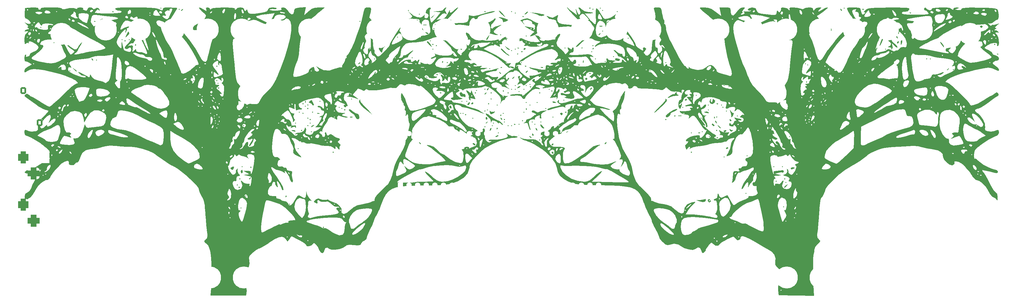
<source format=gbr>
%TF.GenerationSoftware,KiCad,Pcbnew,8.0.7*%
%TF.CreationDate,2025-01-10T02:59:42+01:00*%
%TF.ProjectId,laserboard_2.0,6c617365-7262-46f6-9172-645f322e302e,rev?*%
%TF.SameCoordinates,Original*%
%TF.FileFunction,Legend,Bot*%
%TF.FilePolarity,Positive*%
%FSLAX46Y46*%
G04 Gerber Fmt 4.6, Leading zero omitted, Abs format (unit mm)*
G04 Created by KiCad (PCBNEW 8.0.7) date 2025-01-10 02:59:42*
%MOMM*%
%LPD*%
G01*
G04 APERTURE LIST*
G04 Aperture macros list*
%AMRoundRect*
0 Rectangle with rounded corners*
0 $1 Rounding radius*
0 $2 $3 $4 $5 $6 $7 $8 $9 X,Y pos of 4 corners*
0 Add a 4 corners polygon primitive as box body*
4,1,4,$2,$3,$4,$5,$6,$7,$8,$9,$2,$3,0*
0 Add four circle primitives for the rounded corners*
1,1,$1+$1,$2,$3*
1,1,$1+$1,$4,$5*
1,1,$1+$1,$6,$7*
1,1,$1+$1,$8,$9*
0 Add four rect primitives between the rounded corners*
20,1,$1+$1,$2,$3,$4,$5,0*
20,1,$1+$1,$4,$5,$6,$7,0*
20,1,$1+$1,$6,$7,$8,$9,0*
20,1,$1+$1,$8,$9,$2,$3,0*%
G04 Aperture macros list end*
%ADD10C,0.000000*%
%ADD11C,6.500000*%
%ADD12R,3.500000X3.500000*%
%ADD13RoundRect,0.750000X-0.750000X-1.000000X0.750000X-1.000000X0.750000X1.000000X-0.750000X1.000000X0*%
%ADD14RoundRect,0.875000X-0.875000X-0.875000X0.875000X-0.875000X0.875000X0.875000X-0.875000X0.875000X0*%
%ADD15RoundRect,0.250000X0.600000X0.725000X-0.600000X0.725000X-0.600000X-0.725000X0.600000X-0.725000X0*%
%ADD16O,1.700000X1.950000*%
%ADD17R,1.600000X1.600000*%
%ADD18C,1.600000*%
G04 APERTURE END LIST*
D10*
%TO.C,G\u002A\u002A\u002A*%
G36*
X78052113Y-95830986D02*
G01*
X77873239Y-96009859D01*
X77694366Y-95830986D01*
X77873239Y-95652113D01*
X78052113Y-95830986D01*
G37*
G36*
X86638028Y-108709859D02*
G01*
X86459155Y-108888732D01*
X86280282Y-108709859D01*
X86459155Y-108530986D01*
X86638028Y-108709859D01*
G37*
G36*
X94508451Y-105490141D02*
G01*
X94329577Y-105669014D01*
X94150704Y-105490141D01*
X94329577Y-105311268D01*
X94508451Y-105490141D01*
G37*
G36*
X102021127Y-99408451D02*
G01*
X101842254Y-99587324D01*
X101663380Y-99408451D01*
X101842254Y-99229577D01*
X102021127Y-99408451D01*
G37*
G36*
X104167606Y-99408451D02*
G01*
X103988732Y-99587324D01*
X103809859Y-99408451D01*
X103988732Y-99229577D01*
X104167606Y-99408451D01*
G37*
G36*
X113469014Y-90107042D02*
G01*
X113290141Y-90285915D01*
X113111268Y-90107042D01*
X113290141Y-89928169D01*
X113469014Y-90107042D01*
G37*
G36*
X118835211Y-90464789D02*
G01*
X118656338Y-90643662D01*
X118477465Y-90464789D01*
X118656338Y-90285915D01*
X118835211Y-90464789D01*
G37*
G36*
X123128169Y-111571831D02*
G01*
X122949296Y-111750704D01*
X122770423Y-111571831D01*
X122949296Y-111392958D01*
X123128169Y-111571831D01*
G37*
G36*
X129925352Y-107278873D02*
G01*
X129746479Y-107457746D01*
X129567606Y-107278873D01*
X129746479Y-107100000D01*
X129925352Y-107278873D01*
G37*
G36*
X129925352Y-111571831D02*
G01*
X129746479Y-111750704D01*
X129567606Y-111571831D01*
X129746479Y-111392958D01*
X129925352Y-111571831D01*
G37*
G36*
X130283099Y-112287324D02*
G01*
X130104225Y-112466197D01*
X129925352Y-112287324D01*
X130104225Y-112108451D01*
X130283099Y-112287324D01*
G37*
G36*
X136007042Y-142338028D02*
G01*
X135828169Y-142516901D01*
X135649296Y-142338028D01*
X135828169Y-142159155D01*
X136007042Y-142338028D01*
G37*
G36*
X136722535Y-140549296D02*
G01*
X136543662Y-140728169D01*
X136364789Y-140549296D01*
X136543662Y-140370423D01*
X136722535Y-140549296D01*
G37*
G36*
X137080282Y-149135211D02*
G01*
X136901408Y-149314084D01*
X136722535Y-149135211D01*
X136901408Y-148956338D01*
X137080282Y-149135211D01*
G37*
G36*
X137438028Y-136971831D02*
G01*
X137259155Y-137150704D01*
X137080282Y-136971831D01*
X137259155Y-136792958D01*
X137438028Y-136971831D01*
G37*
G36*
X137795775Y-124808451D02*
G01*
X137616901Y-124987324D01*
X137438028Y-124808451D01*
X137616901Y-124629577D01*
X137795775Y-124808451D01*
G37*
G36*
X138511268Y-145557746D02*
G01*
X138332394Y-145736620D01*
X138153521Y-145557746D01*
X138332394Y-145378873D01*
X138511268Y-145557746D01*
G37*
G36*
X151390141Y-148061972D02*
G01*
X151211268Y-148240845D01*
X151032394Y-148061972D01*
X151211268Y-147883099D01*
X151390141Y-148061972D01*
G37*
G36*
X153178873Y-124092958D02*
G01*
X153000000Y-124271831D01*
X152821127Y-124092958D01*
X153000000Y-123914084D01*
X153178873Y-124092958D01*
G37*
G36*
X153894366Y-131605634D02*
G01*
X153715493Y-131784507D01*
X153536620Y-131605634D01*
X153715493Y-131426761D01*
X153894366Y-131605634D01*
G37*
G36*
X154252113Y-120873239D02*
G01*
X154073239Y-121052113D01*
X153894366Y-120873239D01*
X154073239Y-120694366D01*
X154252113Y-120873239D01*
G37*
G36*
X154967606Y-126239437D02*
G01*
X154788732Y-126418310D01*
X154609859Y-126239437D01*
X154788732Y-126060563D01*
X154967606Y-126239437D01*
G37*
G36*
X155325352Y-118369014D02*
G01*
X155146479Y-118547887D01*
X154967606Y-118369014D01*
X155146479Y-118190141D01*
X155325352Y-118369014D01*
G37*
G36*
X155325352Y-121230986D02*
G01*
X155146479Y-121409859D01*
X154967606Y-121230986D01*
X155146479Y-121052113D01*
X155325352Y-121230986D01*
G37*
G36*
X156040845Y-119084507D02*
G01*
X155861972Y-119263380D01*
X155683099Y-119084507D01*
X155861972Y-118905634D01*
X156040845Y-119084507D01*
G37*
G36*
X156756338Y-118726761D02*
G01*
X156577465Y-118905634D01*
X156398592Y-118726761D01*
X156577465Y-118547887D01*
X156756338Y-118726761D01*
G37*
G36*
X156756338Y-119800000D02*
G01*
X156577465Y-119978873D01*
X156398592Y-119800000D01*
X156577465Y-119621127D01*
X156756338Y-119800000D01*
G37*
G36*
X156756338Y-122661972D02*
G01*
X156577465Y-122840845D01*
X156398592Y-122661972D01*
X156577465Y-122483099D01*
X156756338Y-122661972D01*
G37*
G36*
X156756338Y-124808451D02*
G01*
X156577465Y-124987324D01*
X156398592Y-124808451D01*
X156577465Y-124629577D01*
X156756338Y-124808451D01*
G37*
G36*
X157471831Y-123019718D02*
G01*
X157292958Y-123198592D01*
X157114084Y-123019718D01*
X157292958Y-122840845D01*
X157471831Y-123019718D01*
G37*
G36*
X157471831Y-124092958D02*
G01*
X157292958Y-124271831D01*
X157114084Y-124092958D01*
X157292958Y-123914084D01*
X157471831Y-124092958D01*
G37*
G36*
X157829577Y-126597183D02*
G01*
X157650704Y-126776056D01*
X157471831Y-126597183D01*
X157650704Y-126418310D01*
X157829577Y-126597183D01*
G37*
G36*
X158187324Y-120873239D02*
G01*
X158008451Y-121052113D01*
X157829577Y-120873239D01*
X158008451Y-120694366D01*
X158187324Y-120873239D01*
G37*
G36*
X160333803Y-117653521D02*
G01*
X160154930Y-117832394D01*
X159976056Y-117653521D01*
X160154930Y-117474648D01*
X160333803Y-117653521D01*
G37*
G36*
X161407042Y-154859155D02*
G01*
X161228169Y-155038028D01*
X161049296Y-154859155D01*
X161228169Y-154680282D01*
X161407042Y-154859155D01*
G37*
G36*
X164269014Y-132678873D02*
G01*
X164090141Y-132857746D01*
X163911268Y-132678873D01*
X164090141Y-132500000D01*
X164269014Y-132678873D01*
G37*
G36*
X166057746Y-119442253D02*
G01*
X165878873Y-119621127D01*
X165700000Y-119442253D01*
X165878873Y-119263380D01*
X166057746Y-119442253D01*
G37*
G36*
X166773239Y-119800000D02*
G01*
X166594366Y-119978873D01*
X166415493Y-119800000D01*
X166594366Y-119621127D01*
X166773239Y-119800000D01*
G37*
G36*
X169635211Y-116938028D02*
G01*
X169456338Y-117116901D01*
X169277465Y-116938028D01*
X169456338Y-116759155D01*
X169635211Y-116938028D01*
G37*
G36*
X172139437Y-94042253D02*
G01*
X171960563Y-94221127D01*
X171781690Y-94042253D01*
X171960563Y-93863380D01*
X172139437Y-94042253D01*
G37*
G36*
X176432394Y-105132394D02*
G01*
X176253521Y-105311268D01*
X176074648Y-105132394D01*
X176253521Y-104953521D01*
X176432394Y-105132394D01*
G37*
G36*
X178221127Y-98335211D02*
G01*
X178042254Y-98514084D01*
X177863380Y-98335211D01*
X178042254Y-98156338D01*
X178221127Y-98335211D01*
G37*
G36*
X183229577Y-98692958D02*
G01*
X183050704Y-98871831D01*
X182871831Y-98692958D01*
X183050704Y-98514084D01*
X183229577Y-98692958D01*
G37*
G36*
X186449296Y-90822535D02*
G01*
X186270423Y-91001408D01*
X186091549Y-90822535D01*
X186270423Y-90643662D01*
X186449296Y-90822535D01*
G37*
G36*
X187522535Y-104774648D02*
G01*
X187343662Y-104953521D01*
X187164789Y-104774648D01*
X187343662Y-104595775D01*
X187522535Y-104774648D01*
G37*
G36*
X189669014Y-91895775D02*
G01*
X189490141Y-92074648D01*
X189311268Y-91895775D01*
X189490141Y-91716901D01*
X189669014Y-91895775D01*
G37*
G36*
X191815493Y-110498592D02*
G01*
X191636620Y-110677465D01*
X191457746Y-110498592D01*
X191636620Y-110319718D01*
X191815493Y-110498592D01*
G37*
G36*
X192888732Y-99766197D02*
G01*
X192709859Y-99945070D01*
X192530986Y-99766197D01*
X192709859Y-99587324D01*
X192888732Y-99766197D01*
G37*
G36*
X193604225Y-100839437D02*
G01*
X193425352Y-101018310D01*
X193246479Y-100839437D01*
X193425352Y-100660563D01*
X193604225Y-100839437D01*
G37*
G36*
X193604225Y-102270423D02*
G01*
X193425352Y-102449296D01*
X193246479Y-102270423D01*
X193425352Y-102091549D01*
X193604225Y-102270423D01*
G37*
G36*
X193961972Y-96188732D02*
G01*
X193783099Y-96367606D01*
X193604225Y-96188732D01*
X193783099Y-96009859D01*
X193961972Y-96188732D01*
G37*
G36*
X194677465Y-101197183D02*
G01*
X194498592Y-101376056D01*
X194319718Y-101197183D01*
X194498592Y-101018310D01*
X194677465Y-101197183D01*
G37*
G36*
X195750704Y-97619718D02*
G01*
X195571831Y-97798592D01*
X195392958Y-97619718D01*
X195571831Y-97440845D01*
X195750704Y-97619718D01*
G37*
G36*
X195750704Y-109425352D02*
G01*
X195571831Y-109604225D01*
X195392958Y-109425352D01*
X195571831Y-109246479D01*
X195750704Y-109425352D01*
G37*
G36*
X196823944Y-96904225D02*
G01*
X196645070Y-97083099D01*
X196466197Y-96904225D01*
X196645070Y-96725352D01*
X196823944Y-96904225D01*
G37*
G36*
X197181690Y-97619718D02*
G01*
X197002817Y-97798592D01*
X196823944Y-97619718D01*
X197002817Y-97440845D01*
X197181690Y-97619718D01*
G37*
G36*
X197539437Y-98692958D02*
G01*
X197360563Y-98871831D01*
X197181690Y-98692958D01*
X197360563Y-98514084D01*
X197539437Y-98692958D01*
G37*
G36*
X197897183Y-94400000D02*
G01*
X197718310Y-94578873D01*
X197539437Y-94400000D01*
X197718310Y-94221127D01*
X197897183Y-94400000D01*
G37*
G36*
X197897183Y-106205634D02*
G01*
X197718310Y-106384507D01*
X197539437Y-106205634D01*
X197718310Y-106026761D01*
X197897183Y-106205634D01*
G37*
G36*
X201832394Y-121230986D02*
G01*
X201653521Y-121409859D01*
X201474648Y-121230986D01*
X201653521Y-121052113D01*
X201832394Y-121230986D01*
G37*
G36*
X202190141Y-117653521D02*
G01*
X202011268Y-117832394D01*
X201832394Y-117653521D01*
X202011268Y-117474648D01*
X202190141Y-117653521D01*
G37*
G36*
X202547887Y-121230986D02*
G01*
X202369014Y-121409859D01*
X202190141Y-121230986D01*
X202369014Y-121052113D01*
X202547887Y-121230986D01*
G37*
G36*
X203263380Y-121588732D02*
G01*
X203084507Y-121767606D01*
X202905634Y-121588732D01*
X203084507Y-121409859D01*
X203263380Y-121588732D01*
G37*
G36*
X203621127Y-117653521D02*
G01*
X203442254Y-117832394D01*
X203263380Y-117653521D01*
X203442254Y-117474648D01*
X203621127Y-117653521D01*
G37*
G36*
X205409859Y-122661972D02*
G01*
X205230986Y-122840845D01*
X205052113Y-122661972D01*
X205230986Y-122483099D01*
X205409859Y-122661972D01*
G37*
G36*
X206125352Y-115149296D02*
G01*
X205946479Y-115328169D01*
X205767606Y-115149296D01*
X205946479Y-114970423D01*
X206125352Y-115149296D01*
G37*
G36*
X206483099Y-114433803D02*
G01*
X206304225Y-114612676D01*
X206125352Y-114433803D01*
X206304225Y-114254930D01*
X206483099Y-114433803D01*
G37*
G36*
X208987324Y-91180282D02*
G01*
X208808451Y-91359155D01*
X208629577Y-91180282D01*
X208808451Y-91001408D01*
X208987324Y-91180282D01*
G37*
G36*
X208987324Y-114076056D02*
G01*
X208808451Y-114254930D01*
X208629577Y-114076056D01*
X208808451Y-113897183D01*
X208987324Y-114076056D01*
G37*
G36*
X208987324Y-120515493D02*
G01*
X208808451Y-120694366D01*
X208629577Y-120515493D01*
X208808451Y-120336620D01*
X208987324Y-120515493D01*
G37*
G36*
X208987324Y-125166197D02*
G01*
X208808451Y-125345070D01*
X208629577Y-125166197D01*
X208808451Y-124987324D01*
X208987324Y-125166197D01*
G37*
G36*
X209702817Y-120157746D02*
G01*
X209523944Y-120336620D01*
X209345070Y-120157746D01*
X209523944Y-119978873D01*
X209702817Y-120157746D01*
G37*
G36*
X210060563Y-118369014D02*
G01*
X209881690Y-118547887D01*
X209702817Y-118369014D01*
X209881690Y-118190141D01*
X210060563Y-118369014D01*
G37*
G36*
X210418310Y-107994366D02*
G01*
X210239437Y-108173239D01*
X210060563Y-107994366D01*
X210239437Y-107815493D01*
X210418310Y-107994366D01*
G37*
G36*
X210776056Y-115149296D02*
G01*
X210597183Y-115328169D01*
X210418310Y-115149296D01*
X210597183Y-114970423D01*
X210776056Y-115149296D01*
G37*
G36*
X210776056Y-116938028D02*
G01*
X210597183Y-117116901D01*
X210418310Y-116938028D01*
X210597183Y-116759155D01*
X210776056Y-116938028D01*
G37*
G36*
X211133803Y-124808451D02*
G01*
X210954930Y-124987324D01*
X210776056Y-124808451D01*
X210954930Y-124629577D01*
X211133803Y-124808451D01*
G37*
G36*
X211491549Y-124092958D02*
G01*
X211312676Y-124271831D01*
X211133803Y-124092958D01*
X211312676Y-123914084D01*
X211491549Y-124092958D01*
G37*
G36*
X211491549Y-127670423D02*
G01*
X211312676Y-127849296D01*
X211133803Y-127670423D01*
X211312676Y-127491549D01*
X211491549Y-127670423D01*
G37*
G36*
X212564789Y-118726761D02*
G01*
X212385915Y-118905634D01*
X212207042Y-118726761D01*
X212385915Y-118547887D01*
X212564789Y-118726761D01*
G37*
G36*
X212922535Y-126954930D02*
G01*
X212743662Y-127133803D01*
X212564789Y-126954930D01*
X212743662Y-126776056D01*
X212922535Y-126954930D01*
G37*
G36*
X213638028Y-97977465D02*
G01*
X213459155Y-98156338D01*
X213280282Y-97977465D01*
X213459155Y-97798592D01*
X213638028Y-97977465D01*
G37*
G36*
X214353521Y-121230986D02*
G01*
X214174648Y-121409859D01*
X213995775Y-121230986D01*
X214174648Y-121052113D01*
X214353521Y-121230986D01*
G37*
G36*
X214353521Y-126954930D02*
G01*
X214174648Y-127133803D01*
X213995775Y-126954930D01*
X214174648Y-126776056D01*
X214353521Y-126954930D01*
G37*
G36*
X214711268Y-123019718D02*
G01*
X214532394Y-123198592D01*
X214353521Y-123019718D01*
X214532394Y-122840845D01*
X214711268Y-123019718D01*
G37*
G36*
X214711268Y-123735211D02*
G01*
X214532394Y-123914084D01*
X214353521Y-123735211D01*
X214532394Y-123556338D01*
X214711268Y-123735211D01*
G37*
G36*
X215784507Y-115149296D02*
G01*
X215605634Y-115328169D01*
X215426761Y-115149296D01*
X215605634Y-114970423D01*
X215784507Y-115149296D01*
G37*
G36*
X215784507Y-124808451D02*
G01*
X215605634Y-124987324D01*
X215426761Y-124808451D01*
X215605634Y-124629577D01*
X215784507Y-124808451D01*
G37*
G36*
X216857746Y-91180282D02*
G01*
X216678873Y-91359155D01*
X216500000Y-91180282D01*
X216678873Y-91001408D01*
X216857746Y-91180282D01*
G37*
G36*
X216857746Y-102628169D02*
G01*
X216678873Y-102807042D01*
X216500000Y-102628169D01*
X216678873Y-102449296D01*
X216857746Y-102628169D01*
G37*
G36*
X216857746Y-114076056D02*
G01*
X216678873Y-114254930D01*
X216500000Y-114076056D01*
X216678873Y-113897183D01*
X216857746Y-114076056D01*
G37*
G36*
X216857746Y-124808451D02*
G01*
X216678873Y-124987324D01*
X216500000Y-124808451D01*
X216678873Y-124629577D01*
X216857746Y-124808451D01*
G37*
G36*
X217930986Y-91538028D02*
G01*
X217752113Y-91716901D01*
X217573239Y-91538028D01*
X217752113Y-91359155D01*
X217930986Y-91538028D01*
G37*
G36*
X217930986Y-102270423D02*
G01*
X217752113Y-102449296D01*
X217573239Y-102270423D01*
X217752113Y-102091549D01*
X217930986Y-102270423D01*
G37*
G36*
X217930986Y-113002817D02*
G01*
X217752113Y-113181690D01*
X217573239Y-113002817D01*
X217752113Y-112823944D01*
X217930986Y-113002817D01*
G37*
G36*
X217930986Y-114076056D02*
G01*
X217752113Y-114254930D01*
X217573239Y-114076056D01*
X217752113Y-113897183D01*
X217930986Y-114076056D01*
G37*
G36*
X218288732Y-94400000D02*
G01*
X218109859Y-94578873D01*
X217930986Y-94400000D01*
X218109859Y-94221127D01*
X218288732Y-94400000D01*
G37*
G36*
X218646479Y-103701408D02*
G01*
X218467606Y-103880282D01*
X218288732Y-103701408D01*
X218467606Y-103522535D01*
X218646479Y-103701408D01*
G37*
G36*
X219004225Y-114791549D02*
G01*
X218825352Y-114970423D01*
X218646479Y-114791549D01*
X218825352Y-114612676D01*
X219004225Y-114791549D01*
G37*
G36*
X219004225Y-124450704D02*
G01*
X218825352Y-124629577D01*
X218646479Y-124450704D01*
X218825352Y-124271831D01*
X219004225Y-124450704D01*
G37*
G36*
X219004225Y-127670423D02*
G01*
X218825352Y-127849296D01*
X218646479Y-127670423D01*
X218825352Y-127491549D01*
X219004225Y-127670423D01*
G37*
G36*
X219719718Y-106205634D02*
G01*
X219540845Y-106384507D01*
X219361972Y-106205634D01*
X219540845Y-106026761D01*
X219719718Y-106205634D01*
G37*
G36*
X220077465Y-123377465D02*
G01*
X219898592Y-123556338D01*
X219719718Y-123377465D01*
X219898592Y-123198592D01*
X220077465Y-123377465D01*
G37*
G36*
X220435211Y-114076056D02*
G01*
X220256338Y-114254930D01*
X220077465Y-114076056D01*
X220256338Y-113897183D01*
X220435211Y-114076056D01*
G37*
G36*
X220435211Y-120873239D02*
G01*
X220256338Y-121052113D01*
X220077465Y-120873239D01*
X220256338Y-120694366D01*
X220435211Y-120873239D01*
G37*
G36*
X221150704Y-98335211D02*
G01*
X220971831Y-98514084D01*
X220792958Y-98335211D01*
X220971831Y-98156338D01*
X221150704Y-98335211D01*
G37*
G36*
X221150704Y-113002817D02*
G01*
X220971831Y-113181690D01*
X220792958Y-113002817D01*
X220971831Y-112823944D01*
X221150704Y-113002817D01*
G37*
G36*
X221150704Y-118011268D02*
G01*
X220971831Y-118190141D01*
X220792958Y-118011268D01*
X220971831Y-117832394D01*
X221150704Y-118011268D01*
G37*
G36*
X222223944Y-112645070D02*
G01*
X222045070Y-112823944D01*
X221866197Y-112645070D01*
X222045070Y-112466197D01*
X222223944Y-112645070D01*
G37*
G36*
X222223944Y-118726761D02*
G01*
X222045070Y-118905634D01*
X221866197Y-118726761D01*
X222045070Y-118547887D01*
X222223944Y-118726761D01*
G37*
G36*
X222939437Y-123735211D02*
G01*
X222760563Y-123914084D01*
X222581690Y-123735211D01*
X222760563Y-123556338D01*
X222939437Y-123735211D01*
G37*
G36*
X223654930Y-124450704D02*
G01*
X223476056Y-124629577D01*
X223297183Y-124450704D01*
X223476056Y-124271831D01*
X223654930Y-124450704D01*
G37*
G36*
X224370423Y-118011268D02*
G01*
X224191549Y-118190141D01*
X224012676Y-118011268D01*
X224191549Y-117832394D01*
X224370423Y-118011268D01*
G37*
G36*
X225085915Y-115149296D02*
G01*
X224907042Y-115328169D01*
X224728169Y-115149296D01*
X224907042Y-114970423D01*
X225085915Y-115149296D01*
G37*
G36*
X225085915Y-129101408D02*
G01*
X224907042Y-129280282D01*
X224728169Y-129101408D01*
X224907042Y-128922535D01*
X225085915Y-129101408D01*
G37*
G36*
X225443662Y-96188732D02*
G01*
X225264789Y-96367606D01*
X225085915Y-96188732D01*
X225264789Y-96009859D01*
X225443662Y-96188732D01*
G37*
G36*
X225443662Y-123735211D02*
G01*
X225264789Y-123914084D01*
X225085915Y-123735211D01*
X225264789Y-123556338D01*
X225443662Y-123735211D01*
G37*
G36*
X226874648Y-119800000D02*
G01*
X226695775Y-119978873D01*
X226516901Y-119800000D01*
X226695775Y-119621127D01*
X226874648Y-119800000D01*
G37*
G36*
X227947887Y-114076056D02*
G01*
X227769014Y-114254930D01*
X227590141Y-114076056D01*
X227769014Y-113897183D01*
X227947887Y-114076056D01*
G37*
G36*
X229021127Y-94400000D02*
G01*
X228842254Y-94578873D01*
X228663380Y-94400000D01*
X228842254Y-94221127D01*
X229021127Y-94400000D01*
G37*
G36*
X229021127Y-122304225D02*
G01*
X228842254Y-122483099D01*
X228663380Y-122304225D01*
X228842254Y-122125352D01*
X229021127Y-122304225D01*
G37*
G36*
X232240845Y-117295775D02*
G01*
X232061972Y-117474648D01*
X231883099Y-117295775D01*
X232061972Y-117116901D01*
X232240845Y-117295775D01*
G37*
G36*
X232598592Y-101912676D02*
G01*
X232419718Y-102091549D01*
X232240845Y-101912676D01*
X232419718Y-101733803D01*
X232598592Y-101912676D01*
G37*
G36*
X235818310Y-94042253D02*
G01*
X235639437Y-94221127D01*
X235460563Y-94042253D01*
X235639437Y-93863380D01*
X235818310Y-94042253D01*
G37*
G36*
X237607042Y-101912676D02*
G01*
X237428169Y-102091549D01*
X237249296Y-101912676D01*
X237428169Y-101733803D01*
X237607042Y-101912676D01*
G37*
G36*
X238680282Y-97619718D02*
G01*
X238501408Y-97798592D01*
X238322535Y-97619718D01*
X238501408Y-97440845D01*
X238680282Y-97619718D01*
G37*
G36*
X240469014Y-102985915D02*
G01*
X240290141Y-103164789D01*
X240111268Y-102985915D01*
X240290141Y-102807042D01*
X240469014Y-102985915D01*
G37*
G36*
X240826761Y-90464789D02*
G01*
X240647887Y-90643662D01*
X240469014Y-90464789D01*
X240647887Y-90285915D01*
X240826761Y-90464789D01*
G37*
G36*
X240826761Y-101197183D02*
G01*
X240647887Y-101376056D01*
X240469014Y-101197183D01*
X240647887Y-101018310D01*
X240826761Y-101197183D01*
G37*
G36*
X241542254Y-105132394D02*
G01*
X241363380Y-105311268D01*
X241184507Y-105132394D01*
X241363380Y-104953521D01*
X241542254Y-105132394D01*
G37*
G36*
X242973239Y-90107042D02*
G01*
X242794366Y-90285915D01*
X242615493Y-90107042D01*
X242794366Y-89928169D01*
X242973239Y-90107042D01*
G37*
G36*
X243688732Y-90822535D02*
G01*
X243509859Y-91001408D01*
X243330986Y-90822535D01*
X243509859Y-90643662D01*
X243688732Y-90822535D01*
G37*
G36*
X243688732Y-96904225D02*
G01*
X243509859Y-97083099D01*
X243330986Y-96904225D01*
X243509859Y-96725352D01*
X243688732Y-96904225D01*
G37*
G36*
X244404225Y-105847887D02*
G01*
X244225352Y-106026761D01*
X244046479Y-105847887D01*
X244225352Y-105669014D01*
X244404225Y-105847887D01*
G37*
G36*
X246908451Y-104416901D02*
G01*
X246729577Y-104595775D01*
X246550704Y-104416901D01*
X246729577Y-104238028D01*
X246908451Y-104416901D01*
G37*
G36*
X247981690Y-91180282D02*
G01*
X247802817Y-91359155D01*
X247623944Y-91180282D01*
X247802817Y-91001408D01*
X247981690Y-91180282D01*
G37*
G36*
X247981690Y-108352113D02*
G01*
X247802817Y-108530986D01*
X247623944Y-108352113D01*
X247802817Y-108173239D01*
X247981690Y-108352113D01*
G37*
G36*
X249770423Y-96188732D02*
G01*
X249591549Y-96367606D01*
X249412676Y-96188732D01*
X249591549Y-96009859D01*
X249770423Y-96188732D01*
G37*
G36*
X251201408Y-99050704D02*
G01*
X251022535Y-99229577D01*
X250843662Y-99050704D01*
X251022535Y-98871831D01*
X251201408Y-99050704D01*
G37*
G36*
X256209859Y-98692958D02*
G01*
X256030986Y-98871831D01*
X255852113Y-98692958D01*
X256030986Y-98514084D01*
X256209859Y-98692958D01*
G37*
G36*
X257640845Y-108709859D02*
G01*
X257461972Y-108888732D01*
X257283099Y-108709859D01*
X257461972Y-108530986D01*
X257640845Y-108709859D01*
G37*
G36*
X262291549Y-106205634D02*
G01*
X262112676Y-106384507D01*
X261933803Y-106205634D01*
X262112676Y-106026761D01*
X262291549Y-106205634D01*
G37*
G36*
X262291549Y-123019718D02*
G01*
X262112676Y-123198592D01*
X261933803Y-123019718D01*
X262112676Y-122840845D01*
X262291549Y-123019718D01*
G37*
G36*
X267300000Y-119442253D02*
G01*
X267121127Y-119621127D01*
X266942254Y-119442253D01*
X267121127Y-119263380D01*
X267300000Y-119442253D01*
G37*
G36*
X269804225Y-126954930D02*
G01*
X269625352Y-127133803D01*
X269446479Y-126954930D01*
X269625352Y-126776056D01*
X269804225Y-126954930D01*
G37*
G36*
X269804225Y-132678873D02*
G01*
X269625352Y-132857746D01*
X269446479Y-132678873D01*
X269625352Y-132500000D01*
X269804225Y-132678873D01*
G37*
G36*
X271235211Y-115864789D02*
G01*
X271056338Y-116043662D01*
X270877465Y-115864789D01*
X271056338Y-115685915D01*
X271235211Y-115864789D01*
G37*
G36*
X272666197Y-122661972D02*
G01*
X272487324Y-122840845D01*
X272308451Y-122661972D01*
X272487324Y-122483099D01*
X272666197Y-122661972D01*
G37*
G36*
X273023944Y-126597183D02*
G01*
X272845070Y-126776056D01*
X272666197Y-126597183D01*
X272845070Y-126418310D01*
X273023944Y-126597183D01*
G37*
G36*
X274812676Y-118726761D02*
G01*
X274633803Y-118905634D01*
X274454930Y-118726761D01*
X274633803Y-118547887D01*
X274812676Y-118726761D01*
G37*
G36*
X274812676Y-120157746D02*
G01*
X274633803Y-120336620D01*
X274454930Y-120157746D01*
X274633803Y-119978873D01*
X274812676Y-120157746D01*
G37*
G36*
X275170423Y-128028169D02*
G01*
X274991549Y-128207042D01*
X274812676Y-128028169D01*
X274991549Y-127849296D01*
X275170423Y-128028169D01*
G37*
G36*
X277316901Y-122304225D02*
G01*
X277138028Y-122483099D01*
X276959155Y-122304225D01*
X277138028Y-122125352D01*
X277316901Y-122304225D01*
G37*
G36*
X277316901Y-126239437D02*
G01*
X277138028Y-126418310D01*
X276959155Y-126239437D01*
X277138028Y-126060563D01*
X277316901Y-126239437D01*
G37*
G36*
X278747887Y-118726761D02*
G01*
X278569014Y-118905634D01*
X278390141Y-118726761D01*
X278569014Y-118547887D01*
X278747887Y-118726761D01*
G37*
G36*
X279105634Y-119442253D02*
G01*
X278926761Y-119621127D01*
X278747887Y-119442253D01*
X278926761Y-119263380D01*
X279105634Y-119442253D01*
G37*
G36*
X279463380Y-113002817D02*
G01*
X279284507Y-113181690D01*
X279105634Y-113002817D01*
X279284507Y-112823944D01*
X279463380Y-113002817D01*
G37*
G36*
X279463380Y-134109859D02*
G01*
X279284507Y-134288732D01*
X279105634Y-134109859D01*
X279284507Y-133930986D01*
X279463380Y-134109859D01*
G37*
G36*
X280178873Y-120515493D02*
G01*
X280000000Y-120694366D01*
X279821127Y-120515493D01*
X280000000Y-120336620D01*
X280178873Y-120515493D01*
G37*
G36*
X280894366Y-113360563D02*
G01*
X280715493Y-113539437D01*
X280536620Y-113360563D01*
X280715493Y-113181690D01*
X280894366Y-113360563D01*
G37*
G36*
X283398592Y-121946479D02*
G01*
X283219718Y-122125352D01*
X283040845Y-121946479D01*
X283219718Y-121767606D01*
X283398592Y-121946479D01*
G37*
G36*
X285902817Y-144842253D02*
G01*
X285723944Y-145021127D01*
X285545070Y-144842253D01*
X285723944Y-144663380D01*
X285902817Y-144842253D01*
G37*
G36*
X286260563Y-133752113D02*
G01*
X286081690Y-133930986D01*
X285902817Y-133752113D01*
X286081690Y-133573239D01*
X286260563Y-133752113D01*
G37*
G36*
X294130986Y-136971831D02*
G01*
X293952113Y-137150704D01*
X293773239Y-136971831D01*
X293952113Y-136792958D01*
X294130986Y-136971831D01*
G37*
G36*
X294846479Y-141264789D02*
G01*
X294667606Y-141443662D01*
X294488732Y-141264789D01*
X294667606Y-141085915D01*
X294846479Y-141264789D01*
G37*
G36*
X296635211Y-136971831D02*
G01*
X296456338Y-137150704D01*
X296277465Y-136971831D01*
X296456338Y-136792958D01*
X296635211Y-136971831D01*
G37*
G36*
X296992958Y-148777465D02*
G01*
X296814084Y-148956338D01*
X296635211Y-148777465D01*
X296814084Y-148598592D01*
X296992958Y-148777465D01*
G37*
G36*
X297350704Y-140549296D02*
G01*
X297171831Y-140728169D01*
X296992958Y-140549296D01*
X297171831Y-140370423D01*
X297350704Y-140549296D01*
G37*
G36*
X297708451Y-141622535D02*
G01*
X297529577Y-141801408D01*
X297350704Y-141622535D01*
X297529577Y-141443662D01*
X297708451Y-141622535D01*
G37*
G36*
X298781690Y-128028169D02*
G01*
X298602817Y-128207042D01*
X298423944Y-128028169D01*
X298602817Y-127849296D01*
X298781690Y-128028169D01*
G37*
G36*
X303432394Y-106563380D02*
G01*
X303253521Y-106742253D01*
X303074648Y-106563380D01*
X303253521Y-106384507D01*
X303432394Y-106563380D01*
G37*
G36*
X303790141Y-111929577D02*
G01*
X303611268Y-112108451D01*
X303432394Y-111929577D01*
X303611268Y-111750704D01*
X303790141Y-111929577D01*
G37*
G36*
X304147887Y-106921127D02*
G01*
X303969014Y-107100000D01*
X303790141Y-106921127D01*
X303969014Y-106742253D01*
X304147887Y-106921127D01*
G37*
G36*
X314880282Y-90107042D02*
G01*
X314701408Y-90285915D01*
X314522535Y-90107042D01*
X314701408Y-89928169D01*
X314880282Y-90107042D01*
G37*
G36*
X327043662Y-102270423D02*
G01*
X326864789Y-102449296D01*
X326685915Y-102270423D01*
X326864789Y-102091549D01*
X327043662Y-102270423D01*
G37*
G36*
X327759155Y-97619718D02*
G01*
X327580282Y-97798592D01*
X327401408Y-97619718D01*
X327580282Y-97440845D01*
X327759155Y-97619718D01*
G37*
G36*
X335271831Y-95830986D02*
G01*
X335092958Y-96009859D01*
X334914084Y-95830986D01*
X335092958Y-95652113D01*
X335271831Y-95830986D01*
G37*
G36*
X339207042Y-105132394D02*
G01*
X339028169Y-105311268D01*
X338849296Y-105132394D01*
X339028169Y-104953521D01*
X339207042Y-105132394D01*
G37*
G36*
X340280282Y-94757746D02*
G01*
X340101408Y-94936620D01*
X339922535Y-94757746D01*
X340101408Y-94578873D01*
X340280282Y-94757746D01*
G37*
G36*
X340280282Y-105132394D02*
G01*
X340101408Y-105311268D01*
X339922535Y-105132394D01*
X340101408Y-104953521D01*
X340280282Y-105132394D01*
G37*
G36*
X347077465Y-108352113D02*
G01*
X346898592Y-108530986D01*
X346719718Y-108352113D01*
X346898592Y-108173239D01*
X347077465Y-108352113D01*
G37*
G36*
X359240845Y-100839437D02*
G01*
X359061972Y-101018310D01*
X358883099Y-100839437D01*
X359061972Y-100660563D01*
X359240845Y-100839437D01*
G37*
G36*
X94031455Y-93982629D02*
G01*
X94087424Y-94090233D01*
X93792958Y-94221127D01*
X93603568Y-94195309D01*
X93554460Y-93982629D01*
X93606894Y-93939814D01*
X94031455Y-93982629D01*
G37*
G36*
X97966667Y-97917840D02*
G01*
X98022635Y-98025444D01*
X97728169Y-98156338D01*
X97538779Y-98130520D01*
X97489671Y-97917840D01*
X97542105Y-97875025D01*
X97966667Y-97917840D01*
G37*
G36*
X99397653Y-91120657D02*
G01*
X99453621Y-91228261D01*
X99159155Y-91359155D01*
X98969765Y-91333337D01*
X98920657Y-91120657D01*
X98973091Y-91077842D01*
X99397653Y-91120657D01*
G37*
G36*
X102975117Y-99706573D02*
G01*
X103031086Y-99814177D01*
X102736620Y-99945070D01*
X102547230Y-99919253D01*
X102498122Y-99706573D01*
X102550556Y-99663757D01*
X102975117Y-99706573D01*
G37*
G36*
X105956338Y-101018310D02*
G01*
X105930520Y-101207700D01*
X105717840Y-101256807D01*
X105675025Y-101204374D01*
X105717840Y-100779812D01*
X105825444Y-100723844D01*
X105956338Y-101018310D01*
G37*
G36*
X130521596Y-113658685D02*
G01*
X130577564Y-113766289D01*
X130283099Y-113897183D01*
X130093709Y-113871365D01*
X130044601Y-113658685D01*
X130097035Y-113615870D01*
X130521596Y-113658685D01*
G37*
G36*
X136603286Y-142993897D02*
G01*
X136659255Y-143101501D01*
X136364789Y-143232394D01*
X136175399Y-143206577D01*
X136126291Y-142993897D01*
X136178725Y-142951081D01*
X136603286Y-142993897D01*
G37*
G36*
X139942254Y-137150704D02*
G01*
X139916436Y-137340094D01*
X139703756Y-137389202D01*
X139660941Y-137336768D01*
X139703756Y-136912207D01*
X139811360Y-136856238D01*
X139942254Y-137150704D01*
G37*
G36*
X150316901Y-145736620D02*
G01*
X150291084Y-145926010D01*
X150078404Y-145975117D01*
X150035588Y-145922683D01*
X150078404Y-145498122D01*
X150186008Y-145442154D01*
X150316901Y-145736620D01*
G37*
G36*
X156040845Y-117832394D02*
G01*
X156015027Y-118021784D01*
X155802347Y-118070892D01*
X155759532Y-118018458D01*
X155802347Y-117593897D01*
X155909951Y-117537928D01*
X156040845Y-117832394D01*
G37*
G36*
X160043134Y-121165477D02*
G01*
X160208723Y-121294247D01*
X159826995Y-121381616D01*
X159464147Y-121356321D01*
X159357453Y-121193721D01*
X159484019Y-121122829D01*
X160043134Y-121165477D01*
G37*
G36*
X167727230Y-120098122D02*
G01*
X167783198Y-120205726D01*
X167488732Y-120336620D01*
X167299343Y-120310802D01*
X167250235Y-120098122D01*
X167302669Y-120055307D01*
X167727230Y-120098122D01*
G37*
G36*
X169702289Y-122238717D02*
G01*
X169867878Y-122367486D01*
X169486150Y-122454855D01*
X169123302Y-122429560D01*
X169016608Y-122266960D01*
X169143174Y-122196068D01*
X169702289Y-122238717D01*
G37*
G36*
X188305106Y-96123224D02*
G01*
X188470695Y-96251993D01*
X188088967Y-96339362D01*
X187726119Y-96314067D01*
X187619425Y-96151467D01*
X187745991Y-96080575D01*
X188305106Y-96123224D01*
G37*
G36*
X191547183Y-95057438D02*
G01*
X191607868Y-95181660D01*
X191100000Y-95237880D01*
X190607876Y-95188012D01*
X190652817Y-95057438D01*
X190814752Y-95010187D01*
X191547183Y-95057438D01*
G37*
G36*
X194291475Y-95085681D02*
G01*
X194266180Y-95448529D01*
X194103580Y-95555223D01*
X194032688Y-95428657D01*
X194075337Y-94869542D01*
X194204106Y-94703953D01*
X194291475Y-95085681D01*
G37*
G36*
X194915962Y-109723474D02*
G01*
X194971931Y-109831078D01*
X194677465Y-109961972D01*
X194488075Y-109936154D01*
X194438967Y-109723474D01*
X194491401Y-109680659D01*
X194915962Y-109723474D01*
G37*
G36*
X195989202Y-115089671D02*
G01*
X196045170Y-115197275D01*
X195750704Y-115328169D01*
X195561314Y-115302351D01*
X195512207Y-115089671D01*
X195564640Y-115046856D01*
X195989202Y-115089671D01*
G37*
G36*
X196466197Y-106026761D02*
G01*
X196440379Y-106216150D01*
X196227700Y-106265258D01*
X196184884Y-106212824D01*
X196227700Y-105788263D01*
X196335303Y-105732295D01*
X196466197Y-106026761D01*
G37*
G36*
X198851174Y-93624883D02*
G01*
X198907142Y-93732486D01*
X198612676Y-93863380D01*
X198423286Y-93837562D01*
X198374178Y-93624883D01*
X198426612Y-93582067D01*
X198851174Y-93624883D01*
G37*
G36*
X202070892Y-102210798D02*
G01*
X202126860Y-102318402D01*
X201832394Y-102449296D01*
X201643004Y-102423478D01*
X201593897Y-102210798D01*
X201646331Y-102167983D01*
X202070892Y-102210798D01*
G37*
G36*
X212564789Y-125702817D02*
G01*
X212538971Y-125892207D01*
X212326291Y-125941315D01*
X212283476Y-125888881D01*
X212326291Y-125464319D01*
X212433895Y-125408351D01*
X212564789Y-125702817D01*
G37*
G36*
X213876526Y-107576995D02*
G01*
X213932494Y-107684599D01*
X213638028Y-107815493D01*
X213448638Y-107789675D01*
X213399531Y-107576995D01*
X213451964Y-107534180D01*
X213876526Y-107576995D01*
G37*
G36*
X213638028Y-121767606D02*
G01*
X213612210Y-121956995D01*
X213399531Y-122006103D01*
X213356715Y-121953669D01*
X213399531Y-121529108D01*
X213507134Y-121473140D01*
X213638028Y-121767606D01*
G37*
G36*
X214353521Y-114612676D02*
G01*
X214327703Y-114802066D01*
X214115023Y-114851174D01*
X214072208Y-114798740D01*
X214115023Y-114374178D01*
X214222627Y-114318210D01*
X214353521Y-114612676D01*
G37*
G36*
X215307512Y-99348826D02*
G01*
X215363480Y-99456430D01*
X215069014Y-99587324D01*
X214879624Y-99561506D01*
X214830516Y-99348826D01*
X214882950Y-99306011D01*
X215307512Y-99348826D01*
G37*
G36*
X217811737Y-124391080D02*
G01*
X217867705Y-124498684D01*
X217573239Y-124629577D01*
X217383850Y-124603760D01*
X217334742Y-124391080D01*
X217387176Y-124348265D01*
X217811737Y-124391080D01*
G37*
G36*
X218884977Y-101853052D02*
G01*
X218940945Y-101960655D01*
X218646479Y-102091549D01*
X218457089Y-102065731D01*
X218407981Y-101853052D01*
X218460415Y-101810236D01*
X218884977Y-101853052D01*
G37*
G36*
X219958216Y-102926291D02*
G01*
X220014184Y-103033895D01*
X219719718Y-103164789D01*
X219530328Y-103138971D01*
X219481221Y-102926291D01*
X219533655Y-102883476D01*
X219958216Y-102926291D01*
G37*
G36*
X220315962Y-92551643D02*
G01*
X220371931Y-92659247D01*
X220077465Y-92790141D01*
X219888075Y-92764323D01*
X219838967Y-92551643D01*
X219891401Y-92508828D01*
X220315962Y-92551643D01*
G37*
G36*
X221031455Y-107219249D02*
G01*
X221087424Y-107326853D01*
X220792958Y-107457746D01*
X220603568Y-107431929D01*
X220554460Y-107219249D01*
X220606894Y-107176434D01*
X221031455Y-107219249D01*
G37*
G36*
X221150704Y-119978873D02*
G01*
X221124886Y-120168263D01*
X220912207Y-120217371D01*
X220869391Y-120164937D01*
X220912207Y-119740376D01*
X221019810Y-119684407D01*
X221150704Y-119978873D01*
G37*
G36*
X222462441Y-113300939D02*
G01*
X222518410Y-113408543D01*
X222223944Y-113539437D01*
X222034554Y-113513619D01*
X221985446Y-113300939D01*
X222037880Y-113258124D01*
X222462441Y-113300939D01*
G37*
G36*
X225868486Y-107571111D02*
G01*
X226034075Y-107699881D01*
X225652347Y-107787250D01*
X225289499Y-107761954D01*
X225182805Y-107599354D01*
X225309371Y-107528463D01*
X225868486Y-107571111D01*
G37*
G36*
X228663380Y-114612676D02*
G01*
X228637562Y-114802066D01*
X228424883Y-114851174D01*
X228382067Y-114798740D01*
X228424883Y-114374178D01*
X228532486Y-114318210D01*
X228663380Y-114612676D01*
G37*
G36*
X231048357Y-108292488D02*
G01*
X231104325Y-108400092D01*
X230809859Y-108530986D01*
X230620469Y-108505168D01*
X230571361Y-108292488D01*
X230623795Y-108249673D01*
X231048357Y-108292488D01*
G37*
G36*
X232837089Y-120813615D02*
G01*
X232893057Y-120921219D01*
X232598592Y-121052113D01*
X232409202Y-121026295D01*
X232360094Y-120813615D01*
X232412528Y-120770800D01*
X232837089Y-120813615D01*
G37*
G36*
X236772300Y-106861502D02*
G01*
X236828269Y-106969106D01*
X236533803Y-107100000D01*
X236344413Y-107074182D01*
X236295305Y-106861502D01*
X236347739Y-106818687D01*
X236772300Y-106861502D01*
G37*
G36*
X237221053Y-98663146D02*
G01*
X237195757Y-99025994D01*
X237033157Y-99132688D01*
X236962266Y-99006122D01*
X237004914Y-98447007D01*
X237133684Y-98281418D01*
X237221053Y-98663146D01*
G37*
G36*
X237936546Y-105818075D02*
G01*
X237911250Y-106180924D01*
X237748650Y-106287617D01*
X237677759Y-106161051D01*
X237720407Y-105601937D01*
X237849177Y-105436348D01*
X237936546Y-105818075D01*
G37*
G36*
X239992019Y-90047418D02*
G01*
X240047987Y-90155022D01*
X239753521Y-90285915D01*
X239564131Y-90260098D01*
X239515023Y-90047418D01*
X239567457Y-90004603D01*
X239992019Y-90047418D01*
G37*
G36*
X239992019Y-109365728D02*
G01*
X240047987Y-109473331D01*
X239753521Y-109604225D01*
X239564131Y-109578408D01*
X239515023Y-109365728D01*
X239567457Y-109322912D01*
X239992019Y-109365728D01*
G37*
G36*
X240440771Y-96158920D02*
G01*
X240415476Y-96521769D01*
X240252876Y-96628462D01*
X240181984Y-96501896D01*
X240224632Y-95942782D01*
X240353402Y-95777193D01*
X240440771Y-96158920D01*
G37*
G36*
X240826761Y-102091549D02*
G01*
X240800943Y-102280939D01*
X240588263Y-102330047D01*
X240545448Y-102277613D01*
X240588263Y-101853052D01*
X240695867Y-101797083D01*
X240826761Y-102091549D01*
G37*
G36*
X243420423Y-95415184D02*
G01*
X243481107Y-95539406D01*
X242973239Y-95595626D01*
X242481115Y-95545759D01*
X242526056Y-95415184D01*
X242687992Y-95367934D01*
X243420423Y-95415184D01*
G37*
G36*
X265034272Y-121886854D02*
G01*
X265090241Y-121994458D01*
X264795775Y-122125352D01*
X264606385Y-122099534D01*
X264557277Y-121886854D01*
X264609711Y-121844039D01*
X265034272Y-121886854D01*
G37*
G36*
X266673944Y-121888423D02*
G01*
X266734628Y-122012646D01*
X266226761Y-122068866D01*
X265734636Y-122018998D01*
X265779577Y-121888423D01*
X265941513Y-121841173D01*
X266673944Y-121888423D01*
G37*
G36*
X272189202Y-126895305D02*
G01*
X272245170Y-127002909D01*
X271950704Y-127133803D01*
X271761314Y-127107985D01*
X271712207Y-126895305D01*
X271764640Y-126852490D01*
X272189202Y-126895305D01*
G37*
G36*
X276601408Y-122483099D02*
G01*
X276575591Y-122672488D01*
X276362911Y-122721596D01*
X276320096Y-122669162D01*
X276362911Y-122244601D01*
X276470515Y-122188633D01*
X276601408Y-122483099D01*
G37*
G36*
X277555399Y-118309390D02*
G01*
X277611367Y-118416993D01*
X277316901Y-118547887D01*
X277127512Y-118522069D01*
X277078404Y-118309390D01*
X277130838Y-118266574D01*
X277555399Y-118309390D01*
G37*
G36*
X277555399Y-128326291D02*
G01*
X277611367Y-128433895D01*
X277316901Y-128564789D01*
X277127512Y-128538971D01*
X277078404Y-128326291D01*
X277130838Y-128283476D01*
X277555399Y-128326291D01*
G37*
G36*
X320484977Y-90405164D02*
G01*
X320540945Y-90512768D01*
X320246479Y-90643662D01*
X320057089Y-90617844D01*
X320007981Y-90405164D01*
X320060415Y-90362349D01*
X320484977Y-90405164D01*
G37*
G36*
X334437089Y-91478404D02*
G01*
X334493057Y-91586008D01*
X334198592Y-91716901D01*
X334009202Y-91691084D01*
X333960094Y-91478404D01*
X334012528Y-91435588D01*
X334437089Y-91478404D01*
G37*
G36*
X360194836Y-103641784D02*
G01*
X360250804Y-103749388D01*
X359956338Y-103880282D01*
X359766948Y-103854464D01*
X359717840Y-103641784D01*
X359770274Y-103598969D01*
X360194836Y-103641784D01*
G37*
G36*
X119763739Y-90588387D02*
G01*
X119716211Y-90661212D01*
X119362736Y-90990686D01*
X119192958Y-90843648D01*
X119224936Y-90763182D01*
X119605979Y-90430627D01*
X119805904Y-90343583D01*
X119763739Y-90588387D01*
G37*
G36*
X134864551Y-137051143D02*
G01*
X134731191Y-137620184D01*
X134476907Y-137982875D01*
X134044478Y-137760824D01*
X133781241Y-137373303D01*
X134166074Y-137106174D01*
X134538212Y-136982605D01*
X134864551Y-137051143D01*
G37*
G36*
X139797542Y-140315148D02*
G01*
X139687109Y-140474069D01*
X139384521Y-140728169D01*
X139334509Y-140724687D01*
X139255725Y-140517600D01*
X139639782Y-140157388D01*
X139839707Y-140070344D01*
X139797542Y-140315148D01*
G37*
G36*
X152811290Y-126238509D02*
G01*
X152963759Y-126476949D01*
X152824003Y-126579016D01*
X152273050Y-126543284D01*
X151895014Y-126368306D01*
X151826422Y-126180995D01*
X152438596Y-126157060D01*
X152811290Y-126238509D01*
G37*
G36*
X158462353Y-124700133D02*
G01*
X158187324Y-124987324D01*
X157863253Y-125187900D01*
X157524787Y-125309084D01*
X157650704Y-124987324D01*
X157727281Y-124889893D01*
X158297874Y-124635056D01*
X158462353Y-124700133D01*
G37*
G36*
X171994725Y-106329232D02*
G01*
X171884292Y-106488154D01*
X171581704Y-106742253D01*
X171531692Y-106738771D01*
X171452908Y-106531685D01*
X171836965Y-106171472D01*
X172036890Y-106084428D01*
X171994725Y-106329232D01*
G37*
G36*
X191618039Y-97304344D02*
G01*
X191892622Y-97428233D01*
X192173239Y-97657993D01*
X192074088Y-97791270D01*
X191664039Y-97741502D01*
X191281406Y-97444943D01*
X191248746Y-97279342D01*
X191618039Y-97304344D01*
G37*
G36*
X205684888Y-93933936D02*
G01*
X205409859Y-94221127D01*
X205085788Y-94421703D01*
X204747322Y-94542887D01*
X204873239Y-94221127D01*
X204949816Y-94123695D01*
X205520409Y-93868858D01*
X205684888Y-93933936D01*
G37*
G36*
X209463803Y-122406100D02*
G01*
X209508666Y-122865565D01*
X209414991Y-123002795D01*
X209105222Y-123157742D01*
X208987324Y-122640859D01*
X209039794Y-122385557D01*
X209350906Y-122307832D01*
X209463803Y-122406100D01*
G37*
G36*
X209200359Y-115272894D02*
G01*
X209089925Y-115431816D01*
X208787338Y-115685915D01*
X208737325Y-115682433D01*
X208658542Y-115475347D01*
X209042599Y-115115134D01*
X209242524Y-115028090D01*
X209200359Y-115272894D01*
G37*
G36*
X209558105Y-123858810D02*
G01*
X209447672Y-124017731D01*
X209145084Y-124271831D01*
X209095072Y-124268349D01*
X209016288Y-124061262D01*
X209400345Y-123701049D01*
X209600270Y-123614006D01*
X209558105Y-123858810D01*
G37*
G36*
X209858690Y-114002049D02*
G01*
X209680279Y-114335911D01*
X209414161Y-114443269D01*
X209375847Y-114270831D01*
X209658425Y-113801784D01*
X209705541Y-113755561D01*
X209967609Y-113584100D01*
X209858690Y-114002049D01*
G37*
G36*
X210721859Y-125568539D02*
G01*
X210611893Y-126036762D01*
X210443638Y-126272508D01*
X210203319Y-126370346D01*
X210294860Y-125866261D01*
X210429206Y-125605425D01*
X210677202Y-125484713D01*
X210721859Y-125568539D01*
G37*
G36*
X212741129Y-127853394D02*
G01*
X212671040Y-127947218D01*
X212185929Y-128207042D01*
X211985300Y-128188152D01*
X211900945Y-128001481D01*
X212404496Y-127712795D01*
X212683547Y-127650102D01*
X212741129Y-127853394D01*
G37*
G36*
X217428528Y-110622190D02*
G01*
X217381000Y-110695014D01*
X217027524Y-111024489D01*
X216857746Y-110877451D01*
X216889725Y-110796985D01*
X217270768Y-110464430D01*
X217470693Y-110377386D01*
X217428528Y-110622190D01*
G37*
G36*
X219279254Y-113252246D02*
G01*
X219004225Y-113539437D01*
X218680155Y-113740013D01*
X218341688Y-113861197D01*
X218467606Y-113539437D01*
X218544182Y-113442005D01*
X219114775Y-113187168D01*
X219279254Y-113252246D01*
G37*
G36*
X221488244Y-91353529D02*
G01*
X221140344Y-91730875D01*
X220693984Y-91989442D01*
X220481359Y-91992428D01*
X220800133Y-91529383D01*
X221101215Y-91251767D01*
X221459633Y-91191088D01*
X221488244Y-91353529D01*
G37*
G36*
X221363739Y-108833457D02*
G01*
X221316211Y-108906282D01*
X220962736Y-109235757D01*
X220792958Y-109088719D01*
X220824936Y-109008252D01*
X221205979Y-108675697D01*
X221405904Y-108588653D01*
X221363739Y-108833457D01*
G37*
G36*
X223885144Y-125517622D02*
G01*
X224168549Y-125955698D01*
X224194016Y-126023569D01*
X224269078Y-126382037D01*
X223968284Y-126155962D01*
X223764149Y-125892922D01*
X223724020Y-125514477D01*
X223885144Y-125517622D01*
G37*
G36*
X240324303Y-113841908D02*
G01*
X240213869Y-114000830D01*
X239911281Y-114254930D01*
X239861269Y-114251447D01*
X239782486Y-114044361D01*
X240166542Y-113684148D01*
X240366468Y-113597104D01*
X240324303Y-113841908D01*
G37*
G36*
X242828528Y-97743317D02*
G01*
X242718094Y-97902238D01*
X242415507Y-98156338D01*
X242365495Y-98152856D01*
X242286711Y-97945769D01*
X242670768Y-97585557D01*
X242870693Y-97498513D01*
X242828528Y-97743317D01*
G37*
G36*
X244617260Y-129940500D02*
G01*
X244569732Y-130013324D01*
X244216257Y-130342799D01*
X244046479Y-130195761D01*
X244078457Y-130115295D01*
X244459500Y-129782740D01*
X244659425Y-129695696D01*
X244617260Y-129940500D01*
G37*
G36*
X245332753Y-94165852D02*
G01*
X245222320Y-94324773D01*
X244919732Y-94578873D01*
X244869720Y-94575391D01*
X244790936Y-94368304D01*
X245174993Y-94008092D01*
X245374918Y-93921048D01*
X245332753Y-94165852D01*
G37*
G36*
X276831623Y-123371144D02*
G01*
X277115028Y-123809219D01*
X277140495Y-123877090D01*
X277215556Y-124235559D01*
X276914763Y-124009484D01*
X276710628Y-123746443D01*
X276670499Y-123367998D01*
X276831623Y-123371144D01*
G37*
G36*
X345501767Y-108117965D02*
G01*
X345454239Y-108190789D01*
X345100764Y-108520264D01*
X344930986Y-108373226D01*
X344962964Y-108292759D01*
X345344007Y-107960204D01*
X345543932Y-107873160D01*
X345501767Y-108117965D01*
G37*
G36*
X87800704Y-108127607D02*
G01*
X88182286Y-108455038D01*
X88426761Y-108753663D01*
X88420887Y-108816438D01*
X88187804Y-108818857D01*
X87665635Y-108262676D01*
X87465790Y-108003468D01*
X87376955Y-107818211D01*
X87800704Y-108127607D01*
G37*
G36*
X92919264Y-104969619D02*
G01*
X93256338Y-105311268D01*
X93322973Y-105437928D01*
X93298564Y-105669014D01*
X93235665Y-105652916D01*
X92898592Y-105311268D01*
X92831957Y-105184607D01*
X92856365Y-104953521D01*
X92919264Y-104969619D01*
G37*
G36*
X137276579Y-137926296D02*
G01*
X137438028Y-138402817D01*
X137404640Y-138648828D01*
X137139906Y-138939437D01*
X137003233Y-138879337D01*
X136841784Y-138402817D01*
X136875172Y-138156806D01*
X137139906Y-137866197D01*
X137276579Y-137926296D01*
G37*
G36*
X188795321Y-93521731D02*
G01*
X189132394Y-93863380D01*
X189199029Y-93990041D01*
X189174621Y-94221127D01*
X189111722Y-94205029D01*
X188774648Y-93863380D01*
X188708013Y-93736719D01*
X188732422Y-93505634D01*
X188795321Y-93521731D01*
G37*
G36*
X189510813Y-129654126D02*
G01*
X189847887Y-129995775D01*
X189914522Y-130122436D01*
X189890114Y-130353521D01*
X189827215Y-130337423D01*
X189490141Y-129995775D01*
X189423506Y-129869114D01*
X189447915Y-129638028D01*
X189510813Y-129654126D01*
G37*
G36*
X193649858Y-92521831D02*
G01*
X193538330Y-92660339D01*
X193062752Y-93119901D01*
X192888732Y-93012818D01*
X193019324Y-92828077D01*
X193514789Y-92386762D01*
X193773997Y-92186917D01*
X193959254Y-92098082D01*
X193649858Y-92521831D01*
G37*
G36*
X198783643Y-118973893D02*
G01*
X198970423Y-119463367D01*
X198918943Y-119718899D01*
X198612676Y-119800000D01*
X198514975Y-119726776D01*
X198254930Y-119242267D01*
X198265169Y-119162398D01*
X198612676Y-118905634D01*
X198783643Y-118973893D01*
G37*
G36*
X204336620Y-118058967D02*
G01*
X204333987Y-118116393D01*
X204098122Y-118667136D01*
X204048562Y-118709725D01*
X203674789Y-118720798D01*
X203639952Y-118567995D01*
X203913286Y-118112629D01*
X204155115Y-117925953D01*
X204336620Y-118058967D01*
G37*
G36*
X205409859Y-118169028D02*
G01*
X205396112Y-118272869D01*
X205052113Y-118547887D01*
X204971152Y-118543786D01*
X204694366Y-118390127D01*
X204710828Y-118332741D01*
X205052113Y-118011268D01*
X205190690Y-117955369D01*
X205409859Y-118169028D01*
G37*
G36*
X205472567Y-130009131D02*
G01*
X205946479Y-130353521D01*
X206003790Y-130490849D01*
X205809832Y-130711268D01*
X205704897Y-130697911D01*
X205230986Y-130353521D01*
X205173675Y-130216193D01*
X205367633Y-129995775D01*
X205472567Y-130009131D01*
G37*
G36*
X213122081Y-108904830D02*
G01*
X213459155Y-109246479D01*
X213525789Y-109373140D01*
X213501381Y-109604225D01*
X213438482Y-109588128D01*
X213101408Y-109246479D01*
X213034774Y-109119818D01*
X213059182Y-108888732D01*
X213122081Y-108904830D01*
G37*
G36*
X213479828Y-122499196D02*
G01*
X213816901Y-122840845D01*
X213883536Y-122967506D01*
X213859128Y-123198592D01*
X213796229Y-123182494D01*
X213459155Y-122840845D01*
X213392520Y-122714184D01*
X213416929Y-122483099D01*
X213479828Y-122499196D01*
G37*
G36*
X220792958Y-102070436D02*
G01*
X220779210Y-102174277D01*
X220435211Y-102449296D01*
X220354250Y-102445194D01*
X220077465Y-102291536D01*
X220093927Y-102234150D01*
X220435211Y-101912676D01*
X220573789Y-101856777D01*
X220792958Y-102070436D01*
G37*
G36*
X221955634Y-127803663D02*
G01*
X222337215Y-128131095D01*
X222581690Y-128429720D01*
X222575817Y-128492494D01*
X222342734Y-128494914D01*
X221820565Y-127938732D01*
X221620720Y-127679524D01*
X221531885Y-127494267D01*
X221955634Y-127803663D01*
G37*
G36*
X222796836Y-127150265D02*
G01*
X223118310Y-127491549D01*
X223174209Y-127630127D01*
X222960550Y-127849296D01*
X222856709Y-127835548D01*
X222581690Y-127491549D01*
X222585792Y-127410588D01*
X222739450Y-127133803D01*
X222796836Y-127150265D01*
G37*
G36*
X225890845Y-125046948D02*
G01*
X225996134Y-125159687D01*
X226278503Y-125585238D01*
X226018557Y-125702817D01*
X225735367Y-125621572D01*
X225294643Y-125114994D01*
X225146946Y-124598514D01*
X225321255Y-124529551D01*
X225890845Y-125046948D01*
G37*
G36*
X228746108Y-132513747D02*
G01*
X229021127Y-132857746D01*
X229017025Y-132938707D01*
X228863367Y-133215493D01*
X228805981Y-133199031D01*
X228484507Y-132857746D01*
X228428608Y-132719169D01*
X228642267Y-132500000D01*
X228746108Y-132513747D01*
G37*
G36*
X229200000Y-117703024D02*
G01*
X229456878Y-117818866D01*
X229736620Y-118049542D01*
X229677308Y-118113601D01*
X229200000Y-118190141D01*
X228953311Y-118151104D01*
X228663380Y-117843622D01*
X228739345Y-117695588D01*
X229200000Y-117703024D01*
G37*
G36*
X229021127Y-130332408D02*
G01*
X229007379Y-130436249D01*
X228663380Y-130711268D01*
X228582419Y-130707166D01*
X228305634Y-130553507D01*
X228322096Y-130496121D01*
X228663380Y-130174648D01*
X228801958Y-130118749D01*
X229021127Y-130332408D01*
G37*
G36*
X231619272Y-121106778D02*
G01*
X231704225Y-121409859D01*
X231630903Y-121518092D01*
X231346479Y-121767606D01*
X231294733Y-121750771D01*
X230988732Y-121409859D01*
X230960080Y-121220383D01*
X231346479Y-121052113D01*
X231619272Y-121106778D01*
G37*
G36*
X233001970Y-126865493D02*
G01*
X232674539Y-127247074D01*
X232375914Y-127491549D01*
X232313139Y-127485676D01*
X232310720Y-127252593D01*
X232866901Y-126730424D01*
X233126110Y-126530579D01*
X233311367Y-126441744D01*
X233001970Y-126865493D01*
G37*
G36*
X238765792Y-110687861D02*
G01*
X239038028Y-111035211D01*
X239027632Y-111120722D01*
X238680282Y-111392958D01*
X238594771Y-111382562D01*
X238322535Y-111035211D01*
X238332931Y-110949701D01*
X238680282Y-110677465D01*
X238765792Y-110687861D01*
G37*
G36*
X268373239Y-117095788D02*
G01*
X268359492Y-117199629D01*
X268015493Y-117474648D01*
X267934532Y-117470546D01*
X267657746Y-117316888D01*
X267674209Y-117259502D01*
X268015493Y-116938028D01*
X268154070Y-116882129D01*
X268373239Y-117095788D01*
G37*
G36*
X274512750Y-120755073D02*
G01*
X274812676Y-121018621D01*
X274667639Y-121175833D01*
X274097183Y-121155769D01*
X273676663Y-121019436D01*
X273381690Y-120831515D01*
X273514836Y-120752073D01*
X274097183Y-120694366D01*
X274512750Y-120755073D01*
G37*
G36*
X275948624Y-124285187D02*
G01*
X276422535Y-124629577D01*
X276479846Y-124766905D01*
X276285888Y-124987324D01*
X276180954Y-124973968D01*
X275707042Y-124629577D01*
X275649731Y-124492249D01*
X275843689Y-124271831D01*
X275948624Y-124285187D01*
G37*
G36*
X277764084Y-124941691D02*
G01*
X278145666Y-125269123D01*
X278390141Y-125567748D01*
X278384267Y-125630523D01*
X278151185Y-125632942D01*
X277629015Y-125076761D01*
X277429171Y-124817552D01*
X277340336Y-124632295D01*
X277764084Y-124941691D01*
G37*
G36*
X279853709Y-126216615D02*
G01*
X279963150Y-126477934D01*
X279933975Y-126519758D01*
X279442267Y-126776056D01*
X279376669Y-126770335D01*
X279105634Y-126477934D01*
X279160178Y-126345518D01*
X279626517Y-126179812D01*
X279853709Y-126216615D01*
G37*
G36*
X280536620Y-131405647D02*
G01*
X280522872Y-131509489D01*
X280178873Y-131784507D01*
X280097912Y-131780405D01*
X279821127Y-131626747D01*
X279837589Y-131569361D01*
X280178873Y-131247887D01*
X280317451Y-131191988D01*
X280536620Y-131405647D01*
G37*
G36*
X281109512Y-122857307D02*
G01*
X281430986Y-123198592D01*
X281486885Y-123337169D01*
X281273226Y-123556338D01*
X281169385Y-123542590D01*
X280894366Y-123198592D01*
X280898468Y-123117630D01*
X281052126Y-122840845D01*
X281109512Y-122857307D01*
G37*
G36*
X297754083Y-142606338D02*
G01*
X297642556Y-142744846D01*
X297166978Y-143204408D01*
X296992958Y-143097325D01*
X297123549Y-142912584D01*
X297619014Y-142471269D01*
X297878223Y-142271424D01*
X298063480Y-142182589D01*
X297754083Y-142606338D01*
G37*
G36*
X299773556Y-137160592D02*
G01*
X300130891Y-137249210D01*
X299854930Y-137508451D01*
X299484140Y-137743302D01*
X299187794Y-137812635D01*
X298960563Y-137508451D01*
X299013214Y-137276414D01*
X299565507Y-137156182D01*
X299773556Y-137160592D01*
G37*
G36*
X313648842Y-90302013D02*
G01*
X313985915Y-90643662D01*
X314052550Y-90770323D01*
X314028142Y-91001408D01*
X313965243Y-90985311D01*
X313628169Y-90643662D01*
X313561534Y-90517001D01*
X313585943Y-90285915D01*
X313648842Y-90302013D01*
G37*
G36*
X330771636Y-99973159D02*
G01*
X330800000Y-100302817D01*
X330726573Y-100409877D01*
X330421140Y-100660563D01*
X330385438Y-100651262D01*
X330263380Y-100302817D01*
X330277939Y-100204763D01*
X330642240Y-99945070D01*
X330771636Y-99973159D01*
G37*
G36*
X331818086Y-99732361D02*
G01*
X331798023Y-100302817D01*
X331661690Y-100723337D01*
X331473768Y-101018310D01*
X331394327Y-100885164D01*
X331336620Y-100302817D01*
X331397326Y-99887250D01*
X331660874Y-99587324D01*
X331818086Y-99732361D01*
G37*
G36*
X355399554Y-95349032D02*
G01*
X355484507Y-95652113D01*
X355411185Y-95760346D01*
X355126761Y-96009859D01*
X355075015Y-95993024D01*
X354769014Y-95652113D01*
X354740362Y-95462637D01*
X355126761Y-95294366D01*
X355399554Y-95349032D01*
G37*
G36*
X215247887Y-101722009D02*
G01*
X215739720Y-102080892D01*
X216112441Y-102348065D01*
X216140041Y-102378977D01*
X215887936Y-102449296D01*
X215568525Y-102325514D01*
X215023382Y-101823239D01*
X214784498Y-101510063D01*
X214761361Y-101385522D01*
X215247887Y-101722009D01*
G37*
G36*
X248251776Y-105117893D02*
G01*
X248297372Y-105135627D01*
X248651415Y-105372937D01*
X248341409Y-105667795D01*
X248041616Y-105782619D01*
X247328404Y-105572189D01*
X247221488Y-105472503D01*
X247116375Y-105112378D01*
X247515106Y-104966966D01*
X248251776Y-105117893D01*
G37*
G36*
X281132038Y-125973356D02*
G01*
X281247594Y-126143723D01*
X281695689Y-126186391D01*
X281867301Y-126115622D01*
X281819288Y-126368870D01*
X281541786Y-126598782D01*
X281106841Y-126481711D01*
X280922609Y-125950014D01*
X280966389Y-125735205D01*
X281132038Y-125973356D01*
G37*
G36*
X343395070Y-100364295D02*
G01*
X343868410Y-101038234D01*
X344055299Y-101421324D01*
X344105609Y-101714036D01*
X343836562Y-101493917D01*
X343325163Y-100795390D01*
X343261130Y-100695586D01*
X342999255Y-100180000D01*
X343103222Y-100099821D01*
X343395070Y-100364295D01*
G37*
G36*
X104572904Y-96619441D02*
G01*
X104401393Y-97090490D01*
X103876127Y-97799346D01*
X103396241Y-98333925D01*
X102918737Y-98792810D01*
X102838331Y-98700724D01*
X103129247Y-98066901D01*
X103487141Y-97423904D01*
X104084504Y-96650167D01*
X104532946Y-96551172D01*
X104572904Y-96619441D01*
G37*
G36*
X192419123Y-100372887D02*
G01*
X192944761Y-101127671D01*
X192983598Y-101200943D01*
X193177309Y-101619727D01*
X193020427Y-101565940D01*
X192434591Y-101023596D01*
X192297374Y-100889235D01*
X191779557Y-100307527D01*
X191637344Y-100003970D01*
X191902696Y-99975610D01*
X192419123Y-100372887D01*
G37*
G36*
X273884092Y-146948901D02*
G01*
X273855832Y-147018831D01*
X273550506Y-147398606D01*
X272980009Y-147440896D01*
X271950704Y-147167606D01*
X271056338Y-146881179D01*
X272010882Y-146845519D01*
X272742259Y-146773594D01*
X273535361Y-146591154D01*
X273913563Y-146540493D01*
X273884092Y-146948901D01*
G37*
G36*
X326268103Y-98896603D02*
G01*
X326158335Y-99452692D01*
X325804091Y-100278565D01*
X325334513Y-101107230D01*
X325109679Y-101335196D01*
X325174269Y-100944373D01*
X325549806Y-99961589D01*
X325729340Y-99563226D01*
X326073379Y-98958277D01*
X326260461Y-98864097D01*
X326268103Y-98896603D01*
G37*
G36*
X210418310Y-120601250D02*
G01*
X210598835Y-120804056D01*
X211223239Y-120795038D01*
X211690513Y-120692957D01*
X211798468Y-120759609D01*
X211312676Y-121158357D01*
X211017006Y-121375484D01*
X210594309Y-121518159D01*
X210296081Y-121176234D01*
X210172948Y-120875710D01*
X210206644Y-120429037D01*
X210279033Y-120379910D01*
X210418310Y-120601250D01*
G37*
G36*
X213235834Y-91056848D02*
G01*
X213816901Y-91570551D01*
X213921175Y-91676355D01*
X214482441Y-92311178D01*
X214711268Y-92689889D01*
X214703035Y-92712628D01*
X214406686Y-92572519D01*
X213816901Y-92074648D01*
X213737431Y-91998889D01*
X213159340Y-91366479D01*
X212922535Y-90955309D01*
X212934359Y-90921893D01*
X213235834Y-91056848D01*
G37*
G36*
X281335432Y-120616150D02*
G01*
X281751138Y-121097642D01*
X282124093Y-121152770D01*
X282213658Y-121182638D01*
X282003477Y-121678169D01*
X281635610Y-122322207D01*
X281446535Y-122392866D01*
X281380486Y-121857042D01*
X281328864Y-121419625D01*
X281100243Y-120515493D01*
X281022737Y-120286720D01*
X281026292Y-120142874D01*
X281335432Y-120616150D01*
G37*
G36*
X213742693Y-102145396D02*
G01*
X214246308Y-102560324D01*
X214676657Y-103039837D01*
X215416925Y-103633564D01*
X215467243Y-103668357D01*
X215945127Y-104071855D01*
X215940031Y-104238028D01*
X215762831Y-104192652D01*
X215200092Y-103859189D01*
X214521707Y-103329991D01*
X213901490Y-102758869D01*
X213513255Y-102299631D01*
X213530815Y-102106088D01*
X213742693Y-102145396D01*
G37*
G36*
X158013929Y-117772770D02*
G01*
X158040467Y-117907395D01*
X158303352Y-118458451D01*
X158397710Y-118681447D01*
X158208437Y-118905634D01*
X158104596Y-118891886D01*
X157829577Y-118547887D01*
X157752697Y-118370508D01*
X157249154Y-118190141D01*
X157176335Y-118189292D01*
X156863135Y-118073128D01*
X157121259Y-117644876D01*
X157319423Y-117449572D01*
X157795195Y-117329307D01*
X158013929Y-117772770D01*
G37*
G36*
X172020291Y-117339327D02*
G01*
X171998037Y-117406997D01*
X172187698Y-117935862D01*
X172772738Y-118594863D01*
X172794355Y-118613835D01*
X173738695Y-119518075D01*
X174643662Y-120491376D01*
X175538028Y-121533652D01*
X174278411Y-120597421D01*
X173200613Y-119734805D01*
X172174026Y-118703415D01*
X171693162Y-117887717D01*
X171802161Y-117345674D01*
X172074376Y-117129904D01*
X172020291Y-117339327D01*
G37*
G36*
X179026056Y-101733169D02*
G01*
X178810091Y-102059159D01*
X178578873Y-102904145D01*
X178574383Y-103120265D01*
X178454493Y-103372522D01*
X178042254Y-103037022D01*
X177839282Y-102802739D01*
X177549581Y-102253659D01*
X177552155Y-101887238D01*
X177879051Y-101922361D01*
X178216954Y-101969292D01*
X178862854Y-101692418D01*
X179041298Y-101559222D01*
X179283952Y-101414679D01*
X179026056Y-101733169D01*
G37*
G36*
X201902665Y-115004074D02*
G01*
X202190141Y-115316941D01*
X202238330Y-115452398D01*
X202650101Y-115486957D01*
X202935170Y-115506337D01*
X203110060Y-116029694D01*
X203045062Y-116424068D01*
X202785381Y-116424254D01*
X202639307Y-116319357D01*
X202014690Y-116270725D01*
X201702196Y-116221227D01*
X201376282Y-115706149D01*
X201336356Y-115232848D01*
X201687013Y-114970423D01*
X201902665Y-115004074D01*
G37*
G36*
X223476056Y-91557930D02*
G01*
X223725578Y-91592946D01*
X224754161Y-91753921D01*
X225443662Y-91886866D01*
X225681701Y-91942994D01*
X226338028Y-92072421D01*
X226400941Y-92172334D01*
X225980282Y-92413327D01*
X225494037Y-92528490D01*
X224907042Y-92420432D01*
X224860738Y-92387549D01*
X224227325Y-92083225D01*
X223297183Y-91750589D01*
X222045070Y-91362033D01*
X223476056Y-91557930D01*
G37*
G36*
X275446185Y-147100528D02*
G01*
X275438598Y-147317344D01*
X275021361Y-147525352D01*
X274742970Y-147451732D01*
X274472355Y-146988732D01*
X274812676Y-146988732D01*
X274991549Y-147167606D01*
X275170423Y-146988732D01*
X274991549Y-146809859D01*
X274812676Y-146988732D01*
X274472355Y-146988732D01*
X274454930Y-146958920D01*
X274661428Y-146568034D01*
X275090104Y-146628101D01*
X275361921Y-146988732D01*
X275446185Y-147100528D01*
G37*
G36*
X169722284Y-120533862D02*
G01*
X169877037Y-120659643D01*
X170680877Y-121193291D01*
X171272519Y-121409859D01*
X171602581Y-121595452D01*
X171781690Y-122292998D01*
X171734028Y-122647626D01*
X171402619Y-122992138D01*
X170932964Y-122817972D01*
X170537268Y-122149582D01*
X170219877Y-121649221D01*
X169510034Y-121080850D01*
X168966108Y-120668774D01*
X168681221Y-120147574D01*
X168689235Y-120072380D01*
X168989537Y-120019388D01*
X169722284Y-120533862D01*
G37*
G36*
X265511798Y-119998097D02*
G01*
X265342061Y-120295490D01*
X264586501Y-120656648D01*
X264335805Y-120752347D01*
X263671024Y-121079041D01*
X263495374Y-121301947D01*
X263527235Y-121477159D01*
X263253848Y-121970991D01*
X263148968Y-122080956D01*
X262593808Y-122423905D01*
X262184267Y-122389369D01*
X262150755Y-121976249D01*
X262475880Y-121528385D01*
X263212231Y-120911137D01*
X264106861Y-120346217D01*
X264929605Y-119975582D01*
X265450298Y-119941192D01*
X265511798Y-119998097D01*
G37*
G36*
X275398667Y-117194881D02*
G01*
X275346572Y-117551136D01*
X275543793Y-118020924D01*
X275755947Y-117989206D01*
X275885915Y-117481656D01*
X275888393Y-117319480D01*
X276002266Y-116950163D01*
X276386658Y-117192233D01*
X276653663Y-117546421D01*
X276521727Y-118100704D01*
X276461545Y-118170063D01*
X275822492Y-118519290D01*
X275268195Y-118346188D01*
X275004503Y-117813623D01*
X275237268Y-117084460D01*
X275260544Y-117051878D01*
X275485927Y-116806802D01*
X275398667Y-117194881D01*
G37*
G36*
X262295659Y-117012509D02*
G01*
X262434685Y-117225437D01*
X262339426Y-117636657D01*
X261832511Y-118273767D01*
X260841313Y-119248424D01*
X260703190Y-119377704D01*
X259773299Y-120226167D01*
X259076527Y-120825185D01*
X258754754Y-121052113D01*
X258762467Y-120945056D01*
X259114438Y-120471945D01*
X259747478Y-119760402D01*
X260522522Y-118964201D01*
X261300502Y-118237117D01*
X261440560Y-118108217D01*
X261959170Y-117455260D01*
X262052948Y-116981581D01*
X261998606Y-116808748D01*
X262295659Y-117012509D01*
G37*
G36*
X265293962Y-114991328D02*
G01*
X265349128Y-115301094D01*
X265343583Y-115514748D01*
X265775198Y-115796215D01*
X265848831Y-115817619D01*
X265916702Y-115942429D01*
X265332394Y-116027307D01*
X264439304Y-116149375D01*
X263543662Y-116401408D01*
X263371848Y-116474377D01*
X262749748Y-116697136D01*
X262747938Y-116567173D01*
X263354787Y-116063687D01*
X263376138Y-116047391D01*
X264070337Y-115630280D01*
X264517463Y-115556136D01*
X264608173Y-115591413D01*
X264795775Y-115349282D01*
X264810508Y-115244835D01*
X265174634Y-114970423D01*
X265293962Y-114991328D01*
G37*
G36*
X213273921Y-92839789D02*
G01*
X214057650Y-93001928D01*
X214875509Y-93269078D01*
X215483226Y-93554853D01*
X215636526Y-93772864D01*
X215645965Y-94082054D01*
X215976011Y-94705468D01*
X216309696Y-95269411D01*
X216493973Y-95821150D01*
X216471154Y-95874767D01*
X216204978Y-95664711D01*
X215737269Y-95016454D01*
X215434733Y-94577000D01*
X214942990Y-94126350D01*
X214528841Y-94224076D01*
X214194452Y-94391849D01*
X214122869Y-93990147D01*
X213975790Y-93540858D01*
X213280282Y-93118890D01*
X212817555Y-92927237D01*
X212958588Y-92825801D01*
X213273921Y-92839789D01*
G37*
G36*
X209765847Y-121536148D02*
G01*
X210591370Y-122120732D01*
X211039882Y-122457668D01*
X211883527Y-122989058D01*
X212435107Y-123198592D01*
X212948642Y-123384920D01*
X213638028Y-123914084D01*
X214059032Y-124418997D01*
X214067324Y-124629577D01*
X213877764Y-124576926D01*
X213351831Y-124200282D01*
X213115601Y-124020945D01*
X212917057Y-124110845D01*
X212884966Y-124222103D01*
X212648747Y-124051739D01*
X212344628Y-123770390D01*
X211610082Y-123410809D01*
X210994875Y-123356423D01*
X210649480Y-123809775D01*
X210623189Y-123899146D01*
X210516256Y-124137584D01*
X210530948Y-123686744D01*
X210347109Y-122974597D01*
X209702817Y-122197116D01*
X209638598Y-122143997D01*
X209117885Y-121599250D01*
X209021756Y-121257161D01*
X209175091Y-121248734D01*
X209765847Y-121536148D01*
G37*
G36*
X205683903Y-116317577D02*
G01*
X206016219Y-116868546D01*
X205918079Y-117046786D01*
X205232214Y-116906370D01*
X204929444Y-116836632D01*
X204461245Y-116824920D01*
X204517409Y-117120001D01*
X204634413Y-117385947D01*
X204360728Y-117310675D01*
X204159288Y-117092335D01*
X204072462Y-116439907D01*
X204083830Y-116070861D01*
X203977517Y-115857598D01*
X204770800Y-115857598D01*
X204813615Y-116282160D01*
X204921219Y-116338128D01*
X205052113Y-116043662D01*
X205026295Y-115854272D01*
X204813615Y-115805164D01*
X204770800Y-115857598D01*
X203977517Y-115857598D01*
X203745882Y-115392937D01*
X203500360Y-115107680D01*
X203263380Y-114543125D01*
X203467320Y-114449353D01*
X203978873Y-114791549D01*
X204415828Y-115167526D01*
X204666185Y-115215342D01*
X204735865Y-114757559D01*
X204754092Y-114486387D01*
X204812540Y-114287188D01*
X204955322Y-114776638D01*
X205198693Y-115423365D01*
X205535273Y-116043662D01*
X205683903Y-116317577D01*
G37*
G36*
X226101802Y-120887796D02*
G01*
X225970622Y-120960949D01*
X225378679Y-121494997D01*
X225353226Y-122175909D01*
X225411699Y-122690604D01*
X225136433Y-122693194D01*
X224978934Y-122552851D01*
X224922320Y-122100632D01*
X225012017Y-121884800D01*
X224757204Y-121803294D01*
X223979137Y-122143301D01*
X223595070Y-122464306D01*
X223521311Y-122914069D01*
X223598213Y-123092566D01*
X223359851Y-123058449D01*
X222981769Y-122983076D01*
X222256116Y-123181373D01*
X221919791Y-123406418D01*
X221726118Y-123872837D01*
X221890976Y-124715978D01*
X221917067Y-124807563D01*
X222132904Y-125623696D01*
X222218466Y-126058202D01*
X222211132Y-126120774D01*
X222070854Y-126070031D01*
X221835781Y-125627813D01*
X221614084Y-125030891D01*
X221513929Y-124516033D01*
X221512962Y-124469474D01*
X221327214Y-124043867D01*
X220703521Y-124085932D01*
X220387050Y-124168775D01*
X220149747Y-124178901D01*
X220532172Y-123909179D01*
X220878070Y-123620423D01*
X221004139Y-123250867D01*
X221076048Y-123074188D01*
X221622671Y-122931324D01*
X222239073Y-122736639D01*
X222984462Y-122156781D01*
X223445994Y-121742883D01*
X223846747Y-121693382D01*
X223952853Y-121759586D01*
X223870046Y-121499296D01*
X223730364Y-121326524D01*
X223097197Y-121052113D01*
X222869920Y-121015236D01*
X222581690Y-120694366D01*
X222791857Y-120386049D01*
X223342782Y-120403837D01*
X223956024Y-120780812D01*
X224232473Y-120982822D01*
X224653629Y-120870249D01*
X225132841Y-120604143D01*
X225980282Y-120445998D01*
X227053521Y-120376503D01*
X226101802Y-120887796D01*
G37*
G36*
X117585646Y-91082019D02*
G01*
X116985079Y-92063626D01*
X116083952Y-93513237D01*
X115850441Y-93888878D01*
X116716770Y-94492172D01*
X117847388Y-95377748D01*
X119784639Y-97279059D01*
X121719509Y-99602393D01*
X123521096Y-102184988D01*
X125058500Y-104864084D01*
X125307057Y-105279099D01*
X125922313Y-105887967D01*
X126491977Y-106009369D01*
X126855951Y-105579577D01*
X126899751Y-105413394D01*
X126970659Y-105125204D01*
X128928546Y-105125204D01*
X128971361Y-105549765D01*
X129078965Y-105605733D01*
X129209859Y-105311268D01*
X129195586Y-105206570D01*
X129898497Y-105206570D01*
X130009209Y-105311268D01*
X130332014Y-105616539D01*
X130442272Y-105683620D01*
X130803879Y-105804957D01*
X130941671Y-105488725D01*
X130937427Y-104597234D01*
X130883215Y-103859522D01*
X130713787Y-103262497D01*
X130438996Y-103371253D01*
X130055217Y-104184094D01*
X129908395Y-104620028D01*
X129898497Y-105206570D01*
X129195586Y-105206570D01*
X129184041Y-105121878D01*
X128971361Y-105072770D01*
X128928546Y-105125204D01*
X126970659Y-105125204D01*
X127093377Y-104626445D01*
X127384382Y-103411309D01*
X127569055Y-102628169D01*
X130640845Y-102628169D01*
X130819718Y-102807042D01*
X130998592Y-102628169D01*
X130819718Y-102449296D01*
X130640845Y-102628169D01*
X127569055Y-102628169D01*
X127728329Y-101952736D01*
X127886996Y-101310892D01*
X128110027Y-100541840D01*
X134465154Y-100541840D01*
X134536315Y-101752165D01*
X134612035Y-102628169D01*
X134686533Y-103490031D01*
X134875361Y-105488725D01*
X134909293Y-105847887D01*
X135028393Y-107083855D01*
X135230107Y-109038291D01*
X135298192Y-109582230D01*
X135405656Y-110440781D01*
X135576434Y-111398263D01*
X135763836Y-112017677D01*
X135989253Y-112405961D01*
X136274078Y-112670053D01*
X136313516Y-112699532D01*
X136688934Y-113142563D01*
X136454225Y-113586902D01*
X136282577Y-113830187D01*
X136165908Y-114254930D01*
X136033389Y-114737380D01*
X136017838Y-115846785D01*
X136222287Y-116861314D01*
X136272908Y-116938028D01*
X136633099Y-117483883D01*
X136872155Y-117639683D01*
X137046002Y-117799583D01*
X136589984Y-117675216D01*
X136504228Y-117649441D01*
X136081134Y-117664311D01*
X136089000Y-117809102D01*
X136099983Y-118011268D01*
X136109438Y-118185318D01*
X136130438Y-118369014D01*
X136155812Y-118590973D01*
X135973679Y-118706141D01*
X135753439Y-118814872D01*
X135649296Y-119421140D01*
X135692240Y-119642240D01*
X135777703Y-120082251D01*
X136285813Y-120336620D01*
X136553422Y-120283835D01*
X137224445Y-119821752D01*
X137503023Y-119442253D01*
X138511268Y-119442253D01*
X138690141Y-119621127D01*
X138869014Y-119442253D01*
X138690141Y-119263380D01*
X138511268Y-119442253D01*
X137503023Y-119442253D01*
X137741829Y-119116935D01*
X137865026Y-118455862D01*
X137911361Y-118307991D01*
X138312209Y-118531135D01*
X138651400Y-118738134D01*
X138675546Y-118726761D01*
X151032394Y-118726761D01*
X151211268Y-118905634D01*
X151390141Y-118726761D01*
X151211268Y-118547887D01*
X151032394Y-118726761D01*
X138675546Y-118726761D01*
X138869014Y-118635636D01*
X138908412Y-118552645D01*
X139428835Y-118415283D01*
X140418995Y-118452735D01*
X140883262Y-118500837D01*
X141658662Y-118490839D01*
X141847757Y-118361824D01*
X151824321Y-118361824D01*
X151861123Y-118726761D01*
X151867136Y-118786385D01*
X151974740Y-118842353D01*
X152105634Y-118547887D01*
X152079816Y-118358497D01*
X151867136Y-118309390D01*
X151824321Y-118361824D01*
X141847757Y-118361824D01*
X142090658Y-118196098D01*
X142438727Y-117493361D01*
X142908654Y-116708647D01*
X143361235Y-116140633D01*
X161466720Y-116140633D01*
X161645168Y-116736474D01*
X162478997Y-117421566D01*
X162629419Y-117516937D01*
X163204197Y-117993487D01*
X163313739Y-118310674D01*
X163254512Y-118404420D01*
X163498124Y-118547887D01*
X163605090Y-118521949D01*
X163773033Y-118076785D01*
X163708879Y-117295775D01*
X164269014Y-117295775D01*
X164447887Y-117474648D01*
X164626761Y-117295775D01*
X164447887Y-117116901D01*
X164269014Y-117295775D01*
X163708879Y-117295775D01*
X163691042Y-117078627D01*
X165700000Y-117078627D01*
X165756436Y-117244804D01*
X165823288Y-117295775D01*
X166218401Y-117597027D01*
X166521997Y-117640552D01*
X166537872Y-117277555D01*
X166288564Y-116910806D01*
X165895952Y-116768573D01*
X165700000Y-117078627D01*
X163691042Y-117078627D01*
X163686839Y-117027465D01*
X163623919Y-116623848D01*
X163581756Y-116370532D01*
X164515399Y-116370532D01*
X164854718Y-116639906D01*
X165058462Y-116597025D01*
X165342254Y-116174139D01*
X165417440Y-115956936D01*
X165878873Y-115914291D01*
X166204507Y-115948565D01*
X166415493Y-115524204D01*
X166468188Y-115236019D01*
X166748520Y-115134018D01*
X166855631Y-115180370D01*
X167280230Y-115018363D01*
X167277100Y-114929641D01*
X166847141Y-114755097D01*
X165976873Y-114676156D01*
X165409318Y-114681659D01*
X164877854Y-114774985D01*
X164997979Y-114986319D01*
X165222973Y-115175364D01*
X165115668Y-115322691D01*
X165103279Y-115328169D01*
X164865854Y-115433153D01*
X164538696Y-115984038D01*
X164515399Y-116370532D01*
X163581756Y-116370532D01*
X163487262Y-115802806D01*
X163414301Y-115449196D01*
X163114801Y-115461642D01*
X162390845Y-115580338D01*
X161947109Y-115706208D01*
X161466720Y-116140633D01*
X143361235Y-116140633D01*
X143749664Y-115653133D01*
X144236390Y-115142105D01*
X163987701Y-115142105D01*
X164030516Y-115566667D01*
X164138120Y-115622635D01*
X164269014Y-115328169D01*
X164243196Y-115138779D01*
X164030516Y-115089671D01*
X163987701Y-115142105D01*
X144236390Y-115142105D01*
X144761711Y-114590554D01*
X144849885Y-114506030D01*
X144923367Y-114430106D01*
X151803815Y-114430106D01*
X151852321Y-114465199D01*
X152238332Y-114360729D01*
X152631713Y-114192308D01*
X153429060Y-114092419D01*
X154088073Y-113969047D01*
X154518663Y-113628873D01*
X154386208Y-113291906D01*
X153819560Y-113200084D01*
X153050021Y-113348196D01*
X152310623Y-113725991D01*
X151907078Y-114108544D01*
X151803815Y-114430106D01*
X144923367Y-114430106D01*
X145662138Y-113666778D01*
X146173790Y-113002817D01*
X156756338Y-113002817D01*
X156935211Y-113181690D01*
X157092381Y-113024520D01*
X157898189Y-113024520D01*
X157974241Y-113145704D01*
X158545070Y-112823944D01*
X158756774Y-112645070D01*
X168204225Y-112645070D01*
X168383099Y-112823944D01*
X168540858Y-112666184D01*
X174285915Y-112666184D01*
X174353025Y-112740981D01*
X174843648Y-112823944D01*
X175098950Y-112771474D01*
X175130529Y-112645070D01*
X176074648Y-112645070D01*
X176253521Y-112823944D01*
X176432394Y-112645070D01*
X177863380Y-112645070D01*
X178042254Y-112823944D01*
X178221127Y-112645070D01*
X178042254Y-112466197D01*
X177863380Y-112645070D01*
X176432394Y-112645070D01*
X176253521Y-112466197D01*
X176074648Y-112645070D01*
X175130529Y-112645070D01*
X175176675Y-112460362D01*
X175019760Y-112324816D01*
X174548063Y-112332258D01*
X174302491Y-112645070D01*
X174285915Y-112666184D01*
X168540858Y-112666184D01*
X168561972Y-112645070D01*
X168383099Y-112466197D01*
X168237953Y-112611342D01*
X168204225Y-112645070D01*
X158756774Y-112645070D01*
X158796692Y-112611342D01*
X158655620Y-112471675D01*
X158530909Y-112483809D01*
X158008451Y-112823944D01*
X157910120Y-113002817D01*
X157898189Y-113024520D01*
X157092381Y-113024520D01*
X157114084Y-113002817D01*
X156935211Y-112823944D01*
X156756338Y-113002817D01*
X146173790Y-113002817D01*
X146317360Y-112816509D01*
X146715703Y-112129564D01*
X160333803Y-112129564D01*
X160390200Y-112280842D01*
X160859195Y-112466197D01*
X161122668Y-112391685D01*
X161135550Y-112287324D01*
X177147887Y-112287324D01*
X177320926Y-112460362D01*
X177326761Y-112466197D01*
X177505634Y-112287324D01*
X191815493Y-112287324D01*
X191994366Y-112466197D01*
X192173239Y-112287324D01*
X192888732Y-112287324D01*
X193067606Y-112466197D01*
X193246479Y-112287324D01*
X193067606Y-112108451D01*
X192888732Y-112287324D01*
X192173239Y-112287324D01*
X191994366Y-112108451D01*
X191815493Y-112287324D01*
X177505634Y-112287324D01*
X177326761Y-112108451D01*
X177147887Y-112287324D01*
X161135550Y-112287324D01*
X161173786Y-111977557D01*
X161828069Y-111977557D01*
X162122535Y-112108451D01*
X162311925Y-112082633D01*
X162355870Y-111892312D01*
X175456045Y-111892312D01*
X175461584Y-112014434D01*
X175925587Y-112080208D01*
X176277233Y-112022920D01*
X176141725Y-111864069D01*
X175934849Y-111806912D01*
X175581403Y-111869953D01*
X175456045Y-111892312D01*
X162355870Y-111892312D01*
X162361033Y-111869953D01*
X162308599Y-111827138D01*
X161884038Y-111869953D01*
X161851956Y-111931632D01*
X161828069Y-111977557D01*
X161173786Y-111977557D01*
X161179455Y-111931632D01*
X160973205Y-111655581D01*
X160552636Y-111653578D01*
X160333803Y-112129564D01*
X146715703Y-112129564D01*
X146913236Y-111788917D01*
X147191926Y-111186365D01*
X179827504Y-111186365D01*
X180190787Y-111523117D01*
X180487953Y-111563916D01*
X180725352Y-111202857D01*
X180673779Y-110930468D01*
X180397975Y-110746556D01*
X181252505Y-110746556D01*
X181255651Y-110907679D01*
X181693726Y-111191084D01*
X181725100Y-111202857D01*
X181761597Y-111216552D01*
X182120066Y-111291613D01*
X181893991Y-110990819D01*
X181630950Y-110786684D01*
X181252505Y-110746556D01*
X180397975Y-110746556D01*
X180304995Y-110684555D01*
X179854154Y-110997725D01*
X179827504Y-111186365D01*
X147191926Y-111186365D01*
X147274900Y-111006968D01*
X174362765Y-111006968D01*
X174535387Y-110953568D01*
X175316688Y-110485252D01*
X188310992Y-110485252D01*
X188346760Y-110736578D01*
X188800764Y-111195134D01*
X188951522Y-111291613D01*
X189317884Y-111526069D01*
X190056573Y-111857847D01*
X190190085Y-111881086D01*
X190566826Y-111693502D01*
X190561571Y-111257933D01*
X190146009Y-110882961D01*
X189925092Y-110840772D01*
X189669014Y-111071992D01*
X189528507Y-111173756D01*
X189089805Y-110864856D01*
X188681018Y-110545400D01*
X188310992Y-110485252D01*
X175316688Y-110485252D01*
X175362702Y-110457671D01*
X175575964Y-110188824D01*
X180430886Y-110188824D01*
X180725352Y-110319718D01*
X180914742Y-110293900D01*
X180950083Y-110140845D01*
X182514084Y-110140845D01*
X182692958Y-110319718D01*
X182871831Y-110140845D01*
X188953521Y-110140845D01*
X189132394Y-110319718D01*
X189191346Y-110260766D01*
X190957562Y-110260766D01*
X191014779Y-110490557D01*
X191538507Y-110891182D01*
X192379752Y-111301721D01*
X193323061Y-111621715D01*
X193784942Y-111693502D01*
X194152982Y-111750704D01*
X194729433Y-111663221D01*
X195035211Y-111392958D01*
X195053565Y-111285524D01*
X195431233Y-111035211D01*
X195594978Y-111091296D01*
X195643205Y-111514836D01*
X195594647Y-111788336D01*
X195655308Y-112022920D01*
X195723681Y-112287324D01*
X195778325Y-112498639D01*
X196034847Y-112812487D01*
X196062099Y-112693050D01*
X198675957Y-112693050D01*
X198970423Y-112823944D01*
X199159812Y-112798126D01*
X199197218Y-112636127D01*
X200668328Y-112636127D01*
X200706818Y-112763078D01*
X200989978Y-113002817D01*
X201139867Y-113129721D01*
X201311949Y-113154442D01*
X201328109Y-113023930D01*
X205052113Y-113023930D01*
X205061414Y-113059632D01*
X205409859Y-113181690D01*
X205507913Y-113167131D01*
X205767606Y-112802831D01*
X205739517Y-112673434D01*
X205409859Y-112645070D01*
X205302799Y-112718497D01*
X205052113Y-113023930D01*
X201328109Y-113023930D01*
X201343342Y-112900910D01*
X201287935Y-112718297D01*
X201554131Y-112335303D01*
X204042154Y-112335303D01*
X204336620Y-112466197D01*
X204526010Y-112440379D01*
X204575117Y-112227699D01*
X204522683Y-112184884D01*
X204210918Y-112216324D01*
X204098122Y-112227699D01*
X204042154Y-112335303D01*
X201554131Y-112335303D01*
X201561856Y-112324188D01*
X201690906Y-112216324D01*
X201321215Y-112204196D01*
X201028885Y-112287324D01*
X200934871Y-112314058D01*
X200710271Y-112585446D01*
X200668328Y-112636127D01*
X199197218Y-112636127D01*
X199208920Y-112585446D01*
X199156486Y-112542631D01*
X198731925Y-112585446D01*
X198675957Y-112693050D01*
X196062099Y-112693050D01*
X196102973Y-112513909D01*
X196232999Y-112233365D01*
X196858449Y-112221131D01*
X197365176Y-112297694D01*
X197470897Y-112287324D01*
X199685915Y-112287324D01*
X199864789Y-112466197D01*
X200043662Y-112287324D01*
X199864789Y-112108451D01*
X199685915Y-112287324D01*
X197470897Y-112287324D01*
X198110562Y-112224580D01*
X198203900Y-112175129D01*
X198305178Y-112023113D01*
X206181804Y-112023113D01*
X206484177Y-111928911D01*
X206510028Y-111913250D01*
X206808513Y-111878946D01*
X206771298Y-112227699D01*
X206751817Y-112410256D01*
X206697771Y-112654065D01*
X206721288Y-112802831D01*
X206760089Y-113048274D01*
X207226597Y-113106959D01*
X208229877Y-112871495D01*
X208570952Y-112765740D01*
X208849393Y-112538784D01*
X208534687Y-112178151D01*
X208459635Y-112118431D01*
X207611620Y-111683365D01*
X206782799Y-111572029D01*
X206256473Y-111827969D01*
X206181804Y-112023113D01*
X198305178Y-112023113D01*
X198511278Y-111713762D01*
X198530612Y-111592944D01*
X201116901Y-111592944D01*
X201120384Y-111642956D01*
X201327470Y-111721740D01*
X201425743Y-111616962D01*
X203775283Y-111616962D01*
X204279027Y-111656679D01*
X204630101Y-111571831D01*
X205409859Y-111571831D01*
X205588732Y-111750704D01*
X205767606Y-111571831D01*
X205588732Y-111392958D01*
X205434868Y-111546822D01*
X205409859Y-111571831D01*
X204630101Y-111571831D01*
X204733580Y-111546822D01*
X204690106Y-111245599D01*
X204640566Y-111214084D01*
X207914084Y-111214084D01*
X208092958Y-111392958D01*
X208271831Y-111214084D01*
X208092958Y-111035211D01*
X207914084Y-111214084D01*
X204640566Y-111214084D01*
X204462375Y-111100728D01*
X203925540Y-111303192D01*
X203899744Y-111329428D01*
X203775283Y-111616962D01*
X201425743Y-111616962D01*
X201687683Y-111337683D01*
X201774727Y-111137758D01*
X201529923Y-111179923D01*
X201371001Y-111290356D01*
X201116901Y-111592944D01*
X198530612Y-111592944D01*
X198613087Y-111077558D01*
X198566651Y-110859773D01*
X199130171Y-110859773D01*
X199410757Y-111077558D01*
X199538356Y-111176598D01*
X199895324Y-111307586D01*
X200305784Y-111355334D01*
X200555145Y-111075883D01*
X200550418Y-111035211D01*
X202547887Y-111035211D01*
X202553926Y-111075883D01*
X202562446Y-111133265D01*
X202568749Y-111137758D01*
X202926747Y-111392958D01*
X203056143Y-111364869D01*
X203084507Y-111035211D01*
X203011080Y-110928151D01*
X202982041Y-110904317D01*
X205115393Y-110904317D01*
X205409859Y-111035211D01*
X205599249Y-111009393D01*
X205606474Y-110978102D01*
X208669797Y-110978102D01*
X209087988Y-111024333D01*
X209440086Y-111104591D01*
X209555172Y-111214084D01*
X209931193Y-111571831D01*
X210024486Y-111760273D01*
X210591574Y-112086394D01*
X211440307Y-111789944D01*
X211455167Y-111776461D01*
X213117327Y-111776461D01*
X213352407Y-111993278D01*
X214003013Y-112075913D01*
X214547104Y-111726903D01*
X214674158Y-111391882D01*
X214418222Y-111107000D01*
X213659793Y-111207176D01*
X213238521Y-111428189D01*
X213192427Y-111560649D01*
X213117327Y-111776461D01*
X211455167Y-111776461D01*
X211693026Y-111560649D01*
X211529743Y-111237690D01*
X211355635Y-111172986D01*
X211133803Y-111411477D01*
X211133298Y-111427349D01*
X210933138Y-111464637D01*
X210479993Y-111022548D01*
X210254275Y-110761089D01*
X209729462Y-110427597D01*
X209727303Y-110428279D01*
X209138443Y-110614290D01*
X208862002Y-110779441D01*
X208845290Y-110796714D01*
X208669797Y-110978102D01*
X205606474Y-110978102D01*
X205648357Y-110796714D01*
X205595923Y-110753898D01*
X205171361Y-110796714D01*
X205115393Y-110904317D01*
X202982041Y-110904317D01*
X202705647Y-110677465D01*
X202669945Y-110686766D01*
X202547887Y-111035211D01*
X200550418Y-111035211D01*
X200528526Y-110846832D01*
X200039995Y-110572849D01*
X199857971Y-110535046D01*
X199284136Y-110588842D01*
X199130171Y-110859773D01*
X198566651Y-110859773D01*
X198500701Y-110550472D01*
X198165493Y-110416457D01*
X197935852Y-110620240D01*
X197835496Y-111251198D01*
X197887598Y-111612849D01*
X197792360Y-111692932D01*
X197383131Y-111214084D01*
X197014482Y-110856086D01*
X196908199Y-110990493D01*
X196896647Y-111231006D01*
X196498627Y-111665364D01*
X196194487Y-111688921D01*
X196214693Y-111274356D01*
X196278861Y-110951982D01*
X196092826Y-110488935D01*
X196012014Y-110428199D01*
X195750704Y-109897055D01*
X195879644Y-109750119D01*
X196376761Y-110001439D01*
X196699624Y-110242777D01*
X196761950Y-110222648D01*
X196695088Y-110140845D01*
X197181690Y-110140845D01*
X197360563Y-110319718D01*
X197539437Y-110140845D01*
X197360563Y-109961972D01*
X197181690Y-110140845D01*
X196695088Y-110140845D01*
X196396806Y-109775908D01*
X200120096Y-109775908D01*
X200156898Y-110140845D01*
X200162911Y-110200469D01*
X200270515Y-110256438D01*
X200321897Y-110140845D01*
X200759155Y-110140845D01*
X200938028Y-110319718D01*
X201095788Y-110161958D01*
X203978873Y-110161958D01*
X203988174Y-110197661D01*
X204336620Y-110319718D01*
X204434674Y-110305159D01*
X204554251Y-110137415D01*
X205409859Y-110137415D01*
X205635962Y-110246088D01*
X206307354Y-110407875D01*
X206553812Y-110450430D01*
X206965991Y-110428279D01*
X206817817Y-110113098D01*
X206781548Y-110074376D01*
X206269011Y-109859295D01*
X205687025Y-109882463D01*
X205623541Y-109940859D01*
X205409859Y-110137415D01*
X204554251Y-110137415D01*
X204694366Y-109940859D01*
X204666277Y-109811463D01*
X204336620Y-109783099D01*
X204229559Y-109856525D01*
X203996202Y-110140845D01*
X203978873Y-110161958D01*
X201095788Y-110161958D01*
X201116901Y-110140845D01*
X200938028Y-109961972D01*
X200759155Y-110140845D01*
X200321897Y-110140845D01*
X200401408Y-109961972D01*
X200375591Y-109772582D01*
X200162911Y-109723474D01*
X200120096Y-109775908D01*
X196396806Y-109775908D01*
X196354662Y-109724346D01*
X195645335Y-109179210D01*
X194768114Y-109213396D01*
X194257848Y-109411554D01*
X193761528Y-109804581D01*
X193679475Y-110163057D01*
X194111033Y-110319718D01*
X194660908Y-110402358D01*
X194657555Y-110590894D01*
X194205782Y-110786023D01*
X193425352Y-110888415D01*
X192503411Y-110795208D01*
X192173239Y-110441046D01*
X191956131Y-110073541D01*
X191424772Y-109974475D01*
X191153266Y-110140845D01*
X190957562Y-110260766D01*
X189191346Y-110260766D01*
X189311268Y-110140845D01*
X189132394Y-109961972D01*
X188953521Y-110140845D01*
X182871831Y-110140845D01*
X182692958Y-109961972D01*
X182573708Y-110081221D01*
X182514084Y-110140845D01*
X180950083Y-110140845D01*
X180963850Y-110081221D01*
X180911416Y-110038405D01*
X180486854Y-110081221D01*
X180430886Y-110188824D01*
X175575964Y-110188824D01*
X176142045Y-109475198D01*
X176317895Y-109213849D01*
X176620528Y-108866599D01*
X176628135Y-109067606D01*
X176584199Y-109203803D01*
X176536869Y-109559289D01*
X176840495Y-109335915D01*
X177027905Y-109067606D01*
X186091549Y-109067606D01*
X186270423Y-109246479D01*
X186449296Y-109067606D01*
X186270423Y-108888732D01*
X186165057Y-108994098D01*
X186091549Y-109067606D01*
X177027905Y-109067606D01*
X177079249Y-108994098D01*
X176903413Y-108501160D01*
X176628611Y-108411971D01*
X176004025Y-108703544D01*
X175630419Y-109067606D01*
X175277598Y-109411414D01*
X175025858Y-109783099D01*
X174601833Y-110409155D01*
X174557201Y-110498592D01*
X174421376Y-110770769D01*
X174362765Y-111006968D01*
X147274900Y-111006968D01*
X147510032Y-110498592D01*
X171423944Y-110498592D01*
X171602817Y-110677465D01*
X171781690Y-110498592D01*
X171602817Y-110319718D01*
X171423944Y-110498592D01*
X147510032Y-110498592D01*
X147547450Y-110417692D01*
X148317688Y-108536528D01*
X148472798Y-108143729D01*
X149730700Y-104736335D01*
X150698263Y-101681649D01*
X151363776Y-99034059D01*
X151715529Y-96847959D01*
X151741808Y-95177738D01*
X151430905Y-94077788D01*
X150933788Y-93450723D01*
X150296940Y-93159357D01*
X149780282Y-93505634D01*
X149595734Y-93678916D01*
X148944308Y-93863380D01*
X148403860Y-94032369D01*
X147716810Y-94578873D01*
X147306193Y-94932455D01*
X146139875Y-95267170D01*
X144603120Y-95070974D01*
X143778908Y-94746256D01*
X146023944Y-94746256D01*
X146155857Y-94931027D01*
X146699537Y-94785970D01*
X147552548Y-94221127D01*
X147558115Y-94216755D01*
X148352306Y-93714370D01*
X148987975Y-93505634D01*
X149296946Y-93442367D01*
X149924482Y-93010793D01*
X149984664Y-92931324D01*
X150015543Y-92466440D01*
X149384328Y-92175358D01*
X148122909Y-92074648D01*
X147596406Y-92118434D01*
X147009182Y-92462639D01*
X146542309Y-93315270D01*
X146459361Y-93516245D01*
X146149388Y-94322203D01*
X146023944Y-94746256D01*
X143778908Y-94746256D01*
X142765864Y-94347143D01*
X142262866Y-94100531D01*
X141274383Y-93700769D01*
X140551916Y-93612767D01*
X139848425Y-93789290D01*
X138994213Y-94007621D01*
X138333911Y-93993333D01*
X137996294Y-93984499D01*
X137946296Y-94372009D01*
X138080039Y-94668342D01*
X138257812Y-95062232D01*
X138888862Y-95910169D01*
X139240293Y-96319262D01*
X139375426Y-96540351D01*
X139019718Y-96275610D01*
X138900356Y-96177260D01*
X138211414Y-95718715D01*
X137944850Y-95775370D01*
X138140934Y-96344087D01*
X138228771Y-96517220D01*
X138316527Y-96690193D01*
X138493870Y-97271405D01*
X138242958Y-97398480D01*
X137415541Y-97342412D01*
X136623509Y-97621237D01*
X136364789Y-98348752D01*
X136345330Y-98725046D01*
X136095860Y-99130174D01*
X135380986Y-99153681D01*
X135101361Y-99126961D01*
X134791153Y-99151616D01*
X134586059Y-99334015D01*
X134479564Y-99766606D01*
X134465154Y-100541840D01*
X128110027Y-100541840D01*
X128300042Y-99886632D01*
X128708544Y-98763886D01*
X129043530Y-98142477D01*
X129355743Y-97681953D01*
X129227328Y-97272768D01*
X129096409Y-97156320D01*
X129051742Y-96691769D01*
X129108396Y-96571583D01*
X128968141Y-96415537D01*
X128705239Y-96406026D01*
X128579005Y-96367606D01*
X136618879Y-96367606D01*
X136622738Y-96920154D01*
X137152049Y-97083099D01*
X137627376Y-96974760D01*
X137655176Y-96517220D01*
X137549318Y-96222251D01*
X137438028Y-95801727D01*
X137435456Y-95752214D01*
X137237124Y-95604120D01*
X136887315Y-95862869D01*
X136618879Y-96367606D01*
X128579005Y-96367606D01*
X128028173Y-96199958D01*
X127603223Y-96121447D01*
X126594645Y-96146158D01*
X125374845Y-96322036D01*
X124343790Y-96526133D01*
X123432458Y-96671593D01*
X122965556Y-96645540D01*
X122794430Y-96429991D01*
X122770423Y-96006962D01*
X122778381Y-95890349D01*
X123162053Y-95276234D01*
X124146423Y-94742788D01*
X125990141Y-94742788D01*
X125990154Y-94743756D01*
X126304909Y-94880000D01*
X127055711Y-94936620D01*
X127715339Y-94903163D01*
X127939635Y-94668342D01*
X127711999Y-94038345D01*
X127426015Y-93472065D01*
X127138410Y-93376647D01*
X126646429Y-93844513D01*
X126207288Y-94365974D01*
X125990141Y-94742788D01*
X124146423Y-94742788D01*
X124180140Y-94724516D01*
X124427888Y-94615443D01*
X125468401Y-93966426D01*
X126200162Y-93229015D01*
X126217550Y-93200119D01*
X134834129Y-93200119D01*
X134995762Y-93505634D01*
X135021688Y-93504613D01*
X135206980Y-93337988D01*
X138869014Y-93337988D01*
X138875904Y-93628110D01*
X139018354Y-93824692D01*
X139525066Y-93549941D01*
X139796523Y-93272585D01*
X139435629Y-93030027D01*
X139100986Y-92978958D01*
X138869014Y-93337988D01*
X135206980Y-93337988D01*
X135318921Y-93237324D01*
X135347628Y-93026201D01*
X135419623Y-92611268D01*
X137080282Y-92611268D01*
X137259155Y-92790141D01*
X137300286Y-92749010D01*
X141346734Y-92749010D01*
X141819855Y-93066781D01*
X142216580Y-93272585D01*
X142861146Y-93606959D01*
X143741677Y-94040726D01*
X144589022Y-94429190D01*
X145001471Y-94578873D01*
X145212460Y-94491351D01*
X145728798Y-93846814D01*
X146323547Y-92658011D01*
X146763002Y-91631516D01*
X144820084Y-91874267D01*
X144094116Y-91973396D01*
X143953742Y-91996460D01*
X142827756Y-92181464D01*
X141908679Y-92376032D01*
X141812058Y-92402095D01*
X141368548Y-92558998D01*
X141362547Y-92611268D01*
X141346734Y-92749010D01*
X137300286Y-92749010D01*
X137438028Y-92611268D01*
X137259155Y-92432394D01*
X137080282Y-92611268D01*
X135419623Y-92611268D01*
X135465931Y-92344378D01*
X135486391Y-91996460D01*
X135299754Y-91543099D01*
X135288362Y-91536961D01*
X135046019Y-91744340D01*
X134856957Y-92436045D01*
X134853171Y-92462452D01*
X134834129Y-93200119D01*
X126217550Y-93200119D01*
X126508056Y-92717352D01*
X126562001Y-92290902D01*
X126224330Y-91828367D01*
X125918084Y-91559141D01*
X127778873Y-91559141D01*
X127782356Y-91609153D01*
X127989442Y-91687937D01*
X128311352Y-91344718D01*
X131394078Y-91344718D01*
X131547721Y-91695527D01*
X131882896Y-91560917D01*
X132180830Y-90980979D01*
X132187983Y-90911972D01*
X137085760Y-90911972D01*
X137160932Y-91413909D01*
X137438028Y-91716901D01*
X137557832Y-91705831D01*
X137770913Y-91383973D01*
X137438028Y-90643662D01*
X137352675Y-90517755D01*
X137142244Y-90389236D01*
X137085760Y-90911972D01*
X132187983Y-90911972D01*
X132227926Y-90526600D01*
X131954245Y-90384568D01*
X131738844Y-90525191D01*
X131428412Y-91103955D01*
X131419543Y-91120490D01*
X131394078Y-91344718D01*
X128311352Y-91344718D01*
X128349655Y-91303880D01*
X128436699Y-91103955D01*
X128191895Y-91146120D01*
X128032973Y-91256553D01*
X127778873Y-91559141D01*
X125918084Y-91559141D01*
X125416502Y-91118192D01*
X125326133Y-91040867D01*
X124615992Y-90319836D01*
X124503599Y-89963673D01*
X124944960Y-90024203D01*
X125896077Y-90553255D01*
X126529417Y-90946794D01*
X126728191Y-90951401D01*
X126610211Y-90553255D01*
X126569525Y-90080894D01*
X127074608Y-89928169D01*
X127481242Y-90010342D01*
X127784351Y-90375352D01*
X127827588Y-90623090D01*
X128057859Y-90401103D01*
X128079176Y-90374006D01*
X128669123Y-90155201D01*
X129930165Y-90016005D01*
X131825640Y-89960704D01*
X132521271Y-89961667D01*
X134000941Y-90010810D01*
X134882620Y-90123103D01*
X135108483Y-90292699D01*
X135054746Y-90425433D01*
X135154736Y-90526600D01*
X135270436Y-90643662D01*
X135374277Y-90629914D01*
X135649296Y-90285915D01*
X135649378Y-90281465D01*
X135968979Y-90031792D01*
X136722535Y-89928169D01*
X137475796Y-90038763D01*
X137795775Y-90464789D01*
X137947648Y-90888504D01*
X138312265Y-90966664D01*
X138546928Y-90554225D01*
X138642661Y-90496822D01*
X138832242Y-91001408D01*
X138848075Y-91057277D01*
X138980295Y-91383973D01*
X139031264Y-91509909D01*
X139353843Y-91766502D01*
X139957769Y-91848951D01*
X140985001Y-91779145D01*
X142577498Y-91578978D01*
X142668388Y-91566618D01*
X143511573Y-91410834D01*
X148381235Y-91410834D01*
X148525303Y-91527514D01*
X148881914Y-91631516D01*
X149078128Y-91688740D01*
X149677959Y-91719192D01*
X149959155Y-91579733D01*
X149740765Y-91447944D01*
X149075615Y-91273666D01*
X148527932Y-91240591D01*
X148381235Y-91410834D01*
X143511573Y-91410834D01*
X143896257Y-91339761D01*
X144573284Y-91043810D01*
X144855138Y-90612724D01*
X144887897Y-90507370D01*
X145314673Y-90058719D01*
X146244541Y-89928169D01*
X146372605Y-89929909D01*
X147141056Y-90030716D01*
X147454930Y-90238989D01*
X147454641Y-90246194D01*
X147131363Y-90423211D01*
X146381690Y-90424849D01*
X146356402Y-90421993D01*
X145615405Y-90432176D01*
X145308451Y-90620032D01*
X145473816Y-90744155D01*
X146176404Y-90860374D01*
X147242908Y-90881356D01*
X147396168Y-90876312D01*
X148433390Y-90799159D01*
X148870118Y-90643224D01*
X148808963Y-90375352D01*
X148765847Y-90320471D01*
X148723110Y-90014341D01*
X149301598Y-89928169D01*
X150006713Y-90128944D01*
X150796614Y-91001408D01*
X151147355Y-91512679D01*
X151231723Y-91579733D01*
X151771798Y-92008975D01*
X152261739Y-91869880D01*
X152529055Y-91090845D01*
X152572323Y-90792258D01*
X152780878Y-90328070D01*
X153301735Y-90104010D01*
X154336485Y-89998211D01*
X156030716Y-89889380D01*
X155795221Y-91071451D01*
X155559727Y-92253521D01*
X156885974Y-91090845D01*
X157755686Y-90415799D01*
X158690561Y-90029144D01*
X159899068Y-89939128D01*
X161585915Y-89950087D01*
X160019658Y-91280677D01*
X159743264Y-91515874D01*
X158649287Y-92466440D01*
X158004698Y-93026529D01*
X156735352Y-94214867D01*
X155856151Y-95177738D01*
X155850830Y-95183565D01*
X155266738Y-96035301D01*
X154898681Y-96872750D01*
X154662261Y-97798592D01*
X154470611Y-98955978D01*
X154258756Y-100665850D01*
X154115791Y-102323286D01*
X153979468Y-103717994D01*
X153773012Y-104917073D01*
X153541150Y-105660549D01*
X153139304Y-106550385D01*
X152731430Y-107746984D01*
X152431479Y-108925665D01*
X152292979Y-109871333D01*
X152369458Y-110368894D01*
X152484386Y-110433417D01*
X153127848Y-110446259D01*
X154076453Y-110254935D01*
X155128829Y-109928216D01*
X155481076Y-109783099D01*
X168919718Y-109783099D01*
X169098592Y-109961972D01*
X169277465Y-109783099D01*
X172139437Y-109783099D01*
X172318310Y-109961972D01*
X172497183Y-109783099D01*
X172318310Y-109604225D01*
X172139437Y-109783099D01*
X169277465Y-109783099D01*
X169098592Y-109604225D01*
X168919718Y-109783099D01*
X155481076Y-109783099D01*
X156083600Y-109534874D01*
X156739396Y-109143682D01*
X156894841Y-108823411D01*
X156878825Y-108709859D01*
X157471831Y-108709859D01*
X157650704Y-108888732D01*
X157829577Y-108709859D01*
X157650704Y-108530986D01*
X157471831Y-108709859D01*
X156878825Y-108709859D01*
X156873557Y-108672507D01*
X157159636Y-108182479D01*
X157711411Y-107698991D01*
X158276761Y-107469124D01*
X158432793Y-107596836D01*
X158545070Y-108173239D01*
X158662659Y-108635767D01*
X158837782Y-108709859D01*
X159260563Y-108888732D01*
X159849866Y-108787714D01*
X159871503Y-108554278D01*
X169365177Y-108554278D01*
X169456338Y-108888732D01*
X169529837Y-108994632D01*
X169856311Y-109246479D01*
X169905246Y-109223186D01*
X169862840Y-109067606D01*
X172497183Y-109067606D01*
X172652763Y-109223186D01*
X172676056Y-109246479D01*
X172854930Y-109067606D01*
X172676056Y-108888732D01*
X172497183Y-109067606D01*
X169862840Y-109067606D01*
X169814084Y-108888732D01*
X169740586Y-108782832D01*
X169414112Y-108530986D01*
X169365177Y-108554278D01*
X159871503Y-108554278D01*
X159884092Y-108418460D01*
X159350000Y-107693514D01*
X159065167Y-107329605D01*
X159227683Y-107366125D01*
X159902597Y-107833871D01*
X161257534Y-108468407D01*
X162981704Y-108542143D01*
X163446108Y-108400092D01*
X170413985Y-108400092D01*
X170708451Y-108530986D01*
X170897841Y-108505168D01*
X170934841Y-108344922D01*
X177582067Y-108344922D01*
X177624883Y-108769484D01*
X177732486Y-108825452D01*
X177863380Y-108530986D01*
X186807042Y-108530986D01*
X186816678Y-108615864D01*
X187143676Y-108888732D01*
X187244045Y-108875086D01*
X187701408Y-108530986D01*
X187734069Y-108352113D01*
X191100000Y-108352113D01*
X191278873Y-108530986D01*
X191457746Y-108352113D01*
X191390615Y-108284982D01*
X202581156Y-108284982D01*
X202595953Y-108352113D01*
X202753657Y-109067606D01*
X202773370Y-109157042D01*
X202939399Y-109596317D01*
X203340719Y-109954687D01*
X203761630Y-109666309D01*
X203834501Y-109481334D01*
X203799348Y-108899960D01*
X204694366Y-108899960D01*
X204754819Y-109059258D01*
X205230986Y-109246479D01*
X205475476Y-109230939D01*
X205767606Y-109105880D01*
X205701696Y-109013285D01*
X205230986Y-108759362D01*
X204956597Y-108703123D01*
X204694366Y-108899960D01*
X203799348Y-108899960D01*
X203792462Y-108786070D01*
X203685756Y-108554278D01*
X206213064Y-108554278D01*
X206304225Y-108888732D01*
X206377724Y-108994632D01*
X206521937Y-109105880D01*
X206704198Y-109246479D01*
X206753133Y-109223186D01*
X206661972Y-108888732D01*
X206588473Y-108782832D01*
X206261999Y-108530986D01*
X206213064Y-108554278D01*
X203685756Y-108554278D01*
X203483851Y-108115688D01*
X203042783Y-107815493D01*
X202661444Y-107900560D01*
X202654305Y-107934742D01*
X202581156Y-108284982D01*
X191390615Y-108284982D01*
X191278873Y-108173239D01*
X191105441Y-108346672D01*
X191100000Y-108352113D01*
X187734069Y-108352113D01*
X187735063Y-108346672D01*
X187364775Y-108173239D01*
X187098234Y-108217023D01*
X186807042Y-108530986D01*
X177863380Y-108530986D01*
X177837562Y-108341596D01*
X177624883Y-108292488D01*
X177582067Y-108344922D01*
X170934841Y-108344922D01*
X170946948Y-108292488D01*
X170894514Y-108249673D01*
X170469953Y-108292488D01*
X170413985Y-108400092D01*
X163446108Y-108400092D01*
X164701584Y-108016069D01*
X169703823Y-108016069D01*
X169779875Y-108137253D01*
X170107357Y-107952661D01*
X184302817Y-107952661D01*
X184526899Y-108086065D01*
X185197183Y-108260798D01*
X185793905Y-108295763D01*
X186091549Y-108123630D01*
X186002544Y-108042346D01*
X200464689Y-108042346D01*
X200647551Y-108123630D01*
X200759155Y-108173239D01*
X200948545Y-108147422D01*
X200997653Y-107934742D01*
X200945219Y-107891926D01*
X200520657Y-107934742D01*
X200464689Y-108042346D01*
X186002544Y-108042346D01*
X185869749Y-107921070D01*
X185197183Y-107815493D01*
X184609914Y-107849422D01*
X184302817Y-107952661D01*
X170107357Y-107952661D01*
X170350704Y-107815493D01*
X170484097Y-107702786D01*
X189876639Y-107702786D01*
X190384507Y-107759007D01*
X190876631Y-107709139D01*
X190831690Y-107578564D01*
X190669755Y-107531314D01*
X189937324Y-107578564D01*
X189876639Y-107702786D01*
X170484097Y-107702786D01*
X170602326Y-107602891D01*
X170461254Y-107463225D01*
X170336543Y-107475358D01*
X169814084Y-107815493D01*
X169703823Y-108016069D01*
X164701584Y-108016069D01*
X164899032Y-107955674D01*
X165031548Y-107897713D01*
X165912263Y-107642872D01*
X166508891Y-107675311D01*
X166696220Y-107764535D01*
X166695521Y-107646069D01*
X166684897Y-107632702D01*
X166726196Y-107167210D01*
X167137830Y-106473425D01*
X167161273Y-106443303D01*
X167189945Y-106395092D01*
X170533729Y-106395092D01*
X170752730Y-107003863D01*
X171145400Y-107523260D01*
X171460783Y-107398139D01*
X171769198Y-107156616D01*
X172291044Y-107435118D01*
X172551263Y-107602891D01*
X172662576Y-107674659D01*
X172854930Y-107501551D01*
X172823154Y-107352885D01*
X172407746Y-107094522D01*
X172146826Y-107044166D01*
X172413821Y-106801344D01*
X172437745Y-106784357D01*
X172569937Y-106473944D01*
X173224054Y-106473944D01*
X173258847Y-106803975D01*
X173480986Y-107094522D01*
X173715555Y-107041149D01*
X174190821Y-106800903D01*
X174278765Y-106731767D01*
X183293461Y-106731767D01*
X183563450Y-106616659D01*
X183872334Y-106362930D01*
X184877029Y-106362930D01*
X185304080Y-106586925D01*
X186388278Y-106666348D01*
X187139700Y-106654224D01*
X187572812Y-106569324D01*
X187564854Y-106563380D01*
X188238028Y-106563380D01*
X188243972Y-106569324D01*
X188416901Y-106742253D01*
X188595775Y-106563380D01*
X188416901Y-106384507D01*
X188238028Y-106563380D01*
X187564854Y-106563380D01*
X187343662Y-106398167D01*
X186873553Y-106262706D01*
X186359859Y-106271512D01*
X186299506Y-106298230D01*
X186091549Y-106107498D01*
X186086395Y-106050624D01*
X185780383Y-105804848D01*
X185259080Y-105872701D01*
X184883251Y-106220458D01*
X184877029Y-106362930D01*
X183872334Y-106362930D01*
X184114302Y-106164168D01*
X184184912Y-106099980D01*
X184808759Y-105748319D01*
X185616908Y-105486695D01*
X186395394Y-105354310D01*
X186930250Y-105390369D01*
X187007510Y-105634073D01*
X186957477Y-105833455D01*
X187301436Y-106026761D01*
X187542651Y-105991866D01*
X188082760Y-105630820D01*
X188280950Y-105447331D01*
X188635015Y-105720257D01*
X188854685Y-105990231D01*
X188948043Y-105758451D01*
X188976151Y-105593992D01*
X189323854Y-105311268D01*
X189505713Y-105438046D01*
X189311268Y-106026761D01*
X189248028Y-106148567D01*
X189140417Y-106563380D01*
X189124852Y-106623379D01*
X189498667Y-106742253D01*
X189768776Y-106683920D01*
X189825829Y-106348815D01*
X189828759Y-106155963D01*
X190369290Y-106376363D01*
X190969081Y-106601368D01*
X191620981Y-106618884D01*
X191824308Y-106577162D01*
X192432345Y-106786712D01*
X192514929Y-106840526D01*
X192532801Y-106834051D01*
X194125146Y-106834051D01*
X194445006Y-107276394D01*
X194584815Y-107386209D01*
X194916319Y-107501551D01*
X195447293Y-107686296D01*
X195674030Y-107709139D01*
X196612652Y-107803702D01*
X197771058Y-107726159D01*
X198612676Y-107441401D01*
X198766427Y-107325547D01*
X198756485Y-107278873D01*
X200759155Y-107278873D01*
X200938028Y-107457746D01*
X201116901Y-107278873D01*
X201007119Y-107169091D01*
X203790534Y-107169091D01*
X203792677Y-107278873D01*
X203793679Y-107330214D01*
X204231754Y-107613619D01*
X204299625Y-107639087D01*
X204658094Y-107714148D01*
X204432019Y-107413355D01*
X204168978Y-107209219D01*
X203790534Y-107169091D01*
X201007119Y-107169091D01*
X200938028Y-107100000D01*
X200759155Y-107278873D01*
X198756485Y-107278873D01*
X198738375Y-107193848D01*
X198076056Y-107276234D01*
X197493537Y-107374639D01*
X197342283Y-107345917D01*
X197807746Y-107119756D01*
X198317788Y-106754684D01*
X198612676Y-106148786D01*
X198623732Y-105880066D01*
X198762907Y-105773980D01*
X199178500Y-106226694D01*
X199368137Y-106453533D01*
X199617695Y-106663290D01*
X199554466Y-106313290D01*
X199510071Y-105953571D01*
X199825692Y-105882387D01*
X200206728Y-105864665D01*
X200220192Y-105855085D01*
X202779025Y-105855085D01*
X202945843Y-106069571D01*
X203507966Y-106130915D01*
X203808405Y-106089987D01*
X204345459Y-106398810D01*
X204614153Y-106664448D01*
X205114283Y-106486817D01*
X205553121Y-106305866D01*
X206113633Y-106667355D01*
X206294638Y-106868010D01*
X206433041Y-107116658D01*
X206024197Y-107000452D01*
X205676078Y-106932510D01*
X205409859Y-107142673D01*
X205425865Y-107207899D01*
X205889573Y-107373450D01*
X206930282Y-107311537D01*
X207595692Y-107233942D01*
X207988352Y-107253684D01*
X207735211Y-107433821D01*
X207663104Y-107468323D01*
X207376757Y-107714148D01*
X207358284Y-107730007D01*
X207744296Y-107863111D01*
X208808451Y-107862565D01*
X209523944Y-107827245D01*
X208808451Y-108134350D01*
X208333091Y-108285698D01*
X207824648Y-108286234D01*
X207822236Y-108284848D01*
X207579223Y-108331017D01*
X207610823Y-108696029D01*
X207889365Y-109052328D01*
X207994371Y-109099954D01*
X208398787Y-108972736D01*
X208840616Y-108747621D01*
X209665186Y-108604266D01*
X210605324Y-108462393D01*
X211709604Y-108158343D01*
X212420054Y-107960540D01*
X212852902Y-107984357D01*
X212891630Y-108060058D01*
X212603300Y-108173239D01*
X212442847Y-108195439D01*
X212330473Y-108441549D01*
X212223844Y-108631332D01*
X211631125Y-108761760D01*
X211375033Y-108780539D01*
X210171740Y-108968603D01*
X209435767Y-109223186D01*
X209314231Y-109265227D01*
X209109939Y-109481334D01*
X208987324Y-109611041D01*
X209111893Y-109810987D01*
X209681704Y-109961972D01*
X210094043Y-110024322D01*
X210619458Y-110355759D01*
X211065470Y-110573585D01*
X211936306Y-110534852D01*
X212492668Y-110440588D01*
X212778453Y-110505301D01*
X212564607Y-110856557D01*
X212331168Y-111165800D01*
X212252675Y-111382079D01*
X212367684Y-111355005D01*
X213040749Y-110990792D01*
X213724532Y-110498592D01*
X214353521Y-110498592D01*
X214532394Y-110677465D01*
X214711268Y-110498592D01*
X214532394Y-110319718D01*
X214353521Y-110498592D01*
X213724532Y-110498592D01*
X213984048Y-110311787D01*
X215002448Y-109454759D01*
X215363248Y-109141855D01*
X216132137Y-108572604D01*
X216626242Y-108342657D01*
X216921105Y-108310229D01*
X217608293Y-107859279D01*
X217696456Y-107373369D01*
X217987669Y-107373369D01*
X218294253Y-107275462D01*
X218592330Y-107169202D01*
X218556214Y-107534713D01*
X218535410Y-107611749D01*
X218739232Y-108286179D01*
X219479222Y-109160331D01*
X219715560Y-109377285D01*
X220640827Y-110134134D01*
X221410963Y-110642815D01*
X221734060Y-110799929D01*
X222060418Y-110846720D01*
X221976224Y-110448183D01*
X221895799Y-110098590D01*
X222142340Y-110090411D01*
X222608518Y-110143030D01*
X223450199Y-110012530D01*
X224380481Y-109757589D01*
X225133567Y-109452261D01*
X225163193Y-109425352D01*
X229021127Y-109425352D01*
X229200000Y-109604225D01*
X229378873Y-109425352D01*
X229371683Y-109418162D01*
X229813053Y-109418162D01*
X229813778Y-109425352D01*
X229838502Y-109670513D01*
X229855869Y-109842723D01*
X229963472Y-109898691D01*
X230094366Y-109604225D01*
X230068548Y-109414835D01*
X229855869Y-109365728D01*
X229813053Y-109418162D01*
X229371683Y-109418162D01*
X229200000Y-109246479D01*
X229021127Y-109425352D01*
X225163193Y-109425352D01*
X225443662Y-109170603D01*
X225369747Y-109067988D01*
X224907042Y-109117108D01*
X224630651Y-109166218D01*
X224370423Y-108927007D01*
X224361621Y-108907461D01*
X230353354Y-108907461D01*
X230374996Y-108987750D01*
X230655107Y-109604225D01*
X230681043Y-109661305D01*
X231029170Y-109621472D01*
X231135622Y-109418162D01*
X233748265Y-109418162D01*
X233791080Y-109842723D01*
X233898684Y-109898691D01*
X233950066Y-109783099D01*
X234745070Y-109783099D01*
X234784107Y-110029788D01*
X234901887Y-110140845D01*
X235091589Y-110319718D01*
X235239623Y-110243753D01*
X235232187Y-109783099D01*
X235218601Y-109752971D01*
X236730046Y-109752971D01*
X236755049Y-110122264D01*
X236870523Y-110382313D01*
X237134331Y-110665879D01*
X237249296Y-110340831D01*
X237236582Y-110243664D01*
X236895647Y-109785631D01*
X236730046Y-109752971D01*
X235218601Y-109752971D01*
X235116346Y-109526221D01*
X235069290Y-109469156D01*
X237607042Y-109469156D01*
X237612916Y-109531931D01*
X237845998Y-109534350D01*
X238368168Y-108978169D01*
X238413564Y-108919288D01*
X257123109Y-108919288D01*
X257200538Y-109013360D01*
X257628078Y-109075496D01*
X257794517Y-109051057D01*
X258119770Y-109404005D01*
X258344161Y-109723474D01*
X258398345Y-109800617D01*
X259078702Y-110323396D01*
X259415109Y-110494738D01*
X259677067Y-110520349D01*
X259489793Y-110074485D01*
X259220888Y-109645219D01*
X258532310Y-108878681D01*
X258026341Y-108529914D01*
X260519564Y-108529914D01*
X260853388Y-109058960D01*
X261154916Y-109359298D01*
X261619860Y-109604225D01*
X261666107Y-109430037D01*
X261429054Y-109111410D01*
X263722535Y-109111410D01*
X263728409Y-109174184D01*
X263961491Y-109176604D01*
X264379872Y-108730972D01*
X275885915Y-108730972D01*
X275889398Y-108780984D01*
X276096484Y-108859768D01*
X276456697Y-108475711D01*
X276543741Y-108275786D01*
X276298937Y-108317951D01*
X276140015Y-108428384D01*
X275885915Y-108730972D01*
X264379872Y-108730972D01*
X264483661Y-108620423D01*
X264683506Y-108361214D01*
X264772340Y-108175957D01*
X264348592Y-108485353D01*
X263967010Y-108812785D01*
X263722535Y-109111410D01*
X261429054Y-109111410D01*
X261307746Y-108948357D01*
X261153219Y-108793765D01*
X260659005Y-108431901D01*
X260519564Y-108529914D01*
X258026341Y-108529914D01*
X257823956Y-108390409D01*
X257299806Y-108341787D01*
X257288156Y-108352113D01*
X257169399Y-108457369D01*
X257123109Y-108919288D01*
X238413564Y-108919288D01*
X238568013Y-108718961D01*
X238656847Y-108533704D01*
X238233099Y-108843100D01*
X237851517Y-109170531D01*
X237607042Y-109469156D01*
X235069290Y-109469156D01*
X234885669Y-109246479D01*
X234821611Y-109305790D01*
X234773754Y-109604225D01*
X234745070Y-109783099D01*
X233950066Y-109783099D01*
X234029577Y-109604225D01*
X234003760Y-109414835D01*
X233791080Y-109365728D01*
X233748265Y-109418162D01*
X231135622Y-109418162D01*
X231423635Y-108868094D01*
X231554271Y-108352113D01*
X245119718Y-108352113D01*
X245298592Y-108530986D01*
X245477465Y-108352113D01*
X245302907Y-108177554D01*
X246374497Y-108177554D01*
X246476764Y-108303862D01*
X246574194Y-108352113D01*
X246940868Y-108533704D01*
X247087171Y-108606159D01*
X247788248Y-108622508D01*
X248180443Y-108352113D01*
X256209859Y-108352113D01*
X256388732Y-108530986D01*
X256567606Y-108352113D01*
X256388732Y-108173239D01*
X256209859Y-108352113D01*
X248180443Y-108352113D01*
X248220722Y-108324343D01*
X248465686Y-108033331D01*
X248588596Y-107994366D01*
X263007042Y-107994366D01*
X263185915Y-108173239D01*
X263364789Y-107994366D01*
X263185915Y-107815493D01*
X263007042Y-107994366D01*
X248588596Y-107994366D01*
X249152829Y-107815493D01*
X249564495Y-107777910D01*
X249709630Y-107635451D01*
X249613738Y-107588859D01*
X249026486Y-107559529D01*
X248160863Y-107644056D01*
X247321160Y-107792200D01*
X247264943Y-107802118D01*
X246586797Y-107993391D01*
X246374497Y-108177554D01*
X245302907Y-108177554D01*
X245298592Y-108173239D01*
X245119718Y-108352113D01*
X231554271Y-108352113D01*
X231620594Y-108090155D01*
X231484537Y-107629429D01*
X233390518Y-107629429D01*
X233433333Y-108053991D01*
X233502862Y-108090155D01*
X233540937Y-108109959D01*
X233671831Y-107815493D01*
X233646013Y-107626103D01*
X233433333Y-107576995D01*
X233390518Y-107629429D01*
X231484537Y-107629429D01*
X231478022Y-107607368D01*
X231354285Y-107551225D01*
X230974821Y-107636620D01*
X230813100Y-107673014D01*
X230410319Y-108205014D01*
X230382974Y-108542214D01*
X230353354Y-108907461D01*
X224361621Y-108907461D01*
X224275395Y-108715978D01*
X224258957Y-108709859D01*
X227232394Y-108709859D01*
X227411268Y-108888732D01*
X227551866Y-108748134D01*
X228663380Y-108748134D01*
X228722692Y-108812192D01*
X229200000Y-108888732D01*
X229446689Y-108849696D01*
X229736620Y-108542214D01*
X229660655Y-108394179D01*
X229200000Y-108401615D01*
X228943122Y-108517457D01*
X228709796Y-108709859D01*
X228663380Y-108748134D01*
X227551866Y-108748134D01*
X227590141Y-108709859D01*
X227411268Y-108530986D01*
X227232394Y-108709859D01*
X224258957Y-108709859D01*
X223744366Y-108518309D01*
X223094245Y-108368004D01*
X222223944Y-107956980D01*
X222067445Y-107859051D01*
X221741953Y-107604704D01*
X222045070Y-107666202D01*
X222640252Y-107836779D01*
X223654930Y-108019594D01*
X224243167Y-108099372D01*
X224549296Y-108183394D01*
X224552337Y-108188606D01*
X224917783Y-108264284D01*
X225707060Y-108349222D01*
X225825061Y-108357747D01*
X226505863Y-108328200D01*
X226689702Y-108163414D01*
X226632553Y-107960538D01*
X226681845Y-107636620D01*
X227232394Y-107636620D01*
X227411268Y-107815493D01*
X227590141Y-107636620D01*
X227411268Y-107457746D01*
X227232394Y-107636620D01*
X226681845Y-107636620D01*
X226730375Y-107317709D01*
X226744249Y-107299167D01*
X229493753Y-107299167D01*
X229557746Y-107446790D01*
X229799934Y-107402720D01*
X230452113Y-107100000D01*
X230670232Y-106921127D01*
X232956338Y-106921127D01*
X233135211Y-107100000D01*
X233314084Y-106921127D01*
X233135211Y-106742253D01*
X232976632Y-106900833D01*
X232956338Y-106921127D01*
X230670232Y-106921127D01*
X230694979Y-106900833D01*
X230630986Y-106753210D01*
X230388798Y-106797280D01*
X229736620Y-107100000D01*
X229493753Y-107299167D01*
X226744249Y-107299167D01*
X226982842Y-106980297D01*
X227555741Y-107081590D01*
X227894879Y-107203899D01*
X228682656Y-107080516D01*
X228748576Y-107037885D01*
X228947175Y-106808168D01*
X228484507Y-106742253D01*
X228464467Y-106741910D01*
X228028496Y-106664902D01*
X228255799Y-106422877D01*
X228607896Y-106288508D01*
X229418475Y-106291206D01*
X229815603Y-106318229D01*
X230094366Y-106030210D01*
X230166044Y-105847887D01*
X233314084Y-105847887D01*
X233492958Y-106026761D01*
X233671831Y-105847887D01*
X233492958Y-105669014D01*
X233314084Y-105847887D01*
X230166044Y-105847887D01*
X230171972Y-105832809D01*
X230630986Y-105798385D01*
X230930574Y-105839827D01*
X231160232Y-105490141D01*
X231525352Y-105490141D01*
X231704225Y-105669014D01*
X231883099Y-105490141D01*
X231704225Y-105311268D01*
X231536580Y-105478913D01*
X231525352Y-105490141D01*
X231160232Y-105490141D01*
X231167606Y-105478913D01*
X231115858Y-105098664D01*
X230805768Y-104995693D01*
X230070847Y-105323854D01*
X229959778Y-105380673D01*
X229458404Y-105511842D01*
X229462609Y-105263386D01*
X229990773Y-104763840D01*
X230038015Y-104687235D01*
X233349671Y-104687235D01*
X233950330Y-105490141D01*
X233957934Y-105500306D01*
X234156973Y-105753138D01*
X234280665Y-105847887D01*
X234559965Y-106061833D01*
X234852283Y-105812322D01*
X235203084Y-105398837D01*
X235592862Y-105412394D01*
X235719946Y-106026761D01*
X235586060Y-106442752D01*
X235116124Y-106747732D01*
X234786642Y-106803006D01*
X234903437Y-106921127D01*
X235025679Y-107044756D01*
X235168000Y-107115266D01*
X235964731Y-107299658D01*
X237052918Y-107395112D01*
X238182708Y-107397971D01*
X239104248Y-107304575D01*
X239538854Y-107123292D01*
X243060952Y-107123292D01*
X243152113Y-107457746D01*
X243225611Y-107563647D01*
X243552085Y-107815493D01*
X243601020Y-107792200D01*
X243509859Y-107457746D01*
X243436361Y-107351846D01*
X243341764Y-107278873D01*
X244046479Y-107278873D01*
X244225352Y-107457746D01*
X244404225Y-107278873D01*
X244225352Y-107100000D01*
X244046479Y-107278873D01*
X243341764Y-107278873D01*
X243109886Y-107100000D01*
X243060952Y-107123292D01*
X239538854Y-107123292D01*
X239567685Y-107111266D01*
X239687876Y-106983651D01*
X240191262Y-106970566D01*
X240328150Y-107038445D01*
X240365980Y-106921127D01*
X254778873Y-106921127D01*
X254957746Y-107100000D01*
X255136620Y-106921127D01*
X254957746Y-106742253D01*
X254801854Y-106898146D01*
X254778873Y-106921127D01*
X240365980Y-106921127D01*
X240373390Y-106898146D01*
X240044088Y-106311414D01*
X239309761Y-105217625D01*
X239241174Y-105121443D01*
X238710494Y-104546433D01*
X238337805Y-104407464D01*
X237902032Y-104500072D01*
X236946939Y-104584749D01*
X235699856Y-104636274D01*
X233349671Y-104687235D01*
X230038015Y-104687235D01*
X230367321Y-104153253D01*
X230220656Y-103399238D01*
X229636045Y-102709825D01*
X228714595Y-102281671D01*
X228406756Y-102244495D01*
X227200095Y-102361360D01*
X225666983Y-102750642D01*
X224018948Y-103340302D01*
X222467514Y-104058303D01*
X221224209Y-104832609D01*
X220814046Y-105138664D01*
X220052968Y-105663279D01*
X219630282Y-105891438D01*
X219139294Y-105982042D01*
X219090407Y-106102395D01*
X219350014Y-106548972D01*
X219446141Y-106669088D01*
X219544277Y-106960272D01*
X219043595Y-106928709D01*
X218566578Y-106919482D01*
X218062107Y-107177265D01*
X217987669Y-107373369D01*
X217696456Y-107373369D01*
X217773087Y-106951017D01*
X217798050Y-106390236D01*
X218126318Y-106261452D01*
X218319204Y-106297693D01*
X218812847Y-106046994D01*
X219000485Y-105825039D01*
X219803036Y-105186217D01*
X221010975Y-104403631D01*
X222453096Y-103573224D01*
X223958195Y-102790940D01*
X225355067Y-102152723D01*
X226472504Y-101754516D01*
X227085324Y-101497004D01*
X227118059Y-101465287D01*
X228207088Y-101465287D01*
X228663380Y-101580483D01*
X229071368Y-101513591D01*
X229016016Y-101227847D01*
X228817382Y-101086838D01*
X228812338Y-101088242D01*
X228310744Y-101227847D01*
X228207088Y-101465287D01*
X227118059Y-101465287D01*
X227507206Y-101088242D01*
X227485118Y-100846495D01*
X227074619Y-100675247D01*
X226440422Y-100763395D01*
X226339474Y-100822611D01*
X225853393Y-101107746D01*
X225518894Y-101270380D01*
X224693275Y-101438593D01*
X223647920Y-101538992D01*
X222614388Y-101560258D01*
X221824237Y-101491071D01*
X221509027Y-101320112D01*
X221324495Y-101211415D01*
X220703521Y-101261708D01*
X220520376Y-101299847D01*
X220163944Y-101314298D01*
X220425185Y-101068588D01*
X220493025Y-101020165D01*
X220747506Y-100709222D01*
X220709997Y-100686721D01*
X224136450Y-100686721D01*
X224153976Y-100957515D01*
X224279996Y-101107795D01*
X224907042Y-101376056D01*
X225350329Y-101249462D01*
X225710456Y-100822611D01*
X225609381Y-100368452D01*
X225487832Y-100305989D01*
X225348026Y-100422066D01*
X225192698Y-100551030D01*
X225027561Y-100741780D01*
X224467496Y-100758544D01*
X224136450Y-100686721D01*
X220709997Y-100686721D01*
X220448194Y-100529670D01*
X221571731Y-100529670D01*
X221866197Y-100660563D01*
X222055587Y-100634746D01*
X222104695Y-100422066D01*
X222052261Y-100379250D01*
X221627700Y-100422066D01*
X221571731Y-100529670D01*
X220448194Y-100529670D01*
X220337804Y-100463449D01*
X220026345Y-100283495D01*
X219968027Y-100123944D01*
X220792958Y-100123944D01*
X220971831Y-100302817D01*
X221150704Y-100123944D01*
X220971831Y-99945070D01*
X220792958Y-100123944D01*
X219968027Y-100123944D01*
X219901140Y-99940947D01*
X219821438Y-99797023D01*
X219273029Y-99830593D01*
X219217195Y-99842607D01*
X218760896Y-99884520D01*
X218944713Y-99668187D01*
X219038837Y-99594332D01*
X219051248Y-99386105D01*
X218408093Y-99315317D01*
X217336595Y-99258580D01*
X216142254Y-99138471D01*
X216113680Y-99134937D01*
X215144990Y-99207535D01*
X214311595Y-99569760D01*
X213805130Y-100096114D01*
X213805726Y-100123944D01*
X213813388Y-100481690D01*
X213817231Y-100661097D01*
X213846122Y-100822765D01*
X213473678Y-100795507D01*
X213095228Y-100757975D01*
X213152710Y-101201871D01*
X213269137Y-101589189D01*
X213081215Y-101596527D01*
X212441274Y-101200558D01*
X212433654Y-101195573D01*
X211734857Y-100847071D01*
X211491549Y-100998279D01*
X211453364Y-101155797D01*
X211103349Y-101178362D01*
X211023733Y-101147803D01*
X210388584Y-101222457D01*
X209517848Y-101583231D01*
X208320546Y-102228021D01*
X208415254Y-102270423D01*
X209753306Y-102869486D01*
X209961261Y-102965777D01*
X210953583Y-103474982D01*
X212130204Y-104131564D01*
X213328479Y-104837820D01*
X214385760Y-105496046D01*
X215139403Y-106008539D01*
X215426761Y-106277596D01*
X215387680Y-106316583D01*
X215013739Y-106171472D01*
X214826954Y-106087099D01*
X214835222Y-106295647D01*
X215157303Y-106486492D01*
X215874300Y-106467756D01*
X216219604Y-106386624D01*
X216474295Y-106437306D01*
X216171133Y-106879274D01*
X215922046Y-107262715D01*
X215992260Y-107435567D01*
X216706780Y-107387301D01*
X217285983Y-107533203D01*
X217383630Y-107832864D01*
X217179235Y-108005313D01*
X216647024Y-107789060D01*
X216263512Y-107552366D01*
X216142254Y-107810574D01*
X216125067Y-107851770D01*
X215786169Y-107707437D01*
X215102684Y-107160147D01*
X214192084Y-106300840D01*
X214038091Y-106149809D01*
X212552314Y-104930669D01*
X210918272Y-103936817D01*
X209242723Y-103191962D01*
X207632424Y-102719816D01*
X206194131Y-102544089D01*
X205034604Y-102688491D01*
X204260599Y-103176732D01*
X203978873Y-104032524D01*
X204028319Y-104259587D01*
X204117504Y-104669139D01*
X204466439Y-105114092D01*
X204604930Y-105290693D01*
X204859236Y-105477320D01*
X204701932Y-105573708D01*
X203912094Y-105517129D01*
X203385628Y-105473871D01*
X202826644Y-105546334D01*
X202779025Y-105855085D01*
X200220192Y-105855085D01*
X200791276Y-105448754D01*
X201041423Y-105114092D01*
X200971679Y-104937894D01*
X200311972Y-105025118D01*
X199629792Y-105090790D01*
X199328169Y-104984587D01*
X199138951Y-104891057D01*
X198409122Y-104806151D01*
X197318559Y-104784177D01*
X196709598Y-104799613D01*
X195733064Y-104912726D01*
X195114563Y-105207582D01*
X194607427Y-105774262D01*
X194222107Y-106355303D01*
X194125146Y-106834051D01*
X192532801Y-106834051D01*
X193014530Y-106659518D01*
X193746258Y-105864389D01*
X194170381Y-105286865D01*
X194472307Y-104738847D01*
X194278509Y-104646905D01*
X193580707Y-104966108D01*
X193145335Y-105128400D01*
X192888732Y-105007832D01*
X193041225Y-104770103D01*
X193640220Y-104482705D01*
X194095316Y-104265473D01*
X194108168Y-103814924D01*
X193992824Y-103526301D01*
X194340482Y-103733607D01*
X194656019Y-103880159D01*
X195583752Y-104090183D01*
X196763967Y-104208876D01*
X197879824Y-104211373D01*
X198682498Y-104041705D01*
X199179634Y-103640058D01*
X199286237Y-103505000D01*
X199551088Y-103244666D01*
X199487687Y-103564956D01*
X199477358Y-103963751D01*
X200006899Y-104332071D01*
X200432763Y-104419481D01*
X200520997Y-104259587D01*
X200164861Y-103663594D01*
X199692826Y-103075739D01*
X199287025Y-102807042D01*
X199154205Y-102761100D01*
X198970423Y-102312051D01*
X198967775Y-102278025D01*
X198659492Y-101730803D01*
X197961404Y-100948055D01*
X197048755Y-100094827D01*
X196096791Y-99336165D01*
X195280759Y-98837116D01*
X195229667Y-98814798D01*
X194584006Y-98699382D01*
X193714865Y-98878603D01*
X192678065Y-99290685D01*
X192427793Y-99390157D01*
X190736210Y-99989884D01*
X188496137Y-100307702D01*
X187842437Y-100321331D01*
X186643794Y-100402707D01*
X185808912Y-100532046D01*
X185542217Y-100638418D01*
X184798294Y-101315024D01*
X184757213Y-101352388D01*
X184173681Y-102443197D01*
X183945070Y-103653831D01*
X183841690Y-104262532D01*
X183497887Y-104735448D01*
X183477160Y-104774648D01*
X183438140Y-104848445D01*
X183945070Y-104846203D01*
X184513759Y-104678720D01*
X184741136Y-104292380D01*
X184740605Y-104099878D01*
X185035929Y-104070044D01*
X185530709Y-104040507D01*
X186207469Y-103613236D01*
X186861296Y-103078477D01*
X187522535Y-102639363D01*
X187620825Y-102599928D01*
X187570208Y-102760834D01*
X187075352Y-103253822D01*
X186940841Y-103379316D01*
X186336922Y-104066282D01*
X186091549Y-104569075D01*
X186063313Y-104721287D01*
X185751107Y-104785342D01*
X185605778Y-104769921D01*
X185010845Y-105044263D01*
X184382715Y-105530437D01*
X184230685Y-105648109D01*
X183880163Y-105978120D01*
X183380906Y-106515095D01*
X183293461Y-106731767D01*
X174278765Y-106731767D01*
X174541909Y-106524900D01*
X174510421Y-106389985D01*
X174404109Y-106309132D01*
X174591346Y-105910925D01*
X174791604Y-105555257D01*
X174576049Y-105029007D01*
X174360635Y-104905785D01*
X173854268Y-105068365D01*
X173418202Y-105652223D01*
X173224054Y-106473944D01*
X172569937Y-106473944D01*
X172677433Y-106221520D01*
X172702820Y-105267022D01*
X172531437Y-104187960D01*
X172374858Y-103769732D01*
X172880074Y-103769732D01*
X172952062Y-104071205D01*
X173212676Y-104774648D01*
X173361251Y-105110208D01*
X173503496Y-105254446D01*
X173545278Y-104706324D01*
X173517421Y-104449846D01*
X174480132Y-104449846D01*
X174673999Y-104706324D01*
X174974030Y-105103251D01*
X174993698Y-105124359D01*
X175300401Y-105555257D01*
X175436654Y-105746684D01*
X175481676Y-106142737D01*
X175453320Y-106171620D01*
X175342593Y-106383548D01*
X175667826Y-106264838D01*
X176274582Y-105868840D01*
X176354486Y-105808043D01*
X176480098Y-105649671D01*
X179572678Y-105649671D01*
X180037309Y-106178790D01*
X180519948Y-106540378D01*
X180725352Y-106447100D01*
X180758607Y-106292446D01*
X181155826Y-106116197D01*
X181396660Y-106057315D01*
X181557923Y-105669014D01*
X182871831Y-105669014D01*
X182875933Y-105749975D01*
X183029591Y-106026761D01*
X183086977Y-106010298D01*
X183408451Y-105669014D01*
X183464350Y-105530437D01*
X183250691Y-105311268D01*
X183146849Y-105325015D01*
X182871831Y-105669014D01*
X181557923Y-105669014D01*
X181603009Y-105560454D01*
X181820769Y-104973767D01*
X182001026Y-104774648D01*
X182156338Y-104774648D01*
X182335211Y-104953521D01*
X182514084Y-104774648D01*
X182335211Y-104595775D01*
X182156338Y-104774648D01*
X182001026Y-104774648D01*
X182424347Y-104307030D01*
X182430091Y-104302664D01*
X183095721Y-103523108D01*
X183570802Y-102506905D01*
X183912629Y-101315024D01*
X182945047Y-101929507D01*
X182065376Y-102542286D01*
X181212719Y-103247950D01*
X180651349Y-103835484D01*
X180532676Y-104164601D01*
X180472842Y-104414927D01*
X180022096Y-104908496D01*
X179620195Y-105290462D01*
X179618852Y-105300614D01*
X179572678Y-105649671D01*
X176480098Y-105649671D01*
X176756950Y-105300614D01*
X176572278Y-104706164D01*
X176273374Y-104343160D01*
X175856785Y-104169705D01*
X175603988Y-104045509D01*
X175337231Y-103454212D01*
X175136434Y-102628169D01*
X174680524Y-103466852D01*
X174485499Y-103879478D01*
X174480132Y-104449846D01*
X173517421Y-104449846D01*
X173490125Y-104198530D01*
X173212676Y-103701408D01*
X173079415Y-103639452D01*
X172880074Y-103769732D01*
X172374858Y-103769732D01*
X172180815Y-103251434D01*
X172080307Y-103095997D01*
X171836826Y-103008274D01*
X171529730Y-103414010D01*
X171071796Y-104403840D01*
X170955741Y-104678522D01*
X170591321Y-105702101D01*
X170533729Y-106395092D01*
X167189945Y-106395092D01*
X167579653Y-105739805D01*
X167641618Y-105269219D01*
X167598268Y-105155018D01*
X167846479Y-104953521D01*
X167978324Y-104930368D01*
X168040630Y-104620494D01*
X167991798Y-104471813D01*
X168228928Y-104043888D01*
X168443057Y-103846316D01*
X168999767Y-102988186D01*
X169274245Y-102430720D01*
X172863087Y-102430720D01*
X173059361Y-103008064D01*
X173398595Y-103486880D01*
X173936572Y-103821066D01*
X174280542Y-103500933D01*
X174318815Y-102565709D01*
X174331172Y-102385485D01*
X174689449Y-101884378D01*
X174916814Y-101792043D01*
X174822535Y-102091549D01*
X174706649Y-102339767D01*
X174919750Y-102320890D01*
X174993000Y-102223246D01*
X175123093Y-101575843D01*
X175164484Y-100560601D01*
X175122940Y-99425233D01*
X175004231Y-98417455D01*
X174814124Y-97784982D01*
X174413943Y-97602541D01*
X173843370Y-97842773D01*
X173413038Y-98408215D01*
X173361568Y-98747740D01*
X173608054Y-99453794D01*
X173827191Y-99878231D01*
X173733846Y-100099210D01*
X173574204Y-100477134D01*
X173369212Y-100842169D01*
X173331429Y-101527261D01*
X173374099Y-101795058D01*
X173103142Y-102201314D01*
X172863087Y-102430720D01*
X169274245Y-102430720D01*
X169545947Y-101878892D01*
X172224573Y-101878892D01*
X172228794Y-102300155D01*
X172255113Y-102314358D01*
X172502388Y-102051722D01*
X172815180Y-101336307D01*
X173043367Y-100572666D01*
X173083319Y-100099210D01*
X172885445Y-100231945D01*
X172497183Y-101018310D01*
X172463332Y-101101847D01*
X172224573Y-101878892D01*
X169545947Y-101878892D01*
X169666966Y-101633103D01*
X170394060Y-99911976D01*
X171130454Y-97955714D01*
X171825553Y-95895227D01*
X171838344Y-95852099D01*
X174285915Y-95852099D01*
X174322792Y-96079376D01*
X174643662Y-96367606D01*
X174855450Y-96223694D01*
X175001408Y-95631000D01*
X174925241Y-95225029D01*
X174643662Y-95115493D01*
X174503944Y-95243018D01*
X174285915Y-95852099D01*
X171838344Y-95852099D01*
X172428761Y-93861423D01*
X172889484Y-91985211D01*
X173145806Y-90883254D01*
X173408274Y-90241169D01*
X173779781Y-89978548D01*
X174381626Y-89928169D01*
X174728285Y-89937194D01*
X175147365Y-90058444D01*
X175281291Y-90435448D01*
X175151862Y-91209925D01*
X174780880Y-92523593D01*
X174757587Y-92894905D01*
X175082582Y-93338772D01*
X175405923Y-93767310D01*
X175421051Y-94809160D01*
X175421782Y-95631000D01*
X175421910Y-95774766D01*
X175762393Y-96403291D01*
X176057977Y-96656083D01*
X175716901Y-96734869D01*
X175619228Y-96765305D01*
X175781324Y-97018892D01*
X176432394Y-97440845D01*
X176732176Y-97610382D01*
X177303937Y-97984857D01*
X177392678Y-98141343D01*
X177090533Y-98079819D01*
X176411016Y-97787150D01*
X176260047Y-97710308D01*
X175964097Y-97650150D01*
X175811872Y-97913735D01*
X175765471Y-98631437D01*
X175786992Y-99933629D01*
X175790094Y-100042350D01*
X175821468Y-100560601D01*
X175863755Y-101259132D01*
X175985756Y-102121652D01*
X176131370Y-102449296D01*
X176236826Y-102499240D01*
X176229677Y-102919051D01*
X176291350Y-103396612D01*
X176759599Y-104031515D01*
X176892148Y-104149440D01*
X177271239Y-104393858D01*
X177656150Y-104334626D01*
X178210415Y-103901207D01*
X179097568Y-103023062D01*
X179878959Y-102187167D01*
X180490937Y-101439926D01*
X180725352Y-101021607D01*
X180765435Y-100840825D01*
X180848295Y-100662559D01*
X181311951Y-100662559D01*
X181412450Y-100908997D01*
X182002291Y-100758686D01*
X183157544Y-100251547D01*
X183314048Y-100178917D01*
X184170733Y-99710281D01*
X184506105Y-99290685D01*
X184486583Y-99071817D01*
X185733803Y-99071817D01*
X185737285Y-99121829D01*
X185944372Y-99200613D01*
X186304584Y-98816556D01*
X186391628Y-98616631D01*
X186146824Y-98658796D01*
X186097662Y-98692958D01*
X185987903Y-98769229D01*
X185733803Y-99071817D01*
X184486583Y-99071817D01*
X184458884Y-98761269D01*
X184435255Y-98692958D01*
X185018310Y-98692958D01*
X185197183Y-98871831D01*
X185376056Y-98692958D01*
X185197183Y-98514084D01*
X185018310Y-98692958D01*
X184435255Y-98692958D01*
X184308246Y-98325770D01*
X186674049Y-98325770D01*
X186797024Y-98563869D01*
X186874285Y-98616631D01*
X187451902Y-99011089D01*
X188260444Y-98857977D01*
X188520876Y-98674901D01*
X188492933Y-98519044D01*
X188028510Y-98320888D01*
X187004135Y-97995684D01*
X186724666Y-97973941D01*
X186674049Y-98325770D01*
X184308246Y-98325770D01*
X184296256Y-98291108D01*
X183865638Y-97627206D01*
X183341012Y-97610472D01*
X182683200Y-98253017D01*
X181853025Y-99566955D01*
X181624721Y-99979453D01*
X181311951Y-100662559D01*
X180848295Y-100662559D01*
X181113535Y-100091916D01*
X181735057Y-99005013D01*
X182527292Y-97746308D01*
X183192097Y-96769225D01*
X183587324Y-96769225D01*
X183736912Y-97157421D01*
X184108546Y-97229186D01*
X184338477Y-96835902D01*
X184344319Y-96751505D01*
X184432625Y-96557505D01*
X184616655Y-97056576D01*
X184866575Y-97644110D01*
X185263703Y-98059263D01*
X185611982Y-98048627D01*
X185831545Y-97805013D01*
X189463518Y-97805013D01*
X189511215Y-98561577D01*
X189587933Y-98674901D01*
X189721251Y-98871831D01*
X189813880Y-98859053D01*
X189884737Y-98573709D01*
X189877834Y-98560958D01*
X190083042Y-98358979D01*
X190775026Y-98275587D01*
X191024283Y-98267342D01*
X192129868Y-97941589D01*
X192434700Y-97554674D01*
X194271582Y-97554674D01*
X195816073Y-98516792D01*
X196371615Y-98896647D01*
X197621725Y-99913363D01*
X198727098Y-100992790D01*
X199093543Y-101381957D01*
X200023223Y-102154189D01*
X200655868Y-102290920D01*
X200663306Y-102288073D01*
X201020196Y-102220359D01*
X200811019Y-102565676D01*
X200781366Y-102602486D01*
X200637662Y-103099068D01*
X201082649Y-103670410D01*
X201117390Y-103701581D01*
X201682276Y-104057230D01*
X202031026Y-103848311D01*
X202125438Y-103600900D01*
X201798233Y-103682485D01*
X201700434Y-103718437D01*
X201874240Y-103505059D01*
X202471170Y-102986384D01*
X202900093Y-102608018D01*
X203150383Y-102270423D01*
X203978873Y-102270423D01*
X204157746Y-102449296D01*
X204336620Y-102270423D01*
X204157746Y-102091549D01*
X203978873Y-102270423D01*
X203150383Y-102270423D01*
X203414962Y-101913555D01*
X203423029Y-101590973D01*
X204692904Y-101590973D01*
X204764936Y-101721682D01*
X205239790Y-101376056D01*
X205535861Y-101143465D01*
X205781180Y-101049063D01*
X205666941Y-101465493D01*
X205570440Y-101800490D01*
X205727691Y-102041812D01*
X206395891Y-101853878D01*
X206567867Y-101745411D01*
X206643088Y-101345501D01*
X206596776Y-101233014D01*
X206819732Y-101018310D01*
X206923573Y-101032057D01*
X207198592Y-101376056D01*
X207206464Y-101459814D01*
X207555456Y-101716494D01*
X208332061Y-101566697D01*
X209412099Y-101029848D01*
X210313472Y-100481690D01*
X210776056Y-100481690D01*
X210954930Y-100660563D01*
X211133803Y-100481690D01*
X210954930Y-100302817D01*
X210931854Y-100325893D01*
X210776056Y-100481690D01*
X210313472Y-100481690D01*
X210569660Y-100325893D01*
X208794689Y-100356060D01*
X208190615Y-100378665D01*
X207206930Y-100474831D01*
X206661972Y-100612832D01*
X206382311Y-100728678D01*
X205620327Y-100839437D01*
X205219332Y-100926339D01*
X204757221Y-101376056D01*
X204692904Y-101590973D01*
X203423029Y-101590973D01*
X203431538Y-101250737D01*
X203413726Y-101186053D01*
X203346670Y-100765982D01*
X203559239Y-100977205D01*
X203645991Y-101092443D01*
X203953022Y-101205417D01*
X204314710Y-100701501D01*
X204384214Y-100560196D01*
X204481824Y-100123944D01*
X212207042Y-100123944D01*
X212385915Y-100302817D01*
X212564789Y-100123944D01*
X212385915Y-99945070D01*
X212207042Y-100123944D01*
X204481824Y-100123944D01*
X204544511Y-99843772D01*
X204360331Y-99409342D01*
X203898879Y-99457890D01*
X203737506Y-99529318D01*
X203748013Y-99313694D01*
X203799219Y-99024140D01*
X203528020Y-98492971D01*
X204694366Y-98492971D01*
X204785372Y-98840135D01*
X205220752Y-99028802D01*
X205770875Y-98689019D01*
X205793642Y-98660443D01*
X207114987Y-98660443D01*
X207155312Y-99023956D01*
X207335261Y-99054854D01*
X207799704Y-98794888D01*
X208161321Y-98324393D01*
X208160972Y-97926231D01*
X207911632Y-97913797D01*
X207442198Y-98235270D01*
X207391756Y-98269813D01*
X207114987Y-98660443D01*
X205793642Y-98660443D01*
X205866248Y-98569310D01*
X205970076Y-98235270D01*
X205453663Y-98156338D01*
X204995992Y-98224818D01*
X204694366Y-98492971D01*
X203528020Y-98492971D01*
X203506231Y-98450295D01*
X203273521Y-98126481D01*
X203173944Y-97530282D01*
X203376948Y-97286557D01*
X203808552Y-97577164D01*
X204317159Y-97887312D01*
X205138780Y-97924144D01*
X205832976Y-97564113D01*
X205980695Y-97222897D01*
X206539306Y-97222897D01*
X206624707Y-97701702D01*
X206746828Y-97696162D01*
X206812602Y-97232160D01*
X206805241Y-97186974D01*
X207226269Y-97186974D01*
X207237485Y-97232160D01*
X207288731Y-97438624D01*
X207589052Y-97083099D01*
X207904059Y-96765874D01*
X208150006Y-96993662D01*
X208155975Y-97007698D01*
X208637465Y-97370367D01*
X209347883Y-97402482D01*
X209881690Y-97083099D01*
X209795975Y-96838914D01*
X209187310Y-96725352D01*
X209104780Y-96724285D01*
X208407600Y-96549642D01*
X208361433Y-96154600D01*
X208987324Y-95652113D01*
X209446517Y-95476943D01*
X209702817Y-95609714D01*
X209689634Y-95706595D01*
X209336127Y-96132089D01*
X209217674Y-96206641D01*
X209425563Y-96221693D01*
X209677699Y-96083787D01*
X210004011Y-95498486D01*
X210028437Y-95338945D01*
X209897096Y-95025534D01*
X209288518Y-95122154D01*
X208693692Y-95289908D01*
X208092958Y-95425009D01*
X207838784Y-95551198D01*
X207622497Y-95881203D01*
X207424257Y-96183671D01*
X207229214Y-97083099D01*
X207226269Y-97186974D01*
X206805241Y-97186974D01*
X206755314Y-96880514D01*
X206596463Y-97016021D01*
X206539306Y-97222897D01*
X205980695Y-97222897D01*
X206125352Y-96888752D01*
X206234418Y-96363447D01*
X206751408Y-95937427D01*
X206786749Y-95881203D01*
X206323799Y-95739444D01*
X205347800Y-95551054D01*
X203976713Y-95341373D01*
X202389922Y-95134948D01*
X201226896Y-95044317D01*
X200313065Y-95089502D01*
X199416271Y-95282538D01*
X198304358Y-95635461D01*
X197159069Y-96052959D01*
X195954716Y-96560193D01*
X195152169Y-96977691D01*
X194810688Y-97201438D01*
X194271582Y-97554674D01*
X192434700Y-97554674D01*
X192712998Y-97201438D01*
X192699520Y-96129574D01*
X192637655Y-95902535D01*
X193246479Y-95902535D01*
X193261922Y-96219054D01*
X193470789Y-96660323D01*
X193967500Y-96516132D01*
X194807554Y-95782202D01*
X195152989Y-95422515D01*
X195664659Y-94718078D01*
X195588199Y-94336115D01*
X194927887Y-94221127D01*
X194334027Y-94300018D01*
X193531962Y-94864187D01*
X193246479Y-95902535D01*
X192637655Y-95902535D01*
X192546821Y-95569183D01*
X192344845Y-94715220D01*
X192227729Y-93952817D01*
X191976489Y-93661391D01*
X191285689Y-93505634D01*
X190740094Y-93647595D01*
X190466814Y-93966042D01*
X190208017Y-94267613D01*
X190065968Y-95177402D01*
X190388472Y-96149750D01*
X190389646Y-96153291D01*
X190607163Y-96512681D01*
X190658199Y-96709021D01*
X190263108Y-96413238D01*
X189923035Y-96157654D01*
X189696601Y-96175365D01*
X189571866Y-96649753D01*
X189470320Y-97709155D01*
X189463518Y-97805013D01*
X185831545Y-97805013D01*
X185969524Y-97651919D01*
X185921189Y-97168282D01*
X186734420Y-97168282D01*
X186840701Y-97440845D01*
X186945324Y-97418621D01*
X187164789Y-97027652D01*
X187322162Y-96887101D01*
X187821736Y-97208989D01*
X188199130Y-97520012D01*
X188541997Y-97527198D01*
X188873603Y-96936762D01*
X188965378Y-96724851D01*
X189072151Y-96149750D01*
X188724017Y-95861060D01*
X188166651Y-95695082D01*
X187451022Y-95816146D01*
X186930137Y-96549270D01*
X186734420Y-97168282D01*
X185921189Y-97168282D01*
X185912676Y-97083099D01*
X185859513Y-96942265D01*
X186108711Y-96725352D01*
X186297467Y-96640646D01*
X186312795Y-96170152D01*
X186249637Y-95888786D01*
X186457595Y-95836115D01*
X186484517Y-95849405D01*
X186789303Y-95645749D01*
X187036324Y-94952885D01*
X187036962Y-94949703D01*
X187299716Y-94105614D01*
X187620917Y-93623704D01*
X187825454Y-93678950D01*
X187757068Y-94305602D01*
X187693827Y-94600235D01*
X187779551Y-95136958D01*
X188389300Y-95376649D01*
X188619226Y-95412207D01*
X189168665Y-95282756D01*
X189427464Y-94612758D01*
X189519962Y-93966042D01*
X189502444Y-93579340D01*
X189274938Y-93447376D01*
X188469643Y-93305233D01*
X187496643Y-93334247D01*
X186709804Y-93539469D01*
X186070072Y-93989393D01*
X185252045Y-94725863D01*
X184446389Y-95557942D01*
X183831887Y-96300704D01*
X183587324Y-96769225D01*
X183192097Y-96769225D01*
X183387530Y-96481991D01*
X184213063Y-95378252D01*
X184683267Y-94835810D01*
X185654638Y-93905737D01*
X186509902Y-93295420D01*
X186650552Y-93222475D01*
X187268867Y-92844758D01*
X187336528Y-92505789D01*
X186931145Y-91959421D01*
X186275541Y-91180282D01*
X187167348Y-91939598D01*
X187689991Y-92322865D01*
X188846471Y-92826317D01*
X189908296Y-92891718D01*
X190668278Y-92486691D01*
X190864611Y-92254188D01*
X191066004Y-92098309D01*
X190961559Y-92521831D01*
X190952918Y-92977131D01*
X191468974Y-93147887D01*
X191918820Y-93031813D01*
X192173239Y-92432394D01*
X192073016Y-92014587D01*
X191644289Y-91716901D01*
X191467194Y-91702912D01*
X191293945Y-91474596D01*
X191522840Y-90822535D01*
X191724418Y-90478386D01*
X192228882Y-90018146D01*
X192688176Y-89934160D01*
X192888732Y-90307029D01*
X192872981Y-90421325D01*
X192604230Y-90510056D01*
X192510501Y-90633614D01*
X192479571Y-91246503D01*
X192527557Y-92157172D01*
X192634472Y-93137711D01*
X192780324Y-93960213D01*
X192945125Y-94396768D01*
X193165370Y-94322492D01*
X193478197Y-94042253D01*
X196108451Y-94042253D01*
X196287324Y-94221127D01*
X196466197Y-94042253D01*
X196287324Y-93863380D01*
X196108451Y-94042253D01*
X193478197Y-94042253D01*
X193721588Y-93824217D01*
X194454016Y-93000050D01*
X195762632Y-91403057D01*
X194415119Y-91262371D01*
X193911652Y-91207392D01*
X193543813Y-91144078D01*
X193820917Y-91101948D01*
X194778129Y-91061547D01*
X194984165Y-91052327D01*
X196172469Y-90864392D01*
X196694573Y-90464789D01*
X196833255Y-90213922D01*
X197263769Y-89928169D01*
X197410351Y-90010814D01*
X197208123Y-90432939D01*
X197003660Y-90766889D01*
X197164319Y-91169545D01*
X197276448Y-91256310D01*
X197539437Y-91781819D01*
X197469607Y-91966356D01*
X197063480Y-91767248D01*
X196805783Y-91634539D01*
X196294105Y-91787227D01*
X195543058Y-92466374D01*
X194498592Y-93560508D01*
X195750704Y-93443634D01*
X195942577Y-93423044D01*
X196693684Y-93218742D01*
X197247984Y-92711478D01*
X197827167Y-91716901D01*
X198154733Y-91120833D01*
X198442842Y-90732554D01*
X198488338Y-90905766D01*
X198447238Y-91131397D01*
X198501234Y-91513037D01*
X198945524Y-91372480D01*
X199310875Y-91136680D01*
X200027452Y-90484320D01*
X200344964Y-90175170D01*
X200847745Y-89928169D01*
X200860018Y-90007400D01*
X200525874Y-90473989D01*
X199820577Y-91265752D01*
X198836335Y-92275099D01*
X198160143Y-92955117D01*
X197158138Y-94042253D01*
X197078940Y-94128180D01*
X196661525Y-94718078D01*
X196543063Y-94885491D01*
X196545993Y-95251791D01*
X197081212Y-95251823D01*
X198142204Y-94910332D01*
X198772293Y-94747724D01*
X199946588Y-94589509D01*
X204213827Y-94589509D01*
X204376467Y-94885676D01*
X205083188Y-94936620D01*
X205466238Y-94921587D01*
X205995841Y-94702031D01*
X206125352Y-94083978D01*
X205985874Y-93419347D01*
X205518179Y-93035886D01*
X204926564Y-93192992D01*
X204427574Y-93912531D01*
X204213827Y-94589509D01*
X199946588Y-94589509D01*
X200001282Y-94582140D01*
X201373836Y-94512469D01*
X202318456Y-94492918D01*
X203173243Y-94394103D01*
X203625672Y-94160189D01*
X203858761Y-93733827D01*
X203994595Y-93204912D01*
X204034764Y-92528089D01*
X204152240Y-92261985D01*
X204769558Y-92395034D01*
X205511625Y-92510814D01*
X206840845Y-92245502D01*
X207697732Y-91950699D01*
X209074892Y-91539705D01*
X210324387Y-91232033D01*
X211263231Y-91070781D01*
X211708438Y-91099048D01*
X211564244Y-91239582D01*
X210885880Y-91478474D01*
X209820010Y-91743251D01*
X208807406Y-91971707D01*
X207598454Y-92321997D01*
X206893449Y-92701580D01*
X206564345Y-93192290D01*
X206483099Y-93875967D01*
X206483100Y-93878962D01*
X206512030Y-94083978D01*
X206588520Y-94626040D01*
X206840845Y-94936620D01*
X206972593Y-94905213D01*
X207204070Y-94489437D01*
X207258567Y-94247305D01*
X207512330Y-94519916D01*
X207615168Y-94626342D01*
X208280908Y-94769089D01*
X209254044Y-94615396D01*
X210298527Y-94221648D01*
X211178309Y-93644230D01*
X211767070Y-93209967D01*
X212017563Y-93229663D01*
X211859419Y-93642646D01*
X211276907Y-94338201D01*
X210660091Y-95137705D01*
X210637773Y-95338945D01*
X210575239Y-95902802D01*
X210766127Y-96224057D01*
X211063611Y-96147326D01*
X211321416Y-95904776D01*
X212028169Y-95571884D01*
X212484865Y-95438999D01*
X213459155Y-95123663D01*
X213622079Y-95091220D01*
X213426398Y-95285174D01*
X212743662Y-95720513D01*
X212036406Y-96196409D01*
X211417658Y-96887289D01*
X211471972Y-97444013D01*
X212207042Y-97836239D01*
X212214743Y-97838388D01*
X212678029Y-98025395D01*
X212498641Y-98120678D01*
X211895708Y-98061712D01*
X210981599Y-97808731D01*
X210366221Y-97640233D01*
X210134822Y-97719294D01*
X210150237Y-97940994D01*
X209983144Y-98631073D01*
X209652852Y-99292124D01*
X209308376Y-99587324D01*
X209167527Y-99426739D01*
X209361468Y-98841191D01*
X209566757Y-98322556D01*
X209552928Y-97887201D01*
X209468589Y-97840802D01*
X209345070Y-98117827D01*
X209320984Y-98278536D01*
X209201919Y-98324393D01*
X209058927Y-98379465D01*
X208782862Y-98422872D01*
X208340403Y-98894971D01*
X208127619Y-99346423D01*
X208179363Y-99633507D01*
X209122700Y-99743864D01*
X210421131Y-99783560D01*
X211568027Y-99715554D01*
X212284629Y-99545801D01*
X212742991Y-99385757D01*
X212928013Y-99664174D01*
X212967656Y-99897703D01*
X213196323Y-99726678D01*
X213242080Y-99666863D01*
X213699263Y-99286557D01*
X214370194Y-98873708D01*
X215050714Y-98532779D01*
X215536667Y-98368234D01*
X215623896Y-98484536D01*
X215536355Y-98752606D01*
X215819934Y-98839697D01*
X216468582Y-98541072D01*
X216809786Y-98423462D01*
X217477939Y-98725423D01*
X217818694Y-98997233D01*
X218403722Y-99221623D01*
X218442961Y-99216947D01*
X218421146Y-98984671D01*
X217930986Y-98512477D01*
X217918017Y-98502368D01*
X217146485Y-98067878D01*
X216538836Y-97992001D01*
X216475362Y-98014386D01*
X216224589Y-98022869D01*
X216492531Y-97628718D01*
X216549090Y-97562890D01*
X216898740Y-97335918D01*
X217356989Y-97501136D01*
X218120343Y-98117554D01*
X219031956Y-98773096D01*
X220652990Y-99562538D01*
X222372345Y-100078307D01*
X222899717Y-100123944D01*
X223883207Y-100209052D01*
X225005850Y-100123944D01*
X224406966Y-99282071D01*
X224857529Y-99282071D01*
X225137158Y-99626564D01*
X225447274Y-99796412D01*
X226178778Y-99873161D01*
X227032460Y-99397073D01*
X227243647Y-99232103D01*
X227484203Y-98942283D01*
X227151709Y-98871831D01*
X226865458Y-98820083D01*
X226416818Y-98424648D01*
X226319758Y-98256520D01*
X225978280Y-98237129D01*
X225913575Y-98536761D01*
X226197612Y-99131496D01*
X226402455Y-99396982D01*
X226495083Y-99585782D01*
X226085389Y-99288216D01*
X225641761Y-99054360D01*
X225063393Y-99064624D01*
X224857529Y-99282071D01*
X224406966Y-99282071D01*
X224276738Y-99099005D01*
X223547626Y-98074066D01*
X224406207Y-98317510D01*
X224628597Y-98377954D01*
X224981870Y-98419333D01*
X224728169Y-98185251D01*
X224586304Y-98080859D01*
X224467779Y-97860916D01*
X224996479Y-97804070D01*
X225498047Y-97722199D01*
X225801408Y-97440845D01*
X225667242Y-97232914D01*
X225085915Y-97083099D01*
X224670543Y-97139266D01*
X224370423Y-97383421D01*
X224212606Y-97615079D01*
X223610742Y-98013772D01*
X222830879Y-98363818D01*
X222167478Y-98514084D01*
X222148113Y-98513108D01*
X222150500Y-98304749D01*
X222615787Y-97842919D01*
X223444642Y-97171753D01*
X221671617Y-96213027D01*
X221628438Y-96188732D01*
X222223944Y-96188732D01*
X222402817Y-96367606D01*
X222581690Y-96188732D01*
X222402817Y-96009859D01*
X222223944Y-96188732D01*
X221628438Y-96188732D01*
X220933105Y-95797501D01*
X220503781Y-95514010D01*
X220614084Y-95499366D01*
X221166875Y-95662206D01*
X223049986Y-95980047D01*
X223154666Y-96044248D01*
X223130961Y-96188732D01*
X223086940Y-96457042D01*
X222980520Y-96718096D01*
X223278250Y-96495042D01*
X223464987Y-96242268D01*
X223545720Y-95815249D01*
X224131925Y-95815249D01*
X224168728Y-96042441D01*
X224430047Y-96151882D01*
X224542945Y-96113348D01*
X224728169Y-96384767D01*
X224814650Y-96575607D01*
X225291370Y-96585781D01*
X225634617Y-96555595D01*
X226222233Y-96785149D01*
X226635503Y-97189203D01*
X226619115Y-97577129D01*
X226566246Y-97654625D01*
X226785211Y-97798592D01*
X226786953Y-97798590D01*
X227244710Y-97550098D01*
X227261849Y-96956034D01*
X226831728Y-96239121D01*
X226697997Y-96137326D01*
X227537914Y-96137326D01*
X227678261Y-96249987D01*
X227731559Y-96265128D01*
X228106486Y-96539731D01*
X227979461Y-96956034D01*
X227931144Y-97114384D01*
X227749567Y-97694390D01*
X228088744Y-98012379D01*
X228324749Y-98172623D01*
X228437529Y-98686378D01*
X228429533Y-98942283D01*
X228424914Y-99090117D01*
X228807663Y-99466626D01*
X229396245Y-99397714D01*
X229564571Y-99169004D01*
X229318602Y-98571672D01*
X229103734Y-98255997D01*
X229183237Y-98247029D01*
X229603188Y-98291789D01*
X230300435Y-97992543D01*
X230669491Y-97784633D01*
X231013512Y-97796380D01*
X230896824Y-98311676D01*
X230319015Y-99301498D01*
X230240066Y-99424805D01*
X229871393Y-100463343D01*
X230168680Y-101382455D01*
X230315057Y-101513591D01*
X231155822Y-102266815D01*
X231262532Y-102340329D01*
X231975501Y-102961383D01*
X232320579Y-103493382D01*
X232353448Y-103626776D01*
X232568700Y-103769329D01*
X233058123Y-103369651D01*
X233100126Y-103327124D01*
X233479307Y-102745324D01*
X233282629Y-102232521D01*
X233201829Y-102126943D01*
X233115828Y-101785440D01*
X233433421Y-101790757D01*
X233958028Y-102163099D01*
X234281730Y-102411990D01*
X234387324Y-102163099D01*
X234406968Y-102015336D01*
X234707226Y-101733803D01*
X234900751Y-101933768D01*
X234975535Y-102582532D01*
X234846928Y-103099715D01*
X234534076Y-103281745D01*
X234292820Y-103268423D01*
X233759200Y-103595691D01*
X233667051Y-103755399D01*
X233831144Y-103928514D01*
X234492598Y-103994408D01*
X235758926Y-103973387D01*
X236967113Y-103919366D01*
X238220895Y-103840833D01*
X239051756Y-103762583D01*
X239742222Y-103807622D01*
X240471023Y-104184758D01*
X240626106Y-104354269D01*
X240776147Y-104610418D01*
X240367859Y-104496227D01*
X240024385Y-104408627D01*
X239755298Y-104517566D01*
X239818314Y-104736660D01*
X240195007Y-105328040D01*
X240745929Y-105973268D01*
X241278068Y-106457739D01*
X241598410Y-106566848D01*
X241691627Y-106513915D01*
X242339677Y-106382540D01*
X243323850Y-106320010D01*
X243374209Y-106319264D01*
X244289043Y-106257529D01*
X244383877Y-106205634D01*
X245477465Y-106205634D01*
X245656338Y-106384507D01*
X245835211Y-106205634D01*
X245656338Y-106026761D01*
X245477465Y-106205634D01*
X244383877Y-106205634D01*
X244659228Y-106054956D01*
X244647176Y-105626419D01*
X244605621Y-105236291D01*
X244795464Y-104953521D01*
X244851156Y-104958248D01*
X245119718Y-105271518D01*
X245151637Y-105388011D01*
X245566901Y-105572907D01*
X245906403Y-105576310D01*
X246729577Y-105637801D01*
X247445070Y-105719303D01*
X246729577Y-106020799D01*
X246473103Y-106182384D01*
X246535340Y-106205634D01*
X246747188Y-106284774D01*
X247684961Y-106308601D01*
X248540180Y-106270981D01*
X249106994Y-106115416D01*
X249167109Y-105803087D01*
X249125406Y-105567657D01*
X249374401Y-105311268D01*
X249492381Y-105325832D01*
X249770423Y-105630739D01*
X249868836Y-105836708D01*
X250396479Y-106170028D01*
X250539490Y-106178995D01*
X250408180Y-105890129D01*
X249850028Y-105311268D01*
X250664789Y-105311268D01*
X250738215Y-105418328D01*
X251043648Y-105669014D01*
X251079351Y-105659713D01*
X251201408Y-105311268D01*
X251186850Y-105213213D01*
X250822549Y-104953521D01*
X250693153Y-104981610D01*
X250664789Y-105311268D01*
X249850028Y-105311268D01*
X249842555Y-105303518D01*
X249488879Y-105000113D01*
X248765238Y-104520700D01*
X248322132Y-104427596D01*
X248186884Y-104475893D01*
X247981690Y-104211667D01*
X247776256Y-103744374D01*
X247211458Y-103117314D01*
X247199259Y-103106694D01*
X246770216Y-102642033D01*
X246798266Y-102449296D01*
X247183061Y-102617365D01*
X247780983Y-103140663D01*
X248320056Y-103545596D01*
X248924298Y-103633394D01*
X249188578Y-103589409D01*
X249337869Y-103881111D01*
X249337872Y-104084056D01*
X249704833Y-104499381D01*
X249878285Y-104522146D01*
X249941969Y-104416901D01*
X250485915Y-104416901D01*
X250664789Y-104595775D01*
X250843662Y-104416901D01*
X250664789Y-104238028D01*
X250485915Y-104416901D01*
X249941969Y-104416901D01*
X250072619Y-104200986D01*
X250062579Y-103291986D01*
X249948735Y-102523394D01*
X249723435Y-102125788D01*
X250485915Y-102125788D01*
X250485972Y-102134054D01*
X250687138Y-102814029D01*
X251155868Y-103627431D01*
X251711384Y-104309574D01*
X251884458Y-104416901D01*
X252172907Y-104595775D01*
X252450551Y-104751097D01*
X252619206Y-105311268D01*
X252632394Y-105355072D01*
X252635653Y-105539114D01*
X252759871Y-105901103D01*
X253177204Y-105662217D01*
X253283173Y-105575767D01*
X253588408Y-105411074D01*
X253496675Y-105797286D01*
X253496314Y-105798228D01*
X253427607Y-106178995D01*
X253403626Y-106311892D01*
X253623522Y-106294703D01*
X253686461Y-106205634D01*
X254421127Y-106205634D01*
X254600000Y-106384507D01*
X254778873Y-106205634D01*
X254715951Y-106142712D01*
X259237747Y-106142712D01*
X259334215Y-106205634D01*
X259608451Y-106384507D01*
X260405770Y-106670042D01*
X260775567Y-106571428D01*
X260860563Y-106026761D01*
X260842298Y-105913529D01*
X261339302Y-105913529D01*
X261348362Y-106026761D01*
X261412632Y-106829981D01*
X261449521Y-106921127D01*
X261594309Y-107278873D01*
X261600398Y-107293917D01*
X261718141Y-107342149D01*
X261933803Y-107121113D01*
X261948536Y-107016666D01*
X262312662Y-106742253D01*
X262427494Y-106759092D01*
X262507272Y-107040376D01*
X262469777Y-107158804D01*
X262754469Y-107355511D01*
X263110769Y-107405778D01*
X263901408Y-107618718D01*
X263952792Y-107635451D01*
X264156213Y-107701695D01*
X264289158Y-107691199D01*
X263808519Y-107378585D01*
X263805927Y-107377024D01*
X263274814Y-106913818D01*
X263389811Y-106502583D01*
X263525523Y-106222232D01*
X263438507Y-105483990D01*
X262983192Y-104261878D01*
X262549177Y-103346416D01*
X262128334Y-102776532D01*
X261801521Y-102796226D01*
X261693311Y-102967573D01*
X261630234Y-103205318D01*
X261490904Y-103730476D01*
X261369147Y-104796411D01*
X261339302Y-105913529D01*
X260842298Y-105913529D01*
X260793480Y-105610898D01*
X260502817Y-105311268D01*
X260325437Y-105234387D01*
X260145070Y-104730844D01*
X260144402Y-104666261D01*
X260073682Y-104468338D01*
X260606642Y-104468338D01*
X260719154Y-104785363D01*
X260819064Y-104714470D01*
X260872818Y-104409094D01*
X261092089Y-103641231D01*
X261107693Y-103596541D01*
X261179300Y-103205318D01*
X260879666Y-103395099D01*
X260670569Y-103713493D01*
X260656445Y-103880267D01*
X260606642Y-104468338D01*
X260073682Y-104468338D01*
X260029805Y-104345540D01*
X259604039Y-104599436D01*
X259274958Y-105015118D01*
X259468970Y-105537606D01*
X259684425Y-105909270D01*
X259383945Y-106051905D01*
X259237747Y-106142712D01*
X254715951Y-106142712D01*
X254600000Y-106026761D01*
X254421127Y-106205634D01*
X253686461Y-106205634D01*
X254002452Y-105758451D01*
X254064500Y-105623263D01*
X254099979Y-105430516D01*
X257488594Y-105430516D01*
X257604540Y-105621646D01*
X258177123Y-105907512D01*
X258391561Y-105871389D01*
X258492184Y-105599395D01*
X258580828Y-105207720D01*
X259089702Y-104653240D01*
X259422883Y-104361001D01*
X259671989Y-103880267D01*
X259417664Y-103278653D01*
X259338832Y-103153114D01*
X259028313Y-102776273D01*
X258708601Y-102872694D01*
X258152471Y-103478217D01*
X258054206Y-103594942D01*
X257625582Y-104290240D01*
X257762363Y-104678447D01*
X257982749Y-104859059D01*
X257750076Y-104944883D01*
X257741509Y-104948043D01*
X257558789Y-105006518D01*
X257488594Y-105430516D01*
X254099979Y-105430516D01*
X254189368Y-104944883D01*
X254040553Y-104464699D01*
X253679176Y-104433253D01*
X253540689Y-104463194D01*
X253550566Y-104126120D01*
X253569671Y-104025022D01*
X253318970Y-103414952D01*
X252624654Y-102676554D01*
X252256022Y-102385673D01*
X251355673Y-101858862D01*
X250724116Y-101761541D01*
X250485915Y-102125788D01*
X249723435Y-102125788D01*
X249558350Y-101834449D01*
X248697183Y-101287176D01*
X248319600Y-101126524D01*
X247007395Y-100802040D01*
X245474904Y-100651259D01*
X243950429Y-100675330D01*
X242662272Y-100875403D01*
X241838733Y-101252629D01*
X241400658Y-101563561D01*
X241184507Y-101514363D01*
X241185499Y-101498878D01*
X241488320Y-101087826D01*
X242168310Y-100574070D01*
X242549209Y-100324268D01*
X242828315Y-100025101D01*
X242526056Y-99909871D01*
X241936072Y-99846153D01*
X241311056Y-99677523D01*
X240544938Y-99286518D01*
X240127002Y-99098684D01*
X244109759Y-99098684D01*
X244404225Y-99229577D01*
X244593615Y-99203760D01*
X244642723Y-98991080D01*
X244590289Y-98948265D01*
X244165728Y-98991080D01*
X244109759Y-99098684D01*
X240127002Y-99098684D01*
X240113202Y-99092482D01*
X239229049Y-99039797D01*
X238262033Y-99508441D01*
X237075589Y-100548073D01*
X236594137Y-101007020D01*
X235952892Y-101532034D01*
X235634079Y-101668820D01*
X235635816Y-101547144D01*
X235989193Y-101054451D01*
X236675608Y-100346835D01*
X237538789Y-99569394D01*
X238422462Y-98867226D01*
X239170353Y-98385429D01*
X240197044Y-97856893D01*
X238722652Y-97104714D01*
X238657311Y-97071555D01*
X236017275Y-96019446D01*
X233472322Y-95550461D01*
X231145336Y-95687581D01*
X230400087Y-95826753D01*
X229101396Y-96012772D01*
X228126761Y-96084082D01*
X228016445Y-96084647D01*
X227537914Y-96137326D01*
X226697997Y-96137326D01*
X226338303Y-95863531D01*
X225462939Y-95750728D01*
X225013969Y-95800114D01*
X224728169Y-95618621D01*
X224723838Y-95563557D01*
X224430047Y-95294366D01*
X224297631Y-95348910D01*
X224131925Y-95815249D01*
X223545720Y-95815249D01*
X223586720Y-95598391D01*
X223406988Y-95034771D01*
X222981035Y-94856047D01*
X222800902Y-94862817D01*
X222743992Y-94605686D01*
X222694192Y-94212482D01*
X222163954Y-93849199D01*
X221371683Y-93634997D01*
X220549192Y-93668827D01*
X220171241Y-93777532D01*
X219874158Y-94033474D01*
X220135330Y-94504176D01*
X220306673Y-94726404D01*
X220419346Y-94937573D01*
X220033271Y-94662054D01*
X219760876Y-94483489D01*
X219344187Y-94515764D01*
X218862348Y-95109237D01*
X218342125Y-95739013D01*
X217897185Y-96009859D01*
X217788438Y-95877689D01*
X218084306Y-95447686D01*
X218414926Y-95036728D01*
X218649270Y-94463883D01*
X218812569Y-94163615D01*
X219444666Y-93697577D01*
X220299061Y-93309873D01*
X221101159Y-93147887D01*
X221394613Y-93210560D01*
X222222966Y-93554151D01*
X223244524Y-94097306D01*
X223793909Y-94387379D01*
X225082266Y-94897097D01*
X226195858Y-95141549D01*
X227035287Y-95149797D01*
X227515023Y-94915364D01*
X227564490Y-94791856D01*
X228066007Y-94791856D01*
X228135565Y-95183943D01*
X228782866Y-95294366D01*
X229384970Y-95233030D01*
X229937550Y-94838112D01*
X229878379Y-94074537D01*
X229681157Y-93808787D01*
X229127099Y-93541905D01*
X228563531Y-93534290D01*
X228305634Y-93834121D01*
X228281525Y-94046925D01*
X228088486Y-94728487D01*
X228066007Y-94791856D01*
X227564490Y-94791856D01*
X227763252Y-94295591D01*
X227815486Y-93522934D01*
X227368635Y-92893602D01*
X227205793Y-92768081D01*
X226971176Y-92477558D01*
X227267292Y-92489288D01*
X227995396Y-92815567D01*
X228055892Y-92846890D01*
X228779197Y-92987626D01*
X229615478Y-92606337D01*
X230211751Y-92238957D01*
X230405628Y-92266888D01*
X230282874Y-92759785D01*
X230143359Y-93289785D01*
X230157552Y-94063167D01*
X230618915Y-94566592D01*
X231516393Y-94838112D01*
X231615888Y-94868213D01*
X233236910Y-95036182D01*
X233416141Y-95047930D01*
X234849768Y-95171485D01*
X236060386Y-95323208D01*
X236802113Y-95472976D01*
X237321028Y-95586941D01*
X237575082Y-95409581D01*
X237327553Y-94894719D01*
X238526574Y-94894719D01*
X238722689Y-95380977D01*
X239278824Y-96074492D01*
X239671749Y-96472486D01*
X240306081Y-96978802D01*
X240699550Y-96964394D01*
X240971492Y-96491081D01*
X241481101Y-96491081D01*
X241515286Y-97517293D01*
X241813614Y-98245775D01*
X242216361Y-98602618D01*
X243132087Y-98826292D01*
X243471528Y-98704387D01*
X245918607Y-98704387D01*
X245964789Y-98991080D01*
X245999374Y-99205776D01*
X246041563Y-99269021D01*
X246574194Y-99572395D01*
X247088886Y-99227051D01*
X247118358Y-99000280D01*
X247005036Y-98895123D01*
X247711656Y-98895123D01*
X247740318Y-99000280D01*
X247802817Y-99229577D01*
X247876316Y-99335477D01*
X248202790Y-99587324D01*
X248251725Y-99564031D01*
X248175927Y-99285946D01*
X249571382Y-99285946D01*
X249598187Y-99564031D01*
X249615984Y-99748665D01*
X250063601Y-100150412D01*
X251051531Y-100636533D01*
X251667464Y-100904274D01*
X252490817Y-101243446D01*
X252879634Y-101376056D01*
X252906361Y-101330884D01*
X252741373Y-100889346D01*
X252341296Y-100140625D01*
X251826082Y-99287542D01*
X251315682Y-98532920D01*
X250930050Y-98079582D01*
X250559681Y-97890883D01*
X250047484Y-98153254D01*
X249644636Y-99050704D01*
X249615277Y-99116110D01*
X249571382Y-99285946D01*
X248175927Y-99285946D01*
X248160563Y-99229577D01*
X248087065Y-99123677D01*
X247992468Y-99050704D01*
X248697183Y-99050704D01*
X248876056Y-99229577D01*
X249054930Y-99050704D01*
X248876056Y-98871831D01*
X248697183Y-99050704D01*
X247992468Y-99050704D01*
X247760591Y-98871831D01*
X247711656Y-98895123D01*
X247005036Y-98895123D01*
X246736823Y-98646236D01*
X246360171Y-98551840D01*
X245918607Y-98704387D01*
X243471528Y-98704387D01*
X244285753Y-98411971D01*
X244398609Y-98335211D01*
X247266197Y-98335211D01*
X247445070Y-98514084D01*
X247623944Y-98335211D01*
X247445070Y-98156338D01*
X247266197Y-98335211D01*
X244398609Y-98335211D01*
X244733569Y-98107385D01*
X244870478Y-97675532D01*
X244611381Y-96904225D01*
X244601814Y-96881241D01*
X244502410Y-96554312D01*
X245238935Y-96554312D01*
X245299608Y-97444046D01*
X245401196Y-97675532D01*
X245464753Y-97820356D01*
X245905739Y-98144372D01*
X246362175Y-97814216D01*
X246572810Y-97666655D01*
X247188217Y-97702324D01*
X247390695Y-97773954D01*
X247612209Y-97759852D01*
X247311830Y-97328953D01*
X246908148Y-96986460D01*
X246059717Y-96689692D01*
X245690966Y-96663677D01*
X245613256Y-96576328D01*
X246192958Y-96367606D01*
X246670919Y-96206872D01*
X246807352Y-96091221D01*
X246303507Y-96045519D01*
X245742129Y-96099366D01*
X245238935Y-96554312D01*
X244502410Y-96554312D01*
X244335440Y-96005164D01*
X244311418Y-95386997D01*
X244335796Y-95272722D01*
X244113817Y-94643119D01*
X243491937Y-94096656D01*
X243329524Y-94048098D01*
X244631276Y-94048098D01*
X244635971Y-94884481D01*
X244800756Y-95532521D01*
X244901735Y-95845229D01*
X245110282Y-95824912D01*
X245761338Y-95728871D01*
X245892077Y-95705590D01*
X246387483Y-95440295D01*
X246339177Y-94820262D01*
X246094510Y-94274346D01*
X245549440Y-93735908D01*
X244998731Y-93662866D01*
X244631276Y-94048098D01*
X243329524Y-94048098D01*
X242711694Y-93863380D01*
X242493320Y-93919930D01*
X242017126Y-94463014D01*
X241664050Y-95396526D01*
X241552946Y-96061244D01*
X241481101Y-96491081D01*
X240971492Y-96491081D01*
X240989249Y-96460175D01*
X241023460Y-96061244D01*
X240661963Y-95387261D01*
X239974551Y-94851340D01*
X239194735Y-94610654D01*
X238556024Y-94822380D01*
X238526574Y-94894719D01*
X237327553Y-94894719D01*
X237298144Y-94833547D01*
X236940756Y-94400000D01*
X237607042Y-94400000D01*
X237785915Y-94578873D01*
X237964789Y-94400000D01*
X237785915Y-94221127D01*
X237607042Y-94400000D01*
X236940756Y-94400000D01*
X236481180Y-93842490D01*
X235460862Y-92780042D01*
X236613696Y-92780042D01*
X236876648Y-93308806D01*
X236983599Y-93412123D01*
X237620605Y-93713506D01*
X238420890Y-93859074D01*
X239105573Y-93820135D01*
X239395775Y-93567994D01*
X239391810Y-93536559D01*
X239102090Y-93074444D01*
X238494035Y-92425468D01*
X237864080Y-91892047D01*
X237449802Y-91815386D01*
X237004344Y-92166280D01*
X236916851Y-92256073D01*
X236613696Y-92780042D01*
X235460862Y-92780042D01*
X235115153Y-92420058D01*
X234406115Y-91697015D01*
X233559923Y-90784717D01*
X233043122Y-90159904D01*
X232947561Y-89928169D01*
X233032375Y-89938345D01*
X233482663Y-90269258D01*
X233527385Y-90329986D01*
X234028722Y-90802319D01*
X234810555Y-91405784D01*
X235927643Y-92201221D01*
X235703612Y-91154131D01*
X235565304Y-90467157D01*
X235613885Y-90417578D01*
X235898120Y-91001408D01*
X236066955Y-91358565D01*
X236402643Y-91967310D01*
X236632652Y-92053538D01*
X236892903Y-91714712D01*
X237006425Y-91314853D01*
X236639131Y-90562396D01*
X236349321Y-90142480D01*
X236422910Y-89928169D01*
X236785859Y-90078434D01*
X237375816Y-90585813D01*
X238144801Y-91062586D01*
X239270629Y-91292315D01*
X239401451Y-91297906D01*
X240351106Y-91396298D01*
X240732665Y-91536669D01*
X240500835Y-91662408D01*
X239610321Y-91716901D01*
X238274633Y-91716901D01*
X239593792Y-93326761D01*
X239803741Y-93567994D01*
X240192666Y-94014871D01*
X240584555Y-94400000D01*
X240869093Y-94679630D01*
X241275671Y-94936620D01*
X241431655Y-94715780D01*
X241512260Y-93868643D01*
X241504198Y-93645847D01*
X246661669Y-93645847D01*
X246716623Y-94111996D01*
X246937017Y-94932155D01*
X247108709Y-95440295D01*
X247279616Y-95946114D01*
X247701184Y-96993662D01*
X247749892Y-97101532D01*
X248143985Y-97759852D01*
X248329119Y-98069112D01*
X248674383Y-98335211D01*
X248864945Y-98482079D01*
X249265226Y-98311959D01*
X249437820Y-97530282D01*
X249456936Y-97100341D01*
X249540391Y-96854017D01*
X249733855Y-97238226D01*
X249968166Y-97634181D01*
X250261874Y-97513929D01*
X250307023Y-96998227D01*
X249944074Y-96172153D01*
X249274555Y-95294579D01*
X248450501Y-94558891D01*
X247623944Y-94158477D01*
X247389923Y-94083630D01*
X246808147Y-93684507D01*
X246661669Y-93645847D01*
X241504198Y-93645847D01*
X241470642Y-92718460D01*
X242126922Y-92718460D01*
X242144752Y-93237324D01*
X242529543Y-93458841D01*
X243062221Y-93489217D01*
X243330986Y-93303242D01*
X243236116Y-92997401D01*
X242917058Y-92327418D01*
X242677374Y-91902051D01*
X242462267Y-91779839D01*
X242246330Y-92261500D01*
X242126922Y-92718460D01*
X241470642Y-92718460D01*
X241461391Y-92462786D01*
X241413323Y-91178805D01*
X241520945Y-90334038D01*
X241816148Y-90177351D01*
X242311612Y-90704249D01*
X243020020Y-91910235D01*
X243299318Y-92421760D01*
X243775849Y-93104201D01*
X244167211Y-93303242D01*
X244253873Y-93347317D01*
X244934063Y-93296442D01*
X245914267Y-92952054D01*
X246896574Y-92322284D01*
X247068484Y-92173596D01*
X247415694Y-91932674D01*
X247301004Y-92164084D01*
X247067985Y-92843408D01*
X247427445Y-93537214D01*
X248368442Y-94051460D01*
X248622083Y-94237888D01*
X249240718Y-94926063D01*
X250054610Y-95970380D01*
X250798375Y-96998227D01*
X250957900Y-97218683D01*
X251844732Y-98518816D01*
X252609246Y-99718625D01*
X253145584Y-100665955D01*
X253347887Y-101208649D01*
X253359579Y-101268729D01*
X253411826Y-101330884D01*
X253736918Y-101717625D01*
X254480657Y-102248681D01*
X255199361Y-102644833D01*
X255462005Y-102669523D01*
X255386251Y-102325814D01*
X255324358Y-101982871D01*
X255624843Y-101733803D01*
X256027116Y-101784087D01*
X256333664Y-102129782D01*
X255988397Y-102721864D01*
X255828870Y-102888178D01*
X255629103Y-103324638D01*
X255994297Y-103818039D01*
X256262414Y-104060753D01*
X256679881Y-104152138D01*
X257247238Y-103733862D01*
X257699848Y-103182920D01*
X257947373Y-102505662D01*
X257970252Y-102068492D01*
X258063841Y-101056355D01*
X258075428Y-100954609D01*
X258956143Y-100954609D01*
X259069709Y-101657153D01*
X259357123Y-101817579D01*
X259553276Y-101821637D01*
X259761920Y-102175325D01*
X259749528Y-102290092D01*
X259744937Y-103075352D01*
X259781473Y-103236656D01*
X260101266Y-103522535D01*
X260613311Y-103282091D01*
X260988344Y-102623081D01*
X260978628Y-101868583D01*
X260872676Y-101564699D01*
X260918651Y-101393776D01*
X261387676Y-101733803D01*
X261752188Y-102019469D01*
X261870107Y-102017823D01*
X261556387Y-101479763D01*
X261134182Y-100989908D01*
X260802665Y-101111991D01*
X260573231Y-101286339D01*
X260291059Y-100882742D01*
X260218422Y-100487795D01*
X260511836Y-99939496D01*
X260676975Y-99807991D01*
X260740170Y-99406029D01*
X260351787Y-98685245D01*
X259844256Y-98097588D01*
X259404113Y-98088202D01*
X259110316Y-98776165D01*
X258964738Y-100159487D01*
X258956143Y-100954609D01*
X258075428Y-100954609D01*
X258205322Y-99813959D01*
X258227512Y-99634145D01*
X258344565Y-98553601D01*
X258324606Y-98030350D01*
X258128901Y-97929126D01*
X257718715Y-98114663D01*
X257196764Y-98357448D01*
X256680561Y-98499089D01*
X256647371Y-98474156D01*
X256930452Y-98225050D01*
X257640845Y-97798592D01*
X257955622Y-97614812D01*
X258422305Y-97247983D01*
X258356338Y-97092616D01*
X258016059Y-97019636D01*
X258310847Y-96761038D01*
X258623002Y-96264818D01*
X258631701Y-95920423D01*
X259077309Y-95920423D01*
X259152482Y-96422359D01*
X259429577Y-96725352D01*
X259549382Y-96714282D01*
X259762463Y-96392424D01*
X259429577Y-95652113D01*
X259344224Y-95526206D01*
X259133793Y-95397686D01*
X259077309Y-95920423D01*
X258631701Y-95920423D01*
X258650992Y-95156657D01*
X258630215Y-94945973D01*
X258636652Y-94175166D01*
X258785920Y-93863380D01*
X258801636Y-93862363D01*
X259008442Y-93523566D01*
X259060860Y-92744960D01*
X258963993Y-91770921D01*
X258722939Y-90845824D01*
X258706788Y-90803205D01*
X258543089Y-90206675D01*
X258783626Y-89970196D01*
X259583735Y-89928169D01*
X260185199Y-89948897D01*
X260632224Y-90132066D01*
X260867407Y-90660399D01*
X261039382Y-91716502D01*
X261144684Y-92352479D01*
X261371307Y-93258004D01*
X261593947Y-93695564D01*
X261721122Y-93879167D01*
X261678510Y-94470143D01*
X261610122Y-94766938D01*
X261790413Y-94846366D01*
X261859781Y-94832347D01*
X262062666Y-95178439D01*
X262161619Y-95983430D01*
X262224789Y-96392424D01*
X262287774Y-96800218D01*
X262686165Y-98107046D01*
X263256067Y-99441525D01*
X263684800Y-100292904D01*
X264573450Y-102017823D01*
X264963607Y-102775140D01*
X266027059Y-104745689D01*
X266855105Y-106169573D01*
X267427698Y-107011817D01*
X267724786Y-107237441D01*
X267804381Y-107201308D01*
X268015493Y-107398358D01*
X268085590Y-107590402D01*
X268220817Y-107691199D01*
X268570693Y-107951994D01*
X268781654Y-107994366D01*
X268897615Y-108017657D01*
X268859767Y-107721959D01*
X268807913Y-107517855D01*
X269203857Y-107773947D01*
X269342300Y-107867627D01*
X270146629Y-108175957D01*
X270205084Y-108198365D01*
X271302126Y-108395181D01*
X271769700Y-108420364D01*
X272902740Y-108250552D01*
X272959394Y-108217044D01*
X274097183Y-108217044D01*
X274161462Y-108364144D01*
X274645031Y-108530986D01*
X274654320Y-108530904D01*
X275183961Y-108265559D01*
X275497601Y-107713981D01*
X275402137Y-107212465D01*
X275302550Y-107166343D01*
X274831584Y-107326835D01*
X274330454Y-107753543D01*
X274097183Y-108217044D01*
X272959394Y-108217044D01*
X273982406Y-107611985D01*
X274238811Y-107428227D01*
X275062990Y-106999791D01*
X275604213Y-106968125D01*
X276259727Y-107425914D01*
X276540470Y-107713981D01*
X276951959Y-108136206D01*
X276987035Y-108275786D01*
X277093112Y-108697908D01*
X277105366Y-108839038D01*
X277595783Y-109186352D01*
X278374744Y-109430037D01*
X278644949Y-109514566D01*
X279184738Y-109644186D01*
X280269911Y-109930561D01*
X280983803Y-110154019D01*
X281453284Y-110127064D01*
X281607348Y-109531483D01*
X281407754Y-108388922D01*
X280855917Y-106737203D01*
X280627549Y-106041235D01*
X280243958Y-104519111D01*
X279880948Y-102705391D01*
X279593793Y-100857576D01*
X279459378Y-99910864D01*
X279142116Y-98158370D01*
X278799565Y-96790700D01*
X278469566Y-95972301D01*
X278454538Y-95951648D01*
X282029913Y-95951648D01*
X282125617Y-97257379D01*
X282177742Y-97626857D01*
X282435639Y-98865065D01*
X282836407Y-100435610D01*
X283328100Y-102167220D01*
X283858771Y-103888622D01*
X284376472Y-105428547D01*
X284829256Y-106615721D01*
X285165175Y-107278873D01*
X285174336Y-107291669D01*
X285430452Y-107824182D01*
X285825832Y-108818733D01*
X286278853Y-110070711D01*
X286460711Y-110520349D01*
X286581978Y-110820176D01*
X286741296Y-111214084D01*
X286885988Y-111571831D01*
X286900114Y-111606757D01*
X287533205Y-112620996D01*
X287711069Y-112905942D01*
X288635966Y-113890700D01*
X288869759Y-114139625D01*
X289722977Y-114994049D01*
X290233168Y-115576308D01*
X290647865Y-116049584D01*
X291251736Y-116892857D01*
X291411072Y-117164296D01*
X291870340Y-117719116D01*
X292490586Y-117939732D01*
X293546818Y-117953199D01*
X294211004Y-117947480D01*
X294885923Y-118049960D01*
X294924855Y-118190141D01*
X294957974Y-118309390D01*
X294958406Y-118310945D01*
X294969463Y-118449733D01*
X295383099Y-118190141D01*
X295776009Y-117933220D01*
X295816943Y-118054527D01*
X295813486Y-118494249D01*
X296195454Y-119152598D01*
X296716202Y-119636284D01*
X297440141Y-120081913D01*
X297693261Y-120149840D01*
X297991124Y-119969581D01*
X298003763Y-119845241D01*
X304252753Y-119845241D01*
X304281356Y-119862953D01*
X304621099Y-119702689D01*
X305025532Y-119264529D01*
X305107334Y-119084507D01*
X305578873Y-119084507D01*
X305757746Y-119263380D01*
X305936620Y-119084507D01*
X305757746Y-118905634D01*
X305578873Y-119084507D01*
X305107334Y-119084507D01*
X305221127Y-118834084D01*
X305165467Y-118726761D01*
X308083099Y-118726761D01*
X308190422Y-118834084D01*
X308261972Y-118905634D01*
X308440845Y-118726761D01*
X309156338Y-118726761D01*
X309335211Y-118905634D01*
X309514084Y-118726761D01*
X309335211Y-118547887D01*
X309156338Y-118726761D01*
X308440845Y-118726761D01*
X308261972Y-118547887D01*
X308083099Y-118726761D01*
X305165467Y-118726761D01*
X305077333Y-118556821D01*
X304978889Y-118584160D01*
X304701870Y-118661091D01*
X304356615Y-119135711D01*
X304257592Y-119457479D01*
X304252753Y-119845241D01*
X298003763Y-119845241D01*
X298043765Y-119451720D01*
X303501485Y-119451720D01*
X303662609Y-119448575D01*
X303946014Y-119010499D01*
X303971481Y-118942628D01*
X304046542Y-118584160D01*
X303745749Y-118810235D01*
X303541614Y-119073275D01*
X303501485Y-119451720D01*
X298043765Y-119451720D01*
X298066197Y-119231039D01*
X298065767Y-119175408D01*
X297965294Y-118510136D01*
X297741814Y-118348395D01*
X297581000Y-118315018D01*
X297606055Y-117827571D01*
X297629026Y-117735150D01*
X297625634Y-117653521D01*
X304147887Y-117653521D01*
X304326761Y-117832394D01*
X304505634Y-117653521D01*
X304498444Y-117646331D01*
X307801786Y-117646331D01*
X307802511Y-117653521D01*
X307844601Y-118070892D01*
X307952205Y-118126860D01*
X307978236Y-118068300D01*
X317784777Y-118068300D01*
X318142357Y-118726761D01*
X318207186Y-118846139D01*
X318303725Y-118912989D01*
X318733172Y-119084507D01*
X319057362Y-119213986D01*
X320085355Y-119444374D01*
X320850978Y-119506920D01*
X321617898Y-119379875D01*
X322523915Y-118978215D01*
X323789410Y-118229667D01*
X323965264Y-118119659D01*
X325071749Y-117405310D01*
X325904106Y-116831052D01*
X326287105Y-116517899D01*
X335271831Y-116517899D01*
X335344009Y-116800136D01*
X335837710Y-117257500D01*
X335960720Y-117301798D01*
X336220242Y-117395256D01*
X336619321Y-117427573D01*
X336697504Y-117116901D01*
X337776056Y-117116901D01*
X337836598Y-117281475D01*
X338312676Y-117474648D01*
X338559536Y-117434287D01*
X338849296Y-117116901D01*
X338788754Y-116952328D01*
X338735792Y-116930838D01*
X339283476Y-116930838D01*
X339302240Y-117116901D01*
X339326291Y-117355399D01*
X339433895Y-117411367D01*
X339564789Y-117116901D01*
X339538971Y-116927511D01*
X339326291Y-116878404D01*
X339283476Y-116930838D01*
X338735792Y-116930838D01*
X338312676Y-116759155D01*
X338065816Y-116799516D01*
X337815312Y-117073902D01*
X337776056Y-117116901D01*
X336697504Y-117116901D01*
X336702817Y-117095788D01*
X336756810Y-116946357D01*
X337150000Y-116969398D01*
X337384603Y-117073902D01*
X337239437Y-116851847D01*
X336875493Y-116557280D01*
X336154756Y-116245130D01*
X335535109Y-116217561D01*
X335530749Y-116222535D01*
X335271831Y-116517899D01*
X326287105Y-116517899D01*
X326293635Y-116512560D01*
X326309441Y-116492806D01*
X326647465Y-116222535D01*
X333125352Y-116222535D01*
X333304225Y-116401408D01*
X333483099Y-116222535D01*
X333304225Y-116043662D01*
X333125352Y-116222535D01*
X326647465Y-116222535D01*
X326784218Y-116113192D01*
X327570862Y-115624738D01*
X327643596Y-115583131D01*
X328387213Y-115065187D01*
X328763154Y-114637639D01*
X335255115Y-114637639D01*
X335512030Y-115228768D01*
X336189486Y-115694770D01*
X336232398Y-115710832D01*
X337333543Y-115983649D01*
X338341062Y-116018885D01*
X338968545Y-115805164D01*
X339080764Y-115498547D01*
X340358562Y-115498547D01*
X340550148Y-116098880D01*
X340721843Y-116229965D01*
X341085625Y-116181618D01*
X341225535Y-115720222D01*
X341039195Y-115062692D01*
X340902435Y-114826779D01*
X340664387Y-114630885D01*
X340435711Y-115083906D01*
X340358562Y-115498547D01*
X339080764Y-115498547D01*
X339131997Y-115358562D01*
X339207042Y-114531131D01*
X339191420Y-114017007D01*
X339047309Y-113718310D01*
X339922535Y-113718310D01*
X340101408Y-113897183D01*
X340280282Y-113718310D01*
X340219489Y-113657517D01*
X341353521Y-113657517D01*
X341361356Y-113718310D01*
X341373706Y-113814127D01*
X341570299Y-114531131D01*
X341576009Y-114551955D01*
X341925390Y-115549552D01*
X341994612Y-115720222D01*
X342052117Y-115862002D01*
X342635496Y-116816092D01*
X343183201Y-117116901D01*
X343354104Y-117210764D01*
X343692895Y-117254569D01*
X344334804Y-117100996D01*
X344803280Y-116478802D01*
X345011806Y-115864789D01*
X345646479Y-115864789D01*
X345825352Y-116043662D01*
X345956246Y-115912768D01*
X346425252Y-115912768D01*
X346719718Y-116043662D01*
X346909108Y-116017844D01*
X346958216Y-115805164D01*
X346905782Y-115762349D01*
X346481221Y-115805164D01*
X346450208Y-115864789D01*
X346425252Y-115912768D01*
X345956246Y-115912768D01*
X346004225Y-115864789D01*
X345825352Y-115685915D01*
X345646479Y-115864789D01*
X345011806Y-115864789D01*
X345215220Y-115265827D01*
X345270681Y-115059538D01*
X345409248Y-114274233D01*
X345200228Y-113832269D01*
X344537620Y-113449514D01*
X344368382Y-113375097D01*
X343408069Y-113140285D01*
X342426070Y-113119498D01*
X341661513Y-113297116D01*
X341353521Y-113657517D01*
X340219489Y-113657517D01*
X340101408Y-113539437D01*
X339922535Y-113718310D01*
X339047309Y-113718310D01*
X339027201Y-113676633D01*
X338528144Y-113613826D01*
X337507746Y-113741972D01*
X336960262Y-113827223D01*
X336027982Y-114003870D01*
X335540141Y-114142751D01*
X335517142Y-114156570D01*
X335256406Y-114635268D01*
X335255115Y-114637639D01*
X328763154Y-114637639D01*
X328765239Y-114635268D01*
X328592536Y-114316502D01*
X327907431Y-113858350D01*
X326882080Y-113366260D01*
X326867070Y-113360563D01*
X329190141Y-113360563D01*
X329369014Y-113539437D01*
X329547887Y-113360563D01*
X329369014Y-113181690D01*
X329190141Y-113360563D01*
X326867070Y-113360563D01*
X325701617Y-112918215D01*
X324822818Y-112669178D01*
X332052113Y-112669178D01*
X332120138Y-113132936D01*
X332341779Y-113360563D01*
X332493177Y-113516050D01*
X333031042Y-113351869D01*
X333548881Y-112643559D01*
X333793285Y-111843353D01*
X333557235Y-111466474D01*
X332794566Y-111563274D01*
X332780649Y-111571831D01*
X332331212Y-111848171D01*
X332303538Y-111929577D01*
X332052113Y-112669178D01*
X324822818Y-112669178D01*
X324551176Y-112592199D01*
X323615890Y-112466197D01*
X323339812Y-112478608D01*
X322782213Y-112645070D01*
X321815368Y-112933706D01*
X320264303Y-113984023D01*
X319681339Y-114612676D01*
X319017846Y-115328169D01*
X318814416Y-115547543D01*
X318748483Y-115635713D01*
X318452341Y-116146208D01*
X317993000Y-116938028D01*
X317968506Y-116980252D01*
X317928115Y-117219448D01*
X317824612Y-117832394D01*
X317784777Y-118068300D01*
X307978236Y-118068300D01*
X308083099Y-117832394D01*
X308061593Y-117674634D01*
X308798592Y-117674634D01*
X308802074Y-117724646D01*
X309009160Y-117803430D01*
X309369373Y-117419373D01*
X309456417Y-117219448D01*
X309211613Y-117261613D01*
X309052691Y-117372046D01*
X308798592Y-117674634D01*
X308061593Y-117674634D01*
X308057281Y-117643004D01*
X307844601Y-117593897D01*
X307801786Y-117646331D01*
X304498444Y-117646331D01*
X304326761Y-117474648D01*
X304147887Y-117653521D01*
X297625634Y-117653521D01*
X297611643Y-117316888D01*
X304863380Y-117316888D01*
X304866863Y-117366900D01*
X305073949Y-117445683D01*
X305434162Y-117061627D01*
X305487975Y-116938028D01*
X308440845Y-116938028D01*
X308619718Y-117116901D01*
X308798592Y-116938028D01*
X308619718Y-116759155D01*
X308517172Y-116861701D01*
X308440845Y-116938028D01*
X305487975Y-116938028D01*
X305521206Y-116861701D01*
X305276402Y-116903866D01*
X305117480Y-117014300D01*
X304863380Y-117316888D01*
X297611643Y-117316888D01*
X297610146Y-117280862D01*
X297125509Y-117317469D01*
X296869137Y-117396426D01*
X296663723Y-117416237D01*
X297082394Y-117126137D01*
X297437465Y-116681729D01*
X297463540Y-116580282D01*
X302001408Y-116580282D01*
X302180282Y-116759155D01*
X302338042Y-116601395D01*
X304505634Y-116601395D01*
X304509116Y-116651407D01*
X304716203Y-116730190D01*
X305076415Y-116346134D01*
X305163459Y-116146208D01*
X304918655Y-116188373D01*
X304759734Y-116298807D01*
X304523364Y-116580282D01*
X304505634Y-116601395D01*
X302338042Y-116601395D01*
X302359155Y-116580282D01*
X302180282Y-116401408D01*
X302001408Y-116580282D01*
X297463540Y-116580282D01*
X297687014Y-115710836D01*
X297665519Y-114568041D01*
X297499775Y-114025978D01*
X301830826Y-114025978D01*
X301953698Y-115596479D01*
X301969446Y-115689393D01*
X302305262Y-116032341D01*
X302836150Y-115805164D01*
X303005641Y-115555022D01*
X305284407Y-115555022D01*
X305578873Y-115685915D01*
X305768263Y-115660098D01*
X305803604Y-115507042D01*
X308083099Y-115507042D01*
X308261972Y-115685915D01*
X308440845Y-115507042D01*
X308261972Y-115328169D01*
X308142723Y-115447418D01*
X308083099Y-115507042D01*
X305803604Y-115507042D01*
X305817371Y-115447418D01*
X305764937Y-115404603D01*
X305340376Y-115447418D01*
X305284407Y-115555022D01*
X303005641Y-115555022D01*
X303030896Y-115517749D01*
X303024841Y-115155396D01*
X302690491Y-115165618D01*
X302586999Y-115142105D01*
X308875025Y-115142105D01*
X308911827Y-115507042D01*
X308917840Y-115566667D01*
X309025444Y-115622635D01*
X309156338Y-115328169D01*
X309130520Y-115138779D01*
X308917840Y-115089671D01*
X308875025Y-115142105D01*
X302586999Y-115142105D01*
X302550810Y-115133883D01*
X302762094Y-114673252D01*
X302817702Y-114612676D01*
X305221127Y-114612676D01*
X305231523Y-114698186D01*
X305578873Y-114970423D01*
X305664384Y-114960027D01*
X305936620Y-114612676D01*
X305926224Y-114527166D01*
X305797925Y-114426612D01*
X311021504Y-114426612D01*
X311040268Y-114612676D01*
X311064319Y-114851174D01*
X311171923Y-114907142D01*
X311302817Y-114612676D01*
X311276999Y-114423286D01*
X311064319Y-114374178D01*
X311021504Y-114426612D01*
X305797925Y-114426612D01*
X305578873Y-114254930D01*
X305493363Y-114265325D01*
X305221127Y-114612676D01*
X302817702Y-114612676D01*
X303145499Y-114255590D01*
X303593434Y-114167869D01*
X303719021Y-114168041D01*
X303478027Y-113786982D01*
X303363896Y-113643039D01*
X303169146Y-113266018D01*
X303478027Y-113176212D01*
X303758200Y-113104153D01*
X303432394Y-112823944D01*
X303293028Y-112727842D01*
X303203034Y-112527098D01*
X303760329Y-112471675D01*
X304275030Y-112408152D01*
X304389489Y-112230803D01*
X304335125Y-111997816D01*
X304598174Y-111448329D01*
X304682391Y-111342650D01*
X304837612Y-111035973D01*
X304434416Y-111128884D01*
X304033080Y-111194452D01*
X304027333Y-110923991D01*
X307792448Y-110923991D01*
X307802842Y-111035973D01*
X307900153Y-112084344D01*
X308024645Y-112683962D01*
X308336026Y-113351253D01*
X308830037Y-113539437D01*
X309274957Y-113375436D01*
X309511698Y-112774107D01*
X309489443Y-112645070D01*
X310587324Y-112645070D01*
X310716360Y-112774107D01*
X310766197Y-112823944D01*
X310945070Y-112645070D01*
X310766197Y-112466197D01*
X310587324Y-112645070D01*
X309489443Y-112645070D01*
X309363158Y-111912853D01*
X308829386Y-110985407D01*
X308514097Y-110654774D01*
X310229577Y-110654774D01*
X310337851Y-111112787D01*
X310834870Y-111796337D01*
X311175531Y-112020766D01*
X311182111Y-111929577D01*
X312733803Y-111929577D01*
X312912676Y-112108451D01*
X313091549Y-111929577D01*
X312912676Y-111750704D01*
X312733803Y-111929577D01*
X311182111Y-111929577D01*
X311186781Y-111864860D01*
X311114187Y-111666512D01*
X311152748Y-111571831D01*
X312018310Y-111571831D01*
X312197183Y-111750704D01*
X312376056Y-111571831D01*
X329905634Y-111571831D01*
X330084507Y-111750704D01*
X330263380Y-111571831D01*
X330084507Y-111392958D01*
X329905634Y-111571831D01*
X312376056Y-111571831D01*
X312197183Y-111392958D01*
X312018310Y-111571831D01*
X311152748Y-111571831D01*
X311296981Y-111217691D01*
X311576787Y-110941278D01*
X311583874Y-110856338D01*
X313091549Y-110856338D01*
X313270423Y-111035211D01*
X313449296Y-110856338D01*
X313270423Y-110677465D01*
X313091549Y-110856338D01*
X311583874Y-110856338D01*
X311610792Y-110533739D01*
X311350808Y-110452237D01*
X324499432Y-110452237D01*
X324531728Y-110533739D01*
X324599094Y-110703740D01*
X324961223Y-110836022D01*
X325318063Y-110856338D01*
X325811009Y-110884403D01*
X326283781Y-110865865D01*
X327222535Y-111031040D01*
X327979849Y-111126734D01*
X328980616Y-110996807D01*
X329794337Y-110847869D01*
X330322165Y-110892669D01*
X330449929Y-110779700D01*
X330573395Y-110133887D01*
X330621127Y-109088719D01*
X330606425Y-108417170D01*
X330565155Y-108123471D01*
X331730106Y-108123471D01*
X331851117Y-109760274D01*
X331987446Y-110544009D01*
X332231122Y-111213727D01*
X332608709Y-111317645D01*
X333224480Y-110945775D01*
X333523850Y-110639922D01*
X333652405Y-110061922D01*
X333491465Y-109067606D01*
X333423020Y-108739823D01*
X333207472Y-107337679D01*
X333077756Y-105927996D01*
X333058531Y-105586215D01*
X332995786Y-105028020D01*
X334450938Y-105028020D01*
X334550809Y-106235263D01*
X334737219Y-107658695D01*
X334790095Y-107999157D01*
X335091328Y-109725073D01*
X335177632Y-110061922D01*
X335382753Y-110862525D01*
X335714833Y-111518089D01*
X336138034Y-111798339D01*
X336702817Y-111809848D01*
X337340468Y-111661518D01*
X337937042Y-111362665D01*
X338394542Y-111148515D01*
X339236867Y-111035211D01*
X339969402Y-110885886D01*
X340239145Y-110498592D01*
X340995775Y-110498592D01*
X341174648Y-110677465D01*
X341353521Y-110498592D01*
X341174648Y-110319718D01*
X340995775Y-110498592D01*
X340239145Y-110498592D01*
X340396089Y-110273254D01*
X340619608Y-109813654D01*
X341144540Y-109722042D01*
X341275640Y-109752229D01*
X342054933Y-109683127D01*
X343044051Y-109377575D01*
X343681173Y-109132083D01*
X344069865Y-109060904D01*
X343929296Y-109302730D01*
X343641389Y-109556195D01*
X343124366Y-109827817D01*
X343023798Y-109840944D01*
X342337324Y-109928132D01*
X342194840Y-110051803D01*
X342558799Y-110372215D01*
X342889947Y-110498592D01*
X343008414Y-110543803D01*
X343453166Y-110447702D01*
X343674278Y-110273972D01*
X344423855Y-109872174D01*
X345467606Y-109411831D01*
X346358754Y-109006540D01*
X347096547Y-108465164D01*
X347363774Y-107873948D01*
X348046332Y-107873948D01*
X348441427Y-108293470D01*
X349365306Y-108249855D01*
X349386950Y-108245045D01*
X349803746Y-108066379D01*
X349554540Y-107798713D01*
X349342214Y-107611998D01*
X349315095Y-107247346D01*
X349605960Y-107199206D01*
X350199101Y-107490039D01*
X350496252Y-107710348D01*
X350560765Y-107685948D01*
X350152300Y-107183271D01*
X349893331Y-106910334D01*
X349095315Y-106433984D01*
X348441800Y-106552517D01*
X348066572Y-107260950D01*
X348054782Y-107618020D01*
X348046332Y-107873948D01*
X347363774Y-107873948D01*
X347377255Y-107844123D01*
X347404192Y-107618020D01*
X347315962Y-107183272D01*
X346840635Y-107249713D01*
X346748333Y-107284203D01*
X346398632Y-107354115D01*
X346630282Y-107049646D01*
X346838550Y-106771024D01*
X347077465Y-106005042D01*
X346965207Y-105840697D01*
X347511645Y-105840697D01*
X347554460Y-106265258D01*
X347662064Y-106321226D01*
X347792958Y-106026761D01*
X347767140Y-105837371D01*
X347554460Y-105788263D01*
X347511645Y-105840697D01*
X346965207Y-105840697D01*
X346816016Y-105622283D01*
X345948172Y-105282593D01*
X344437369Y-105000802D01*
X342247887Y-104767760D01*
X341265723Y-104601779D01*
X340112188Y-104258253D01*
X340081972Y-104248835D01*
X348150704Y-104248835D01*
X348307007Y-104464993D01*
X348952394Y-104934656D01*
X349927544Y-105484114D01*
X350670227Y-105843338D01*
X351103858Y-106026761D01*
X351534340Y-106208852D01*
X351984586Y-106327254D01*
X352017165Y-106321140D01*
X352599891Y-106240165D01*
X352894090Y-106205634D01*
X357452113Y-106205634D01*
X357630986Y-106384507D01*
X357809859Y-106205634D01*
X357630986Y-106026761D01*
X357452113Y-106205634D01*
X352894090Y-106205634D01*
X353516901Y-106132533D01*
X353636042Y-106118305D01*
X354727400Y-105916455D01*
X355928737Y-105603197D01*
X357037552Y-105243373D01*
X357851342Y-104901822D01*
X358167606Y-104643386D01*
X357924857Y-104337476D01*
X357248061Y-103736690D01*
X356289437Y-102982070D01*
X355850368Y-102647101D01*
X355079023Y-101989549D01*
X354835822Y-101612246D01*
X355063592Y-101443431D01*
X355420596Y-101284080D01*
X355510775Y-100778887D01*
X355416547Y-100516510D01*
X355305634Y-100094684D01*
X355185239Y-100040859D01*
X354537626Y-99972003D01*
X353516901Y-99945070D01*
X353419621Y-99945253D01*
X352368640Y-99999238D01*
X351851765Y-100188768D01*
X351703025Y-100571127D01*
X351693445Y-100754269D01*
X351618483Y-100960641D01*
X351407937Y-100508135D01*
X351337836Y-100338850D01*
X351117937Y-100073633D01*
X350756839Y-100233573D01*
X350079191Y-100865881D01*
X349822169Y-101135819D01*
X348992924Y-102228778D01*
X348386096Y-103353587D01*
X348200578Y-104059155D01*
X348150704Y-104248835D01*
X340081972Y-104248835D01*
X339779719Y-104154627D01*
X339136990Y-104059155D01*
X343500000Y-104059155D01*
X343678873Y-104238028D01*
X343857746Y-104059155D01*
X343678873Y-103880282D01*
X343500000Y-104059155D01*
X339136990Y-104059155D01*
X338605705Y-103980237D01*
X337322314Y-103975888D01*
X336741559Y-104004706D01*
X335845268Y-103964417D01*
X335412253Y-103818066D01*
X335248549Y-103624166D01*
X334807083Y-103596155D01*
X334470297Y-104170667D01*
X334454490Y-104257612D01*
X334450938Y-105028020D01*
X332995786Y-105028020D01*
X332966440Y-104766954D01*
X332796831Y-104515487D01*
X332493960Y-104716100D01*
X332128643Y-105343093D01*
X332080445Y-105543763D01*
X331831807Y-106578955D01*
X331730106Y-108123471D01*
X330565155Y-108123471D01*
X330466498Y-107421365D01*
X330173944Y-107089121D01*
X330030756Y-107002500D01*
X330352817Y-106713598D01*
X330508285Y-106608348D01*
X330912451Y-106064499D01*
X330913438Y-105543763D01*
X330486058Y-105311268D01*
X330156962Y-105393279D01*
X329650147Y-105771561D01*
X329547887Y-105847887D01*
X329343162Y-106165883D01*
X329404811Y-106384507D01*
X329418903Y-106385270D01*
X329348526Y-106572658D01*
X328909611Y-106921127D01*
X328822559Y-106990240D01*
X328789681Y-107012761D01*
X327514111Y-107904873D01*
X326918468Y-108321456D01*
X325924906Y-109067606D01*
X325611461Y-109302998D01*
X325472560Y-109425352D01*
X324821002Y-109999290D01*
X324720505Y-110140845D01*
X324499432Y-110452237D01*
X311350808Y-110452237D01*
X311213380Y-110409155D01*
X311022585Y-110398342D01*
X310913605Y-110140845D01*
X320604225Y-110140845D01*
X320783099Y-110319718D01*
X320961972Y-110140845D01*
X320783099Y-109961972D01*
X320604225Y-110140845D01*
X310913605Y-110140845D01*
X310864498Y-110024817D01*
X310867390Y-109828860D01*
X310596188Y-109777620D01*
X310408970Y-109985169D01*
X310319341Y-110319718D01*
X310229577Y-110654774D01*
X308514097Y-110654774D01*
X308395493Y-110530398D01*
X307961001Y-110401941D01*
X307792448Y-110923991D01*
X304027333Y-110923991D01*
X304025508Y-110838119D01*
X304065070Y-110392574D01*
X303696036Y-110414576D01*
X302997985Y-110925717D01*
X302636781Y-111242882D01*
X302441912Y-111313578D01*
X302583428Y-110867030D01*
X302682331Y-110442418D01*
X302419950Y-110461018D01*
X302403121Y-110471725D01*
X302053372Y-110957447D01*
X302062169Y-111496184D01*
X302427531Y-111750704D01*
X302591221Y-111838419D01*
X302295301Y-112197887D01*
X302105285Y-112397919D01*
X301876469Y-113008401D01*
X301830826Y-114025978D01*
X297499775Y-114025978D01*
X297351413Y-113540762D01*
X297187059Y-113006117D01*
X297516080Y-112351928D01*
X297684078Y-112162358D01*
X297957407Y-111686851D01*
X298179335Y-110972116D01*
X298374286Y-109899463D01*
X298486386Y-108996807D01*
X302265422Y-108996807D01*
X302433729Y-109499177D01*
X302888795Y-109711151D01*
X303334963Y-109826191D01*
X304237324Y-110133115D01*
X304453334Y-110207768D01*
X304659596Y-110133655D01*
X305297560Y-110133655D01*
X305340376Y-110558216D01*
X305447979Y-110614184D01*
X305578873Y-110319718D01*
X305553055Y-110130328D01*
X305340376Y-110081221D01*
X305297560Y-110133655D01*
X304659596Y-110133655D01*
X304781108Y-110089994D01*
X304863380Y-109408181D01*
X304850194Y-109028531D01*
X305277334Y-109028531D01*
X305362735Y-109507336D01*
X305484856Y-109501796D01*
X305488891Y-109473331D01*
X309577365Y-109473331D01*
X309871831Y-109604225D01*
X310061221Y-109578408D01*
X310096562Y-109425352D01*
X317026761Y-109425352D01*
X317205634Y-109604225D01*
X317384507Y-109425352D01*
X317205634Y-109246479D01*
X317086385Y-109365728D01*
X317026761Y-109425352D01*
X310096562Y-109425352D01*
X310110329Y-109365728D01*
X310057895Y-109322912D01*
X309633333Y-109365728D01*
X309577365Y-109473331D01*
X305488891Y-109473331D01*
X305550630Y-109037793D01*
X305493343Y-108686147D01*
X305334492Y-108821655D01*
X305277334Y-109028531D01*
X304850194Y-109028531D01*
X304842137Y-108796565D01*
X304662194Y-108651053D01*
X304147887Y-109067606D01*
X303624717Y-109463278D01*
X303461066Y-109390562D01*
X303698201Y-108868681D01*
X304309569Y-107987176D01*
X309948265Y-107987176D01*
X309991080Y-108411737D01*
X310098684Y-108467705D01*
X310229577Y-108173239D01*
X310203760Y-107983850D01*
X309991080Y-107934742D01*
X309948265Y-107987176D01*
X304309569Y-107987176D01*
X304325385Y-107964371D01*
X304707929Y-107278873D01*
X308798592Y-107278873D01*
X308977465Y-107457746D01*
X309156338Y-107278873D01*
X308977465Y-107100000D01*
X308798592Y-107278873D01*
X304707929Y-107278873D01*
X304925537Y-106888930D01*
X304916519Y-106205634D01*
X307009859Y-106205634D01*
X307188732Y-106384507D01*
X307367606Y-106205634D01*
X307309289Y-106147317D01*
X309148899Y-106147317D01*
X309217027Y-106205634D01*
X310015280Y-106888930D01*
X310315294Y-107145739D01*
X310475396Y-107278873D01*
X310612895Y-107393212D01*
X311342276Y-107935533D01*
X311771113Y-108158700D01*
X311815383Y-108173239D01*
X311861309Y-108188322D01*
X311841969Y-108526888D01*
X311809309Y-108692489D01*
X312178603Y-108667486D01*
X312472129Y-108615127D01*
X312733803Y-108850457D01*
X312852077Y-109037793D01*
X312949735Y-109192475D01*
X313484871Y-109140487D01*
X313583942Y-109067606D01*
X314164789Y-109067606D01*
X314343662Y-109246479D01*
X314522535Y-109067606D01*
X321319718Y-109067606D01*
X321498592Y-109246479D01*
X321677465Y-109067606D01*
X321498592Y-108888732D01*
X321319718Y-109067606D01*
X314522535Y-109067606D01*
X314343662Y-108888732D01*
X314164789Y-109067606D01*
X313583942Y-109067606D01*
X314091025Y-108694573D01*
X314216373Y-108516885D01*
X314305837Y-108352113D01*
X322750704Y-108352113D01*
X322768495Y-108720026D01*
X322931128Y-108806674D01*
X323390865Y-108338505D01*
X323440126Y-108281960D01*
X323657279Y-107904873D01*
X323301429Y-107815493D01*
X323038184Y-107881197D01*
X322750704Y-108352113D01*
X314305837Y-108352113D01*
X314646544Y-107724609D01*
X315028884Y-106921127D01*
X324897183Y-106921127D01*
X325076056Y-107100000D01*
X325254930Y-106921127D01*
X325076056Y-106742253D01*
X324897183Y-106921127D01*
X315028884Y-106921127D01*
X315213674Y-106532795D01*
X315347329Y-106226747D01*
X318815493Y-106226747D01*
X318818975Y-106276759D01*
X319026062Y-106355543D01*
X319386274Y-105971486D01*
X319473318Y-105771561D01*
X319228514Y-105813726D01*
X319069593Y-105924159D01*
X318815493Y-106226747D01*
X315347329Y-106226747D01*
X315735969Y-105336821D01*
X322750704Y-105336821D01*
X322752382Y-105400045D01*
X322840141Y-105627515D01*
X322980753Y-105581260D01*
X323555634Y-105422410D01*
X323886731Y-105282174D01*
X324181690Y-104906177D01*
X324198624Y-104803123D01*
X324498343Y-104749250D01*
X324962697Y-104829328D01*
X325775393Y-104653203D01*
X326680132Y-104273911D01*
X327482274Y-103792633D01*
X327952501Y-103343662D01*
X328474648Y-103343662D01*
X328653521Y-103522535D01*
X328832394Y-103343662D01*
X328653521Y-103164789D01*
X328474648Y-103343662D01*
X327952501Y-103343662D01*
X327987179Y-103310552D01*
X328000208Y-102928846D01*
X327811915Y-102859419D01*
X327323897Y-103099202D01*
X326930713Y-103343895D01*
X326098860Y-103522535D01*
X325571786Y-103599034D01*
X325060983Y-103904671D01*
X324909016Y-104052137D01*
X324334730Y-104098744D01*
X324257626Y-104077751D01*
X323631410Y-104238766D01*
X323023622Y-104740900D01*
X322844327Y-105132394D01*
X322750704Y-105336821D01*
X315735969Y-105336821D01*
X315825245Y-105132394D01*
X318457746Y-105132394D01*
X318636620Y-105311268D01*
X318815493Y-105132394D01*
X318636620Y-104953521D01*
X318457746Y-105132394D01*
X315825245Y-105132394D01*
X315828929Y-105123959D01*
X316021888Y-104678603D01*
X319274807Y-104678603D01*
X319518106Y-104953521D01*
X319761429Y-104856252D01*
X320127056Y-104327465D01*
X320213008Y-104092679D01*
X320561935Y-103211990D01*
X320911008Y-102373702D01*
X323986847Y-102373702D01*
X324072841Y-102410416D01*
X324181690Y-102091549D01*
X324206347Y-101901918D01*
X324411542Y-101844406D01*
X324467262Y-102055872D01*
X324215298Y-102587674D01*
X324200662Y-102605847D01*
X324052668Y-103094786D01*
X324248579Y-103422756D01*
X324629973Y-103312750D01*
X324642606Y-103301750D01*
X325135216Y-103128319D01*
X325994710Y-102973787D01*
X326047640Y-102966715D01*
X326918596Y-102741726D01*
X327419131Y-102420619D01*
X327420559Y-102418322D01*
X327823963Y-102249574D01*
X328575392Y-102609874D01*
X329221241Y-102928846D01*
X329264191Y-102950058D01*
X329718353Y-102820645D01*
X329829370Y-102692028D01*
X330270151Y-102632353D01*
X330538286Y-102609341D01*
X330948257Y-102148757D01*
X331172143Y-101911085D01*
X336804708Y-101911085D01*
X337103273Y-102026847D01*
X337387109Y-102071247D01*
X338376899Y-102250366D01*
X339757095Y-102517020D01*
X341321072Y-102831776D01*
X341875814Y-102944986D01*
X343562042Y-103274129D01*
X343993499Y-103343662D01*
X344669883Y-103452667D01*
X345293428Y-103488029D01*
X345526769Y-103387648D01*
X345463999Y-103158953D01*
X345365731Y-103046056D01*
X344906266Y-103001193D01*
X344716914Y-103002618D01*
X344573492Y-102559845D01*
X344774805Y-102076916D01*
X345542995Y-101856406D01*
X345958655Y-101840589D01*
X346224956Y-101909112D01*
X345880651Y-102153594D01*
X345465238Y-102533316D01*
X345670446Y-103014794D01*
X345943239Y-103274221D01*
X346498594Y-103522535D01*
X346735959Y-103449894D01*
X347240534Y-102956736D01*
X347596931Y-102271175D01*
X347605091Y-101719251D01*
X347566862Y-101554320D01*
X347907316Y-101376056D01*
X347931785Y-101374895D01*
X348415953Y-101044031D01*
X348866197Y-100302817D01*
X348893345Y-100238244D01*
X349088956Y-99855634D01*
X355668858Y-99855634D01*
X355710719Y-100041824D01*
X355947512Y-100533808D01*
X356237851Y-100955129D01*
X356400767Y-101018310D01*
X356433796Y-100842105D01*
X356553463Y-100213380D01*
X356540347Y-99866509D01*
X356406686Y-99766197D01*
X357094366Y-99766197D01*
X357273239Y-99945070D01*
X357452113Y-99766197D01*
X357273239Y-99587324D01*
X357094366Y-99766197D01*
X356406686Y-99766197D01*
X356168345Y-99587324D01*
X355952091Y-99613469D01*
X355668858Y-99855634D01*
X349088956Y-99855634D01*
X349259530Y-99521997D01*
X349535655Y-99224099D01*
X349693769Y-99186712D01*
X349869596Y-99098684D01*
X357873140Y-99098684D01*
X358167606Y-99229577D01*
X358356996Y-99203760D01*
X358392336Y-99050704D01*
X359240845Y-99050704D01*
X359419718Y-99229577D01*
X359598592Y-99050704D01*
X359419718Y-98871831D01*
X359300469Y-98991080D01*
X359240845Y-99050704D01*
X358392336Y-99050704D01*
X358406103Y-98991080D01*
X358353669Y-98948265D01*
X357929108Y-98991080D01*
X357873140Y-99098684D01*
X349869596Y-9909868
... [280215 chars truncated]
</source>
